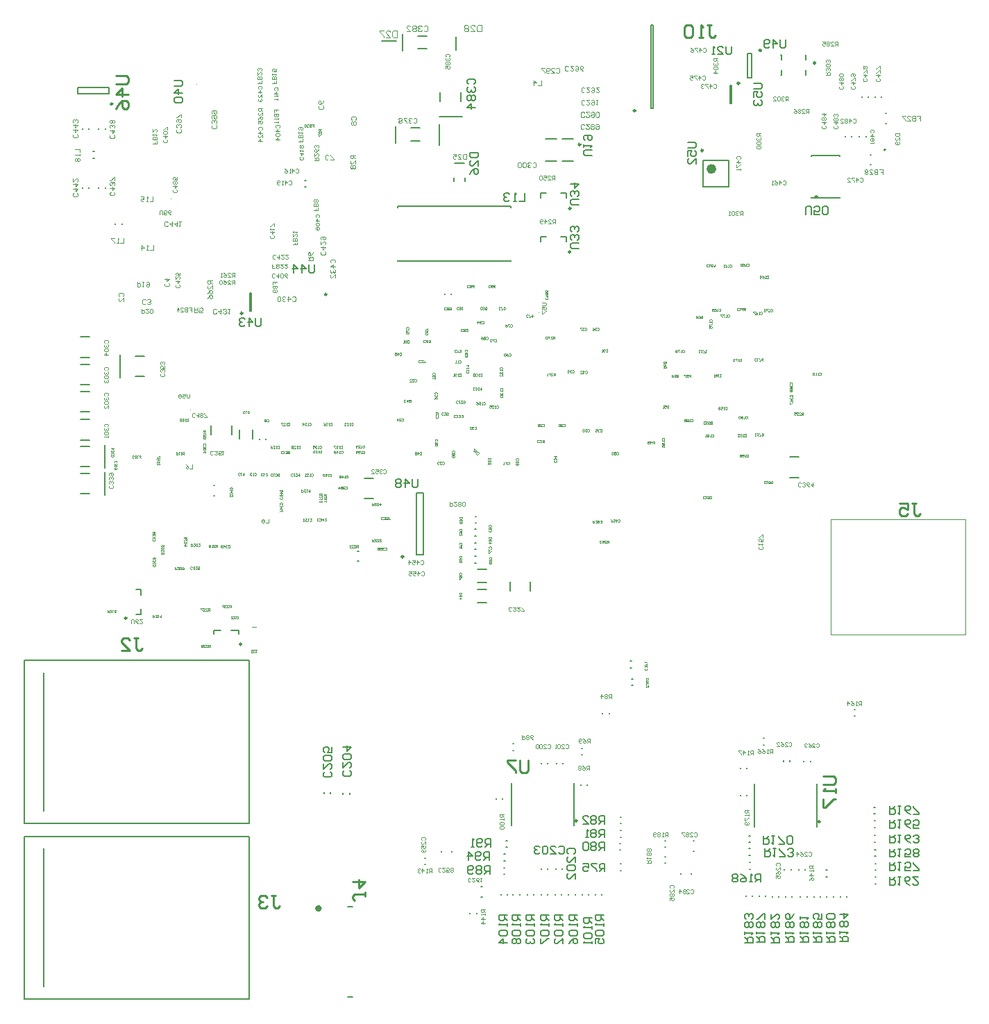
<source format=gbo>
%FSLAX25Y25*%
%MOIN*%
G70*
G01*
G75*
G04 Layer_Color=32896*
%ADD10C,0.01969*%
%ADD11R,0.03543X0.01772*%
%ADD12R,0.18898X0.18898*%
%ADD13R,0.01575X0.01575*%
%ADD14R,0.01772X0.01181*%
%ADD15R,0.01181X0.01181*%
%ADD16R,0.01181X0.01772*%
%ADD17R,0.01181X0.01181*%
%ADD18R,0.26772X0.26772*%
%ADD19R,0.03543X0.03937*%
%ADD20R,0.02165X0.02559*%
%ADD21R,0.01969X0.01969*%
%ADD22R,0.01378X0.01969*%
%ADD23R,0.07087X0.02362*%
%ADD24R,0.02362X0.01181*%
%ADD25R,0.02362X0.07874*%
%ADD26R,0.06299X0.02165*%
%ADD27R,0.01772X0.01378*%
%ADD28R,0.07480X0.07087*%
%ADD29R,0.05315X0.01575*%
%ADD30R,0.06299X0.08268*%
%ADD31O,0.03150X0.00984*%
%ADD32O,0.00984X0.03150*%
%ADD33R,0.05276X0.12284*%
%ADD34R,0.11181X0.12284*%
%ADD35R,0.18071X0.04370*%
%ADD36R,0.02756X0.01181*%
%ADD37R,0.06221X0.09252*%
%ADD38C,0.00984*%
%ADD39R,0.01181X0.03347*%
%ADD40R,0.03347X0.01181*%
%ADD41R,0.13386X0.13386*%
%ADD42R,0.04528X0.02992*%
%ADD43R,0.03937X0.03543*%
%ADD44R,0.02362X0.02362*%
%ADD45R,0.00984X0.01575*%
%ADD46R,0.05512X0.01969*%
%ADD47R,0.07284X0.02913*%
%ADD48R,0.04134X0.05512*%
%ADD49R,0.08661X0.20472*%
%ADD50R,0.18110X0.22047*%
%ADD51R,0.10984X0.07559*%
%ADD52C,0.05906*%
%ADD53R,0.09449X0.02992*%
%ADD54R,0.06693X0.02795*%
%ADD55R,0.01969X0.00984*%
%ADD56R,0.00984X0.01969*%
%ADD57R,0.09055X0.09055*%
%ADD58R,0.07520X0.02992*%
%ADD59O,0.02953X0.00984*%
%ADD60O,0.00984X0.02953*%
%ADD61R,0.17716X0.17716*%
%ADD62O,0.08268X0.01181*%
%ADD63O,0.01181X0.08268*%
%ADD64R,0.01969X0.01969*%
%ADD65R,0.04724X0.02953*%
%ADD66C,0.01378*%
%ADD67R,0.06299X0.19291*%
%ADD68R,0.05906X0.22047*%
%ADD69R,0.05709X0.04528*%
%ADD70R,0.02441X0.02441*%
%ADD71R,0.01811X0.01654*%
%ADD72R,0.03543X0.01575*%
%ADD73R,0.02559X0.02165*%
%ADD74R,0.01575X0.00984*%
%ADD75R,0.01969X0.05512*%
%ADD76R,0.03740X0.05512*%
G04:AMPARAMS|DCode=77|XSize=13.78mil|YSize=19.69mil|CornerRadius=0mil|HoleSize=0mil|Usage=FLASHONLY|Rotation=315.000|XOffset=0mil|YOffset=0mil|HoleType=Round|Shape=Rectangle|*
%AMROTATEDRECTD77*
4,1,4,-0.01183,-0.00209,0.00209,0.01183,0.01183,0.00209,-0.00209,-0.01183,-0.01183,-0.00209,0.0*
%
%ADD77ROTATEDRECTD77*%

%ADD78P,0.02784X4X360.0*%
%ADD79R,0.01969X0.01378*%
%ADD80R,0.02795X0.06693*%
%ADD81R,0.23622X0.07874*%
%ADD82R,0.05512X0.04134*%
%ADD83R,0.01575X0.01575*%
%ADD84R,0.02441X0.02441*%
%ADD85R,0.04528X0.10630*%
%ADD86R,0.10630X0.04528*%
%ADD87R,0.04528X0.07087*%
%ADD88R,0.04528X0.05709*%
%ADD89R,0.01654X0.01811*%
%ADD90R,0.07087X0.04528*%
%ADD91R,0.05512X0.03740*%
%ADD92C,0.01181*%
%ADD93C,0.01000*%
%ADD94C,0.00453*%
%ADD95C,0.03150*%
%ADD96C,0.01969*%
%ADD97C,0.01378*%
%ADD98C,0.03937*%
%ADD99C,0.00996*%
%ADD100C,0.00394*%
%ADD101C,0.00787*%
%ADD102C,0.01181*%
%ADD103C,0.00784*%
%ADD104C,0.00512*%
%ADD105C,0.00600*%
%ADD106R,0.09911X0.06594*%
%ADD107R,0.06791X1.25492*%
%ADD108R,0.18996X0.06496*%
%ADD109R,0.15453X0.49409*%
%ADD110R,0.02854X0.21358*%
%ADD111R,0.13976X0.11319*%
%ADD112R,0.14764X0.11122*%
%ADD113R,0.09153X0.17224*%
%ADD114R,0.08465X0.09843*%
%ADD115R,0.08661X0.12402*%
%ADD116R,0.13386X0.08169*%
%ADD117R,0.05315X0.93799*%
%ADD118R,0.17224X0.04528*%
%ADD119R,0.19193X0.03051*%
%ADD120R,0.10925X0.14469*%
%ADD121R,0.11614X0.04035*%
%ADD122R,0.02264X0.71752*%
%ADD123R,0.34842X0.01969*%
%ADD124R,0.78150X0.02461*%
%ADD125R,0.02461X0.13189*%
%ADD126R,0.16043X0.02264*%
%ADD127R,0.02658X0.42618*%
%ADD128R,0.25098X0.01969*%
%ADD129R,0.02165X0.76575*%
%ADD130R,0.68504X0.02165*%
%ADD131R,0.03347X0.05315*%
%ADD132R,0.02264X0.05512*%
%ADD133R,0.02431X1.19587*%
%ADD134R,0.10728X0.03445*%
%ADD135R,0.03839X0.08661*%
%ADD136R,0.14075X0.03839*%
%ADD137R,0.06594X0.04232*%
%ADD138R,0.13189X0.03051*%
%ADD139R,0.04921X0.18504*%
%ADD140R,0.09843X0.04134*%
%ADD141R,0.11713X0.02953*%
%ADD142R,0.04429X0.02756*%
%ADD143R,0.02362X0.02264*%
%ADD144R,0.08465X0.02854*%
%ADD145R,0.07087X0.21752*%
%ADD146R,0.10531X0.12598*%
%ADD147R,0.05315X0.10728*%
%ADD148R,0.04232X0.02854*%
%ADD149R,0.38287X0.06398*%
%ADD150R,0.38091X0.05118*%
%ADD151R,0.30807X0.08268*%
%ADD152R,0.30315X0.06102*%
%ADD153R,0.27756X0.05413*%
%ADD154R,0.19095X0.03937*%
%ADD155R,0.00886X0.01280*%
%ADD156R,0.39961X0.06594*%
%ADD157R,0.40256X0.05807*%
%ADD158R,0.30315X0.12008*%
%ADD159R,0.30709X0.06299*%
%ADD160R,0.30413X0.06496*%
%ADD161R,0.04134X0.05413*%
%ADD162R,0.02431X0.00820*%
%ADD163R,0.03642X0.11417*%
%ADD164R,0.34449X0.01969*%
%ADD165R,0.02430X0.17389*%
%ADD166R,0.92913X0.01870*%
%ADD167R,0.04429X0.41240*%
%ADD168R,0.03740X0.41043*%
%ADD169R,0.14075X0.18504*%
%ADD170R,0.05807X0.33169*%
%ADD171R,0.60335X0.08465*%
%ADD172R,0.09843X0.11122*%
%ADD173R,0.14370X0.08760*%
%ADD174R,0.03740X0.24016*%
%ADD175R,0.42224X0.07874*%
%ADD176R,0.08563X0.19291*%
%ADD177R,0.16535X0.19291*%
%ADD178R,0.31693X0.08071*%
%ADD179R,0.06299X0.00394*%
%ADD180R,0.03543X0.00787*%
%ADD181R,0.01181X0.00984*%
%ADD182R,0.12303X0.06004*%
%ADD183R,0.08268X0.01476*%
%ADD184R,0.04823X0.07776*%
%ADD185R,0.14075X0.03740*%
%ADD186R,0.12992X0.01870*%
%ADD187C,0.07874*%
%ADD188C,0.04803*%
%ADD189C,0.09882*%
%ADD190C,0.06299*%
%ADD191C,0.15748*%
%ADD192C,0.07087*%
%ADD193C,0.02598*%
%ADD194C,0.01575*%
%ADD195C,0.02165*%
%ADD196C,0.00591*%
%ADD197C,0.04000*%
%ADD198C,0.08071*%
%ADD199C,0.05591*%
%ADD200C,0.10669*%
%ADD201C,0.13386*%
%ADD202C,0.05787*%
%ADD203C,0.02559*%
%ADD204C,0.02362*%
%ADD205C,0.03150*%
%ADD206C,0.02874*%
%ADD207C,0.00642*%
%ADD208R,0.01969X0.02756*%
%ADD209C,0.00787*%
%ADD210R,0.03071X0.03425*%
%ADD211R,0.01969X0.03248*%
%ADD212R,0.01969X0.01693*%
%ADD213R,0.05512X0.07087*%
%ADD214R,0.05906X0.03150*%
%ADD215R,0.07480X0.05512*%
%ADD216R,0.03000X0.05000*%
%ADD217R,0.10512X0.10000*%
%ADD218R,0.03583X0.04803*%
%ADD219R,0.04724X0.03543*%
%ADD220R,0.02992X0.06496*%
%ADD221R,0.07087X0.07874*%
%ADD222R,0.07874X0.07087*%
%ADD223R,0.05079X0.04882*%
%ADD224R,0.03347X0.01378*%
%ADD225R,0.07874X0.23622*%
%ADD226R,0.08661X0.02913*%
%ADD227R,0.02362X0.05118*%
%ADD228R,0.01772X0.05118*%
%ADD229R,0.01378X0.05118*%
%ADD230R,0.01969X0.01575*%
%ADD231R,0.03937X0.02756*%
%ADD232R,0.00945X0.03543*%
%ADD233R,0.03543X0.00945*%
%ADD234R,0.05512X0.03937*%
%ADD235R,0.10236X0.08661*%
%ADD236R,0.01614X0.01299*%
%ADD237P,0.03452X4X360.0*%
%ADD238R,0.41142X0.08268*%
%ADD239R,0.15846X0.19488*%
%ADD240R,0.08268X0.19193*%
%ADD241R,0.06102X1.26181*%
%ADD242R,0.13386X0.09055*%
%ADD243R,0.08465X0.07677*%
%ADD244R,0.13090X0.08366*%
%ADD245R,0.14764X0.09153*%
%ADD246R,0.14862X0.06201*%
%ADD247R,0.03839X0.93898*%
%ADD248R,0.23622X0.03740*%
%ADD249R,0.13681X0.20768*%
%ADD250R,0.12795X0.08071*%
%ADD251R,0.11811X0.16732*%
%ADD252R,0.44783X0.02756*%
%ADD253R,0.02165X0.73032*%
%ADD254R,0.34842X0.02067*%
%ADD255R,0.67618X0.02362*%
%ADD256R,0.02362X0.28051*%
%ADD257R,0.13878X0.02264*%
%ADD258R,0.02165X0.50394*%
%ADD259R,0.25295X0.01969*%
%ADD260R,0.02559X0.50984*%
%ADD261R,0.79823X0.01969*%
%ADD262R,0.02264X1.46260*%
%ADD263R,0.51476X0.01378*%
%ADD264R,0.01476X0.04626*%
%ADD265R,0.89173X0.01476*%
%ADD266R,0.02658X1.25984*%
%ADD267R,0.07284X0.75492*%
%ADD268R,0.41894X0.10102*%
%ADD269R,0.16965X0.06606*%
%ADD270R,0.29232X0.06299*%
%ADD271R,0.02067X0.02559*%
%ADD272R,0.02658X0.02953*%
%ADD273R,0.19193X0.05512*%
%ADD274R,0.03248X0.28937*%
%ADD275C,0.00984*%
%ADD276C,0.00472*%
%ADD277C,0.02362*%
%ADD278C,0.00500*%
%ADD279C,0.00700*%
%ADD280C,0.00591*%
%ADD281C,0.02769*%
%ADD282R,0.04343X0.02572*%
%ADD283R,0.19698X0.19698*%
%ADD284R,0.02375X0.02375*%
%ADD285R,0.02572X0.01981*%
%ADD286R,0.01981X0.01981*%
%ADD287R,0.01981X0.02572*%
%ADD288R,0.01981X0.01981*%
%ADD289R,0.27572X0.27572*%
%ADD290R,0.04343X0.04737*%
%ADD291R,0.02965X0.03359*%
%ADD292R,0.02769X0.02769*%
%ADD293R,0.02178X0.02769*%
%ADD294R,0.07887X0.03162*%
%ADD295R,0.03162X0.01981*%
%ADD296R,0.03162X0.08674*%
%ADD297R,0.07099X0.02965*%
%ADD298R,0.02572X0.02178*%
%ADD299R,0.08280X0.07887*%
%ADD300R,0.06115X0.02375*%
%ADD301R,0.07099X0.09068*%
%ADD302O,0.03950X0.01784*%
%ADD303O,0.01784X0.03950*%
%ADD304R,0.06076X0.13084*%
%ADD305R,0.11981X0.13084*%
%ADD306R,0.18871X0.05170*%
%ADD307R,0.03556X0.01981*%
%ADD308R,0.07021X0.10052*%
%ADD309C,0.01784*%
%ADD310R,0.01981X0.04147*%
%ADD311R,0.04147X0.01981*%
%ADD312R,0.14186X0.14186*%
%ADD313R,0.05328X0.03792*%
%ADD314R,0.04737X0.04343*%
%ADD315R,0.03162X0.03162*%
%ADD316R,0.01784X0.02375*%
%ADD317R,0.06312X0.02769*%
%ADD318R,0.08083X0.03713*%
%ADD319R,0.04934X0.06312*%
%ADD320R,0.09461X0.21272*%
%ADD321R,0.18910X0.22847*%
%ADD322R,0.11784X0.08359*%
%ADD323C,0.06706*%
%ADD324R,0.10249X0.03792*%
%ADD325R,0.07493X0.03595*%
%ADD326R,0.02769X0.01784*%
%ADD327R,0.01784X0.02769*%
%ADD328R,0.09855X0.09855*%
%ADD329R,0.08320X0.03792*%
%ADD330O,0.03753X0.01784*%
%ADD331O,0.01784X0.03753*%
%ADD332R,0.18517X0.18517*%
%ADD333O,0.09068X0.01981*%
%ADD334O,0.01981X0.09068*%
%ADD335R,0.02769X0.02769*%
%ADD336R,0.05524X0.03753*%
%ADD337C,0.02178*%
%ADD338R,0.07099X0.20091*%
%ADD339R,0.06706X0.22847*%
%ADD340R,0.06509X0.05328*%
%ADD341R,0.03241X0.03241*%
%ADD342R,0.02611X0.02454*%
%ADD343R,0.04343X0.02375*%
%ADD344R,0.03359X0.02965*%
%ADD345R,0.02375X0.01784*%
%ADD346R,0.02769X0.06312*%
%ADD347R,0.04540X0.06312*%
G04:AMPARAMS|DCode=348|XSize=21.78mil|YSize=27.69mil|CornerRadius=0mil|HoleSize=0mil|Usage=FLASHONLY|Rotation=315.000|XOffset=0mil|YOffset=0mil|HoleType=Round|Shape=Rectangle|*
%AMROTATEDRECTD348*
4,1,4,-0.01749,-0.00209,0.00209,0.01749,0.01749,0.00209,-0.00209,-0.01749,-0.01749,-0.00209,0.0*
%
%ADD348ROTATEDRECTD348*%

%ADD349P,0.03915X4X360.0*%
%ADD350R,0.02769X0.02178*%
%ADD351R,0.03595X0.07493*%
%ADD352R,0.24422X0.08674*%
%ADD353R,0.06312X0.04934*%
%ADD354R,0.02375X0.02375*%
%ADD355R,0.03241X0.03241*%
%ADD356R,0.05328X0.11430*%
%ADD357R,0.11430X0.05328*%
%ADD358R,0.05328X0.07887*%
%ADD359R,0.05328X0.06509*%
%ADD360R,0.02454X0.02611*%
%ADD361R,0.07887X0.05328*%
%ADD362R,0.06312X0.04540*%
%ADD363C,0.01981*%
%ADD364C,0.08674*%
%ADD365C,0.05603*%
%ADD366C,0.10682*%
%ADD367C,0.07099*%
%ADD368C,0.16548*%
%ADD369C,0.07887*%
%ADD370C,0.02375*%
%ADD371C,0.02965*%
%ADD372C,0.01391*%
%ADD373R,0.02769X0.03556*%
%ADD374C,0.01587*%
%ADD375R,0.03871X0.04225*%
%ADD376R,0.02769X0.04048*%
%ADD377R,0.02769X0.02493*%
%ADD378R,0.06312X0.07887*%
%ADD379R,0.06706X0.03950*%
%ADD380R,0.08280X0.06312*%
%ADD381R,0.03800X0.05800*%
%ADD382R,0.11312X0.10800*%
%ADD383R,0.04383X0.05603*%
%ADD384R,0.05524X0.04343*%
%ADD385R,0.03792X0.07296*%
%ADD386R,0.07887X0.08674*%
%ADD387R,0.08674X0.07887*%
%ADD388R,0.05879X0.05682*%
%ADD389R,0.04147X0.02178*%
%ADD390R,0.08674X0.24422*%
%ADD391R,0.09461X0.03713*%
%ADD392R,0.03162X0.05918*%
%ADD393R,0.02572X0.05918*%
%ADD394R,0.02178X0.05918*%
%ADD395R,0.02769X0.02375*%
%ADD396R,0.04737X0.03556*%
%ADD397R,0.01745X0.04343*%
%ADD398R,0.04343X0.01745*%
%ADD399R,0.06312X0.04737*%
%ADD400R,0.11036X0.09461*%
%ADD401R,0.02414X0.02099*%
%ADD402P,0.04583X4X360.0*%
%ADD403C,0.03398*%
%ADD404C,0.01575*%
D93*
X415588Y234443D02*
X417587D01*
X416588D01*
Y229445D01*
X417587Y228445D01*
X418587D01*
X419587Y229445D01*
X409590Y234443D02*
X413589D01*
Y231444D01*
X411589Y232444D01*
X410590D01*
X409590Y231444D01*
Y229445D01*
X410590Y228445D01*
X412589D01*
X413589Y229445D01*
X41769Y169778D02*
X43768D01*
X42769D01*
Y164779D01*
X43768Y163779D01*
X44768D01*
X45768Y164779D01*
X35771Y163779D02*
X39770D01*
X35771Y167778D01*
Y168778D01*
X36771Y169778D01*
X38770D01*
X39770Y168778D01*
X32978Y439862D02*
X37977D01*
X38976Y438863D01*
Y436863D01*
X37977Y435864D01*
X32978D01*
X38976Y430865D02*
X32978D01*
X35977Y433864D01*
Y429866D01*
X32978Y423868D02*
X33978Y425867D01*
X35977Y427866D01*
X37977D01*
X38976Y426867D01*
Y424867D01*
X37977Y423868D01*
X36977D01*
X35977Y424867D01*
Y427866D01*
X231102Y111313D02*
Y106315D01*
X230103Y105315D01*
X228103D01*
X227104Y106315D01*
Y111313D01*
X225104D02*
X221106D01*
Y110313D01*
X225104Y106315D01*
Y105315D01*
X317163Y464266D02*
X319162D01*
X318162D01*
Y459267D01*
X319162Y458268D01*
X320162D01*
X321161Y459267D01*
X315163Y458268D02*
X313164D01*
X314164D01*
Y464266D01*
X315163Y463266D01*
X310165D02*
X309165Y464266D01*
X307166D01*
X306166Y463266D01*
Y459267D01*
X307166Y458268D01*
X309165D01*
X310165Y459267D01*
Y463266D01*
X152652Y47995D02*
Y45995D01*
Y46995D01*
X147653D01*
X146653Y45995D01*
Y44996D01*
X147653Y43996D01*
X146653Y52993D02*
X152652D01*
X149653Y49994D01*
Y53993D01*
X107812Y46156D02*
X109812D01*
X108812D01*
Y41157D01*
X109812Y40157D01*
X110811D01*
X111811Y41157D01*
X105813Y45156D02*
X104813Y46156D01*
X102814D01*
X101814Y45156D01*
Y44156D01*
X102814Y43156D01*
X103814D01*
X102814D01*
X101814Y42157D01*
Y41157D01*
X102814Y40157D01*
X104813D01*
X105813Y41157D01*
X372644Y103642D02*
X377642D01*
X378642Y102642D01*
Y100643D01*
X377642Y99643D01*
X372644D01*
X378642Y97644D02*
Y95644D01*
Y96644D01*
X372644D01*
X373643Y97644D01*
X372644Y92645D02*
Y88647D01*
X373643D01*
X377642Y92645D01*
X378642D01*
D100*
X59693Y380756D02*
G03*
X59693Y380756I-197J0D01*
G01*
X71949Y435685D02*
G03*
X71949Y435685I-197J0D01*
G01*
X68945Y279480D02*
G03*
X68945Y279480I-197J0D01*
G01*
X236268Y326035D02*
G03*
X236268Y326035I-197J0D01*
G01*
X441043Y171555D02*
Y226870D01*
X376279D02*
X441043D01*
X376279Y171752D02*
Y226870D01*
Y171555D02*
X441043D01*
X376279D02*
Y171752D01*
X98524Y175374D02*
X100492D01*
X91634Y180413D02*
Y179232D01*
X91044D01*
X90847Y179429D01*
Y180216D01*
X91044Y180413D01*
X91634D01*
X89666Y179232D02*
X90453D01*
X89666Y180019D01*
Y180216D01*
X89863Y180413D01*
X90256D01*
X90453Y180216D01*
X88485Y179232D02*
X89272D01*
X88485Y180019D01*
Y180216D01*
X88682Y180413D01*
X89076D01*
X89272Y180216D01*
X54232Y373131D02*
Y374770D01*
X54560Y375098D01*
X55216D01*
X55544Y374770D01*
Y373131D01*
X57512D02*
X56200D01*
Y374114D01*
X56856Y373786D01*
X57184D01*
X57512Y374114D01*
Y374770D01*
X57184Y375098D01*
X56528D01*
X56200Y374770D01*
X59480Y373131D02*
X58824Y373459D01*
X58168Y374114D01*
Y374770D01*
X58496Y375098D01*
X59152D01*
X59480Y374770D01*
Y374443D01*
X59152Y374114D01*
X58168D01*
X208661Y464271D02*
Y461122D01*
X207087D01*
X206562Y461647D01*
Y463746D01*
X207087Y464271D01*
X208661D01*
X203414Y461122D02*
X205513D01*
X203414Y463221D01*
Y463746D01*
X203939Y464271D01*
X204988D01*
X205513Y463746D01*
X202364D02*
X201839Y464271D01*
X200790D01*
X200265Y463746D01*
Y463221D01*
X200790Y462696D01*
X200265Y462172D01*
Y461647D01*
X200790Y461122D01*
X201839D01*
X202364Y461647D01*
Y462172D01*
X201839Y462696D01*
X202364Y463221D01*
Y463746D01*
X201839Y462696D02*
X200790D01*
X168012Y461515D02*
Y458366D01*
X166437D01*
X165913Y458891D01*
Y460990D01*
X166437Y461515D01*
X168012D01*
X162764Y458366D02*
X164863D01*
X162764Y460465D01*
Y460990D01*
X163289Y461515D01*
X164338D01*
X164863Y460990D01*
X161715Y461515D02*
X159616D01*
Y460990D01*
X161715Y458891D01*
Y458366D01*
X149311Y213386D02*
Y214567D01*
X148721D01*
X148524Y214370D01*
Y213976D01*
X148721Y213779D01*
X149311D01*
X148917D02*
X148524Y213386D01*
X147343D02*
X148130D01*
X147343Y214173D01*
Y214370D01*
X147540Y214567D01*
X147933D01*
X148130Y214370D01*
X146162Y213386D02*
X146950D01*
X146162Y214173D01*
Y214370D01*
X146359Y214567D01*
X146753D01*
X146950Y214370D01*
X145769Y213386D02*
X145375D01*
X145572D01*
Y214567D01*
X145769Y214370D01*
X31889Y257677D02*
X32086Y257480D01*
Y257087D01*
X31889Y256890D01*
X31102D01*
X30906Y257087D01*
Y257480D01*
X31102Y257677D01*
X31889Y258070D02*
X32086Y258267D01*
Y258661D01*
X31889Y258858D01*
X31693D01*
X31496Y258661D01*
Y258464D01*
Y258661D01*
X31299Y258858D01*
X31102D01*
X30906Y258661D01*
Y258267D01*
X31102Y258070D01*
X30906Y260038D02*
Y259251D01*
X31693Y260038D01*
X31889D01*
X32086Y259842D01*
Y259448D01*
X31889Y259251D01*
X30906Y261022D02*
X32086D01*
X31496Y260432D01*
Y261219D01*
X175985Y419192D02*
X176378Y419586D01*
X177165D01*
X177559Y419192D01*
Y417618D01*
X177165Y417224D01*
X176378D01*
X175985Y417618D01*
X175198Y419192D02*
X174804Y419586D01*
X174017D01*
X173623Y419192D01*
Y418799D01*
X174017Y418405D01*
X174410D01*
X174017D01*
X173623Y418012D01*
Y417618D01*
X174017Y417224D01*
X174804D01*
X175198Y417618D01*
X172836Y419586D02*
X171262D01*
Y419192D01*
X172836Y417618D01*
Y417224D01*
X170475Y419192D02*
X170081Y419586D01*
X169294D01*
X168901Y419192D01*
Y418799D01*
X169294Y418405D01*
X168901Y418012D01*
Y417618D01*
X169294Y417224D01*
X170081D01*
X170475Y417618D01*
Y418012D01*
X170081Y418405D01*
X170475Y418799D01*
Y419192D01*
X170081Y418405D02*
X169294D01*
X40453Y177068D02*
Y178708D01*
X40781Y179035D01*
X41437D01*
X41765Y178708D01*
Y177068D01*
X43733D02*
X43077Y177396D01*
X42421Y178051D01*
Y178708D01*
X42749Y179035D01*
X43404D01*
X43733Y178708D01*
Y178379D01*
X43404Y178051D01*
X42421D01*
X45700Y179035D02*
X44388D01*
X45700Y177724D01*
Y177396D01*
X45372Y177068D01*
X44716D01*
X44388Y177396D01*
X36713Y362007D02*
Y359646D01*
X35138D01*
X34351D02*
X33564D01*
X33958D01*
Y362007D01*
X34351Y361614D01*
X32383Y362007D02*
X30809D01*
Y361614D01*
X32383Y360039D01*
Y359646D01*
X69882Y253247D02*
Y251279D01*
X68570D01*
X66602Y253247D02*
X67258Y252919D01*
X67914Y252263D01*
Y251607D01*
X67586Y251279D01*
X66930D01*
X66602Y251607D01*
Y251936D01*
X66930Y252263D01*
X67914D01*
X201279Y402361D02*
Y400000D01*
X200099D01*
X199705Y400394D01*
Y401968D01*
X200099Y402361D01*
X201279D01*
X197344Y400000D02*
X198918D01*
X197344Y401574D01*
Y401968D01*
X197737Y402361D01*
X198524D01*
X198918Y401968D01*
X194982Y402361D02*
X196557D01*
Y401181D01*
X195770Y401574D01*
X195376D01*
X194982Y401181D01*
Y400394D01*
X195376Y400000D01*
X196163D01*
X196557Y400394D01*
X27691Y271424D02*
X27363Y271752D01*
Y272408D01*
X27691Y272736D01*
X29003D01*
X29331Y272408D01*
Y271752D01*
X29003Y271424D01*
X27691Y270768D02*
X27363Y270440D01*
Y269784D01*
X27691Y269456D01*
X28019D01*
X28347Y269784D01*
Y270112D01*
Y269784D01*
X28675Y269456D01*
X29003D01*
X29331Y269784D01*
Y270440D01*
X29003Y270768D01*
X27691Y268800D02*
X27363Y268473D01*
Y267817D01*
X27691Y267489D01*
X29003D01*
X29331Y267817D01*
Y268473D01*
X29003Y268800D01*
X27691D01*
X29331Y266833D02*
Y266177D01*
Y266505D01*
X27363D01*
X27691Y266833D01*
X94882Y277953D02*
X94685Y277756D01*
X94291D01*
X94095Y277953D01*
Y278740D01*
X94291Y278937D01*
X94685D01*
X94882Y278740D01*
X95275Y278937D02*
X95669D01*
X95472D01*
Y277756D01*
X95275Y277953D01*
X96259D02*
X96456Y277756D01*
X96850D01*
X97046Y277953D01*
Y278740D01*
X96850Y278937D01*
X96456D01*
X96259Y278740D01*
Y277953D01*
X105535Y274734D02*
X105732Y274931D01*
X106125D01*
X106322Y274734D01*
Y273947D01*
X106125Y273750D01*
X105732D01*
X105535Y273947D01*
X105141D02*
X104945Y273750D01*
X104551D01*
X104354Y273947D01*
Y274734D01*
X104551Y274931D01*
X104945D01*
X105141Y274734D01*
Y274538D01*
X104945Y274341D01*
X104354D01*
X68425Y287066D02*
Y285426D01*
X68097Y285098D01*
X67441D01*
X67113Y285426D01*
Y287066D01*
X65145D02*
X66457D01*
Y286082D01*
X65801Y286410D01*
X65473D01*
X65145Y286082D01*
Y285426D01*
X65473Y285098D01*
X66129D01*
X66457Y285426D01*
X64490Y286738D02*
X64161Y287066D01*
X63506D01*
X63178Y286738D01*
Y286410D01*
X63506Y286082D01*
X63178Y285754D01*
Y285426D01*
X63506Y285098D01*
X64161D01*
X64490Y285426D01*
Y285754D01*
X64161Y286082D01*
X64490Y286410D01*
Y286738D01*
X64161Y286082D02*
X63506D01*
X237796Y330906D02*
X239436D01*
X239764Y330577D01*
Y329922D01*
X239436Y329594D01*
X237796D01*
Y327626D02*
Y328938D01*
X238780D01*
X238452Y328282D01*
Y327954D01*
X238780Y327626D01*
X239436D01*
X239764Y327954D01*
Y328610D01*
X239436Y328938D01*
X237796Y326970D02*
Y325658D01*
X238124D01*
X239436Y326970D01*
X239764D01*
X321949Y448228D02*
X319981D01*
Y447244D01*
X320309Y446916D01*
X320965D01*
X321293Y447244D01*
Y448228D01*
Y447572D02*
X321949Y446916D01*
X320309Y446260D02*
X319981Y445932D01*
Y445277D01*
X320309Y444949D01*
X320637D01*
X320965Y445277D01*
Y445605D01*
Y445277D01*
X321293Y444949D01*
X321621D01*
X321949Y445277D01*
Y445932D01*
X321621Y446260D01*
X320309Y444293D02*
X319981Y443965D01*
Y443309D01*
X320309Y442981D01*
X321621D01*
X321949Y443309D01*
Y443965D01*
X321621Y444293D01*
X320309D01*
X321949Y441341D02*
X319981D01*
X320965Y442325D01*
Y441013D01*
X374114Y440256D02*
X376082D01*
Y441240D01*
X375754Y441568D01*
X375098D01*
X374770Y441240D01*
Y440256D01*
Y440912D02*
X374114Y441568D01*
X375754Y442224D02*
X376082Y442552D01*
Y443208D01*
X375754Y443536D01*
X375426D01*
X375098Y443208D01*
Y442880D01*
Y443208D01*
X374770Y443536D01*
X374442D01*
X374114Y443208D01*
Y442552D01*
X374442Y442224D01*
X375754Y444192D02*
X376082Y444520D01*
Y445176D01*
X375754Y445504D01*
X374442D01*
X374114Y445176D01*
Y444520D01*
X374442Y444192D01*
X375754D01*
Y446160D02*
X376082Y446488D01*
Y447143D01*
X375754Y447471D01*
X375426D01*
X375098Y447143D01*
Y446815D01*
Y447143D01*
X374770Y447471D01*
X374442D01*
X374114Y447143D01*
Y446488D01*
X374442Y446160D01*
X355906Y427953D02*
Y429921D01*
X354922D01*
X354594Y429593D01*
Y428937D01*
X354922Y428609D01*
X355906D01*
X355250D02*
X354594Y427953D01*
X353938Y429593D02*
X353610Y429921D01*
X352954D01*
X352626Y429593D01*
Y429265D01*
X352954Y428937D01*
X353282D01*
X352954D01*
X352626Y428609D01*
Y428281D01*
X352954Y427953D01*
X353610D01*
X353938Y428281D01*
X351970Y429593D02*
X351642Y429921D01*
X350986D01*
X350658Y429593D01*
Y428281D01*
X350986Y427953D01*
X351642D01*
X351970Y428281D01*
Y429593D01*
X348690Y427953D02*
X350002D01*
X348690Y429265D01*
Y429593D01*
X349018Y429921D01*
X349674D01*
X350002Y429593D01*
X334055Y372933D02*
Y374901D01*
X333071D01*
X332743Y374573D01*
Y373917D01*
X333071Y373589D01*
X334055D01*
X333399D02*
X332743Y372933D01*
X332087Y374573D02*
X331759Y374901D01*
X331103D01*
X330775Y374573D01*
Y374245D01*
X331103Y373917D01*
X331431D01*
X331103D01*
X330775Y373589D01*
Y373261D01*
X331103Y372933D01*
X331759D01*
X332087Y373261D01*
X330119Y374573D02*
X329791Y374901D01*
X329135D01*
X328807Y374573D01*
Y373261D01*
X329135Y372933D01*
X329791D01*
X330119Y373261D01*
Y374573D01*
X328151Y372933D02*
X327496D01*
X327824D01*
Y374901D01*
X328151Y374573D01*
X342815Y412106D02*
X340847D01*
Y411122D01*
X341175Y410794D01*
X341831D01*
X342159Y411122D01*
Y412106D01*
Y411450D02*
X342815Y410794D01*
X341175Y410138D02*
X340847Y409810D01*
Y409155D01*
X341175Y408826D01*
X341503D01*
X341831Y409155D01*
Y409482D01*
Y409155D01*
X342159Y408826D01*
X342487D01*
X342815Y409155D01*
Y409810D01*
X342487Y410138D01*
X341175Y408171D02*
X340847Y407843D01*
Y407187D01*
X341175Y406859D01*
X342487D01*
X342815Y407187D01*
Y407843D01*
X342487Y408171D01*
X341175D01*
Y406203D02*
X340847Y405875D01*
Y405219D01*
X341175Y404891D01*
X342487D01*
X342815Y405219D01*
Y405875D01*
X342487Y406203D01*
X341175D01*
X365846Y422047D02*
Y424015D01*
X364862D01*
X364534Y423687D01*
Y423031D01*
X364862Y422703D01*
X365846D01*
X365191D02*
X364534Y422047D01*
X362567D02*
X363879D01*
X362567Y423359D01*
Y423687D01*
X362895Y424015D01*
X363551D01*
X363879Y423687D01*
X361911D02*
X361583Y424015D01*
X360927D01*
X360599Y423687D01*
Y423359D01*
X360927Y423031D01*
X360599Y422703D01*
Y422375D01*
X360927Y422047D01*
X361583D01*
X361911Y422375D01*
Y422703D01*
X361583Y423031D01*
X361911Y423359D01*
Y423687D01*
X361583Y423031D02*
X360927D01*
X358631Y424015D02*
X359287Y423687D01*
X359943Y423031D01*
Y422375D01*
X359615Y422047D01*
X358959D01*
X358631Y422375D01*
Y422703D01*
X358959Y423031D01*
X359943D01*
X379724Y454134D02*
Y456102D01*
X378741D01*
X378413Y455774D01*
Y455118D01*
X378741Y454790D01*
X379724D01*
X379068D02*
X378413Y454134D01*
X376445D02*
X377757D01*
X376445Y455446D01*
Y455774D01*
X376773Y456102D01*
X377429D01*
X377757Y455774D01*
X375789D02*
X375461Y456102D01*
X374805D01*
X374477Y455774D01*
Y455446D01*
X374805Y455118D01*
X374477Y454790D01*
Y454462D01*
X374805Y454134D01*
X375461D01*
X375789Y454462D01*
Y454790D01*
X375461Y455118D01*
X375789Y455446D01*
Y455774D01*
X375461Y455118D02*
X374805D01*
X372509Y456102D02*
X373821D01*
Y455118D01*
X373165Y455446D01*
X372837D01*
X372509Y455118D01*
Y454462D01*
X372837Y454134D01*
X373493D01*
X373821Y454462D01*
X262106Y226378D02*
Y225197D01*
X262697D01*
X262893Y225394D01*
Y225787D01*
X262697Y225984D01*
X262106D01*
X262500D02*
X262893Y226378D01*
X264074D02*
X263287D01*
X264074Y225591D01*
Y225394D01*
X263877Y225197D01*
X263484D01*
X263287Y225394D01*
X264468D02*
X264665Y225197D01*
X265058D01*
X265255Y225394D01*
Y225591D01*
X265058Y225787D01*
X265255Y225984D01*
Y226181D01*
X265058Y226378D01*
X264665D01*
X264468Y226181D01*
Y225984D01*
X264665Y225787D01*
X264468Y225591D01*
Y225394D01*
X264665Y225787D02*
X265058D01*
X265649Y225394D02*
X265845Y225197D01*
X266239D01*
X266436Y225394D01*
Y225591D01*
X266239Y225787D01*
X266042D01*
X266239D01*
X266436Y225984D01*
Y226181D01*
X266239Y226378D01*
X265845D01*
X265649Y226181D01*
X269783Y215551D02*
Y216732D01*
X269193D01*
X268996Y216535D01*
Y216142D01*
X269193Y215945D01*
X269783D01*
X269390D02*
X268996Y215551D01*
X267816D02*
X268603D01*
X267816Y216338D01*
Y216535D01*
X268012Y216732D01*
X268406D01*
X268603Y216535D01*
X267422D02*
X267225Y216732D01*
X266832D01*
X266635Y216535D01*
Y216338D01*
X266832Y216142D01*
X266635Y215945D01*
Y215748D01*
X266832Y215551D01*
X267225D01*
X267422Y215748D01*
Y215945D01*
X267225Y216142D01*
X267422Y216338D01*
Y216535D01*
X267225Y216142D02*
X266832D01*
X265454Y215551D02*
X266241D01*
X265454Y216338D01*
Y216535D01*
X265651Y216732D01*
X266044D01*
X266241Y216535D01*
X193405Y235236D02*
Y233268D01*
X194389D01*
X194717Y233596D01*
Y234252D01*
X194389Y234580D01*
X193405D01*
X194062D02*
X194717Y235236D01*
X196685D02*
X195373D01*
X196685Y233924D01*
Y233596D01*
X196357Y233268D01*
X195701D01*
X195373Y233596D01*
X197341D02*
X197669Y233268D01*
X198325D01*
X198653Y233596D01*
Y233924D01*
X198325Y234252D01*
X198653Y234580D01*
Y234908D01*
X198325Y235236D01*
X197669D01*
X197341Y234908D01*
Y234580D01*
X197669Y234252D01*
X197341Y233924D01*
Y233596D01*
X197669Y234252D02*
X198325D01*
X199309Y233596D02*
X199637Y233268D01*
X200293D01*
X200621Y233596D01*
Y234908D01*
X200293Y235236D01*
X199637D01*
X199309Y234908D01*
Y233596D01*
X244094Y295866D02*
Y297047D01*
X243504D01*
X243307Y296850D01*
Y296457D01*
X243504Y296260D01*
X244094D01*
X243701D02*
X243307Y295866D01*
X242127D02*
X242914D01*
X242127Y296653D01*
Y296850D01*
X242323Y297047D01*
X242717D01*
X242914Y296850D01*
X241733Y297047D02*
X240946D01*
Y296850D01*
X241733Y296063D01*
Y295866D01*
X240552D02*
X240159D01*
X240356D01*
Y297047D01*
X240552Y296850D01*
X243898Y313484D02*
Y314665D01*
X243307D01*
X243110Y314468D01*
Y314075D01*
X243307Y313878D01*
X243898D01*
X243504D02*
X243110Y313484D01*
X241930D02*
X242717D01*
X241930Y314271D01*
Y314468D01*
X242127Y314665D01*
X242520D01*
X242717Y314468D01*
X241536Y314665D02*
X240749D01*
Y314468D01*
X241536Y313681D01*
Y313484D01*
X240355Y314468D02*
X240159Y314665D01*
X239765D01*
X239568Y314468D01*
Y313681D01*
X239765Y313484D01*
X240159D01*
X240355Y313681D01*
Y314468D01*
X79331Y341535D02*
X76969D01*
Y340355D01*
X77363Y339961D01*
X78150D01*
X78544Y340355D01*
Y341535D01*
Y340748D02*
X79331Y339961D01*
Y337600D02*
Y339174D01*
X77756Y337600D01*
X77363D01*
X76969Y337993D01*
Y338780D01*
X77363Y339174D01*
X76969Y335238D02*
X77363Y336026D01*
X78150Y336813D01*
X78937D01*
X79331Y336419D01*
Y335632D01*
X78937Y335238D01*
X78544D01*
X78150Y335632D01*
Y336813D01*
X76969Y332877D02*
X77363Y333664D01*
X78150Y334451D01*
X78937D01*
X79331Y334058D01*
Y333271D01*
X78937Y332877D01*
X78544D01*
X78150Y333271D01*
Y334451D01*
X103347Y424213D02*
X101379D01*
Y423229D01*
X101707Y422901D01*
X102363D01*
X102690Y423229D01*
Y424213D01*
Y423557D02*
X103347Y422901D01*
Y420933D02*
Y422245D01*
X102034Y420933D01*
X101707D01*
X101379Y421261D01*
Y421917D01*
X101707Y422245D01*
X101379Y418965D02*
X101707Y419621D01*
X102363Y420277D01*
X103018D01*
X103347Y419949D01*
Y419293D01*
X103018Y418965D01*
X102690D01*
X102363Y419293D01*
Y420277D01*
X101379Y416997D02*
Y418309D01*
X102363D01*
X102034Y417653D01*
Y417325D01*
X102363Y416997D01*
X103018D01*
X103347Y417325D01*
Y417981D01*
X103018Y418309D01*
X128347Y399410D02*
X130314D01*
Y400393D01*
X129986Y400722D01*
X129330D01*
X129002Y400393D01*
Y399410D01*
Y400066D02*
X128347Y400722D01*
Y402689D02*
Y401377D01*
X129658Y402689D01*
X129986D01*
X130314Y402361D01*
Y401705D01*
X129986Y401377D01*
X130314Y404657D02*
X129986Y404001D01*
X129330Y403345D01*
X128674D01*
X128347Y403673D01*
Y404329D01*
X128674Y404657D01*
X129002D01*
X129330Y404329D01*
Y403345D01*
X129986Y405313D02*
X130314Y405641D01*
Y406297D01*
X129986Y406625D01*
X129658D01*
X129330Y406297D01*
Y405969D01*
Y406297D01*
X129002Y406625D01*
X128674D01*
X128347Y406297D01*
Y405641D01*
X128674Y405313D01*
X89961Y343406D02*
Y345374D01*
X88977D01*
X88649Y345045D01*
Y344390D01*
X88977Y344062D01*
X89961D01*
X89305D02*
X88649Y343406D01*
X86681D02*
X87993D01*
X86681Y344718D01*
Y345045D01*
X87009Y345374D01*
X87665D01*
X87993Y345045D01*
X84713Y345374D02*
X85369Y345045D01*
X86025Y344390D01*
Y343734D01*
X85697Y343406D01*
X85041D01*
X84713Y343734D01*
Y344062D01*
X85041Y344390D01*
X86025D01*
X84057Y343406D02*
X83401D01*
X83729D01*
Y345374D01*
X84057Y345045D01*
X90059Y339764D02*
Y341732D01*
X89075D01*
X88747Y341404D01*
Y340748D01*
X89075Y340420D01*
X90059D01*
X89403D02*
X88747Y339764D01*
X86779D02*
X88091D01*
X86779Y341076D01*
Y341404D01*
X87107Y341732D01*
X87763D01*
X88091Y341404D01*
X84811Y341732D02*
X85467Y341404D01*
X86123Y340748D01*
Y340092D01*
X85795Y339764D01*
X85139D01*
X84811Y340092D01*
Y340420D01*
X85139Y340748D01*
X86123D01*
X84155Y341404D02*
X83828Y341732D01*
X83171D01*
X82844Y341404D01*
Y340092D01*
X83171Y339764D01*
X83828D01*
X84155Y340092D01*
Y341404D01*
X243602Y389961D02*
Y391929D01*
X242618D01*
X242290Y391600D01*
Y390945D01*
X242618Y390617D01*
X243602D01*
X242946D02*
X242290Y389961D01*
X240323D02*
X241634D01*
X240323Y391272D01*
Y391600D01*
X240651Y391929D01*
X241306D01*
X241634Y391600D01*
X238355Y391929D02*
X239667D01*
Y390945D01*
X239011Y391272D01*
X238683D01*
X238355Y390945D01*
Y390289D01*
X238683Y389961D01*
X239339D01*
X239667Y390289D01*
X237699Y391600D02*
X237371Y391929D01*
X236715D01*
X236387Y391600D01*
Y390289D01*
X236715Y389961D01*
X237371D01*
X237699Y390289D01*
Y391600D01*
X243996Y368996D02*
Y370964D01*
X243012D01*
X242684Y370636D01*
Y369980D01*
X243012Y369652D01*
X243996D01*
X243340D02*
X242684Y368996D01*
X240716D02*
X242028D01*
X240716Y370308D01*
Y370636D01*
X241044Y370964D01*
X241700D01*
X242028Y370636D01*
X239076Y368996D02*
Y370964D01*
X240060Y369980D01*
X238748D01*
X238092Y369324D02*
X237765Y368996D01*
X237108D01*
X236781Y369324D01*
Y370636D01*
X237108Y370964D01*
X237765D01*
X238092Y370636D01*
Y370308D01*
X237765Y369980D01*
X236781D01*
X88288Y184547D02*
Y185728D01*
X87697D01*
X87500Y185531D01*
Y185138D01*
X87697Y184941D01*
X88288D01*
X87894D02*
X87500Y184547D01*
X86320D02*
X87107D01*
X86320Y185334D01*
Y185531D01*
X86516Y185728D01*
X86910D01*
X87107Y185531D01*
X85926D02*
X85729Y185728D01*
X85336D01*
X85139Y185531D01*
Y185334D01*
X85336Y185138D01*
X85532D01*
X85336D01*
X85139Y184941D01*
Y184744D01*
X85336Y184547D01*
X85729D01*
X85926Y184744D01*
X84745Y185728D02*
X83958D01*
Y185531D01*
X84745Y184744D01*
Y184547D01*
X78347Y165453D02*
Y166633D01*
X77756D01*
X77559Y166437D01*
Y166043D01*
X77756Y165846D01*
X78347D01*
X77953D02*
X77559Y165453D01*
X76379D02*
X77166D01*
X76379Y166240D01*
Y166437D01*
X76575Y166633D01*
X76969D01*
X77166Y166437D01*
X75198Y165453D02*
X75985D01*
X75198Y166240D01*
Y166437D01*
X75395Y166633D01*
X75788D01*
X75985Y166437D01*
X74804D02*
X74608Y166633D01*
X74214D01*
X74017Y166437D01*
Y166240D01*
X74214Y166043D01*
X74017Y165846D01*
Y165649D01*
X74214Y165453D01*
X74608D01*
X74804Y165649D01*
Y165846D01*
X74608Y166043D01*
X74804Y166240D01*
Y166437D01*
X74608Y166043D02*
X74214D01*
X78150Y182972D02*
Y184153D01*
X77559D01*
X77363Y183956D01*
Y183563D01*
X77559Y183366D01*
X78150D01*
X77756D02*
X77363Y182972D01*
X76182D02*
X76969D01*
X76182Y183760D01*
Y183956D01*
X76379Y184153D01*
X76772D01*
X76969Y183956D01*
X75001Y182972D02*
X75788D01*
X75001Y183760D01*
Y183956D01*
X75198Y184153D01*
X75591D01*
X75788Y183956D01*
X74607Y184153D02*
X73820D01*
Y183956D01*
X74607Y183169D01*
Y182972D01*
X363189Y277067D02*
Y278248D01*
X362599D01*
X362402Y278051D01*
Y277657D01*
X362599Y277461D01*
X363189D01*
X362795D02*
X362402Y277067D01*
X361221D02*
X362008D01*
X361221Y277854D01*
Y278051D01*
X361418Y278248D01*
X361811D01*
X362008Y278051D01*
X360040Y277067D02*
X360827D01*
X360040Y277854D01*
Y278051D01*
X360237Y278248D01*
X360631D01*
X360827Y278051D01*
X358860Y278248D02*
X359647D01*
Y277657D01*
X359253Y277854D01*
X359056D01*
X358860Y277657D01*
Y277264D01*
X359056Y277067D01*
X359450D01*
X359647Y277264D01*
X156004Y234744D02*
Y233563D01*
X156594D01*
X156791Y233760D01*
Y234154D01*
X156594Y234350D01*
X156004D01*
X156397D02*
X156791Y234744D01*
X157972D02*
X157185D01*
X157972Y233957D01*
Y233760D01*
X157775Y233563D01*
X157381D01*
X157185Y233760D01*
X159152Y234744D02*
X158365D01*
X159152Y233957D01*
Y233760D01*
X158956Y233563D01*
X158562D01*
X158365Y233760D01*
X160136Y234744D02*
Y233563D01*
X159546Y234154D01*
X160333D01*
X156004Y217323D02*
Y216142D01*
X156594D01*
X156791Y216339D01*
Y216733D01*
X156594Y216929D01*
X156004D01*
X156397D02*
X156791Y217323D01*
X157972D02*
X157185D01*
X157972Y216536D01*
Y216339D01*
X157775Y216142D01*
X157381D01*
X157185Y216339D01*
X159152Y217323D02*
X158365D01*
X159152Y216536D01*
Y216339D01*
X158956Y216142D01*
X158562D01*
X158365Y216339D01*
X160333Y217323D02*
X159546D01*
X160333Y216536D01*
Y216339D01*
X160136Y216142D01*
X159743D01*
X159546Y216339D01*
X81890Y213484D02*
Y214665D01*
X81299D01*
X81103Y214468D01*
Y214075D01*
X81299Y213878D01*
X81890D01*
X81496D02*
X81103Y213484D01*
X79922D02*
X80709D01*
X79922Y214271D01*
Y214468D01*
X80119Y214665D01*
X80512D01*
X80709Y214468D01*
X79528Y213484D02*
X79135D01*
X79331D01*
Y214665D01*
X79528Y214468D01*
X78544D02*
X78348Y214665D01*
X77954D01*
X77757Y214468D01*
Y214271D01*
X77954Y214075D01*
X77757Y213878D01*
Y213681D01*
X77954Y213484D01*
X78348D01*
X78544Y213681D01*
Y213878D01*
X78348Y214075D01*
X78544Y214271D01*
Y214468D01*
X78348Y214075D02*
X77954D01*
X122244Y241142D02*
Y239961D01*
X122834D01*
X123031Y240158D01*
Y240551D01*
X122834Y240748D01*
X122244D01*
X122638D02*
X123031Y241142D01*
X124212D02*
X123425D01*
X124212Y240355D01*
Y240158D01*
X124015Y239961D01*
X123622D01*
X123425Y240158D01*
X124606Y241142D02*
X124999D01*
X124802D01*
Y239961D01*
X124606Y240158D01*
X126180Y241142D02*
Y239961D01*
X125590Y240551D01*
X126377D01*
X131988Y239272D02*
X130807D01*
Y238681D01*
X131004Y238485D01*
X131398D01*
X131595Y238681D01*
Y239272D01*
Y238878D02*
X131988Y238485D01*
Y237304D02*
Y238091D01*
X131201Y237304D01*
X131004D01*
X130807Y237501D01*
Y237894D01*
X131004Y238091D01*
X131988Y236910D02*
Y236517D01*
Y236713D01*
X130807D01*
X131004Y236910D01*
Y235926D02*
X130807Y235730D01*
Y235336D01*
X131004Y235139D01*
X131201D01*
X131398Y235336D01*
Y235533D01*
Y235336D01*
X131595Y235139D01*
X131791D01*
X131988Y235336D01*
Y235730D01*
X131791Y235926D01*
X122933Y227165D02*
Y225985D01*
X123523D01*
X123720Y226181D01*
Y226575D01*
X123523Y226772D01*
X122933D01*
X123327D02*
X123720Y227165D01*
X124901D02*
X124114D01*
X124901Y226378D01*
Y226181D01*
X124704Y225985D01*
X124311D01*
X124114Y226181D01*
X125294Y227165D02*
X125688D01*
X125491D01*
Y225985D01*
X125294Y226181D01*
X127066Y227165D02*
X126278D01*
X127066Y226378D01*
Y226181D01*
X126869Y225985D01*
X126475D01*
X126278Y226181D01*
X134252Y238976D02*
X133071D01*
Y238386D01*
X133268Y238189D01*
X133662D01*
X133858Y238386D01*
Y238976D01*
Y238583D02*
X134252Y238189D01*
Y237009D02*
Y237796D01*
X133465Y237009D01*
X133268D01*
X133071Y237205D01*
Y237599D01*
X133268Y237796D01*
X134252Y236615D02*
Y236221D01*
Y236418D01*
X133071D01*
X133268Y236615D01*
X134252Y235631D02*
Y235237D01*
Y235434D01*
X133071D01*
X133268Y235631D01*
X54823Y210236D02*
X56003D01*
Y210827D01*
X55807Y211023D01*
X55413D01*
X55216Y210827D01*
Y210236D01*
Y210630D02*
X54823Y211023D01*
Y212204D02*
Y211417D01*
X55610Y212204D01*
X55807D01*
X56003Y212007D01*
Y211614D01*
X55807Y211417D01*
Y212598D02*
X56003Y212794D01*
Y213188D01*
X55807Y213385D01*
X55020D01*
X54823Y213188D01*
Y212794D01*
X55020Y212598D01*
X55807D01*
X56003Y214565D02*
Y213778D01*
X55413D01*
X55610Y214172D01*
Y214369D01*
X55413Y214565D01*
X55020D01*
X54823Y214369D01*
Y213975D01*
X55020Y213778D01*
X66929Y218406D02*
X65748D01*
Y217815D01*
X65945Y217618D01*
X66339D01*
X66536Y217815D01*
Y218406D01*
Y218012D02*
X66929Y217618D01*
Y216438D02*
Y217225D01*
X66142Y216438D01*
X65945D01*
X65748Y216634D01*
Y217028D01*
X65945Y217225D01*
Y216044D02*
X65748Y215847D01*
Y215454D01*
X65945Y215257D01*
X66732D01*
X66929Y215454D01*
Y215847D01*
X66732Y216044D01*
X65945D01*
X66929Y214273D02*
X65748D01*
X66339Y214863D01*
Y214076D01*
X61319Y203937D02*
Y202756D01*
X61909D01*
X62106Y202953D01*
Y203347D01*
X61909Y203543D01*
X61319D01*
X61712D02*
X62106Y203937D01*
X63287D02*
X62500D01*
X63287Y203150D01*
Y202953D01*
X63090Y202756D01*
X62696D01*
X62500Y202953D01*
X63680D02*
X63877Y202756D01*
X64271D01*
X64468Y202953D01*
Y203740D01*
X64271Y203937D01*
X63877D01*
X63680Y203740D01*
Y202953D01*
X64861D02*
X65058Y202756D01*
X65451D01*
X65648Y202953D01*
Y203150D01*
X65451Y203347D01*
X65255D01*
X65451D01*
X65648Y203543D01*
Y203740D01*
X65451Y203937D01*
X65058D01*
X64861Y203740D01*
X69095Y215256D02*
Y214075D01*
X69685D01*
X69882Y214272D01*
Y214666D01*
X69685Y214862D01*
X69095D01*
X69488D02*
X69882Y215256D01*
X71062D02*
X70275D01*
X71062Y214469D01*
Y214272D01*
X70866Y214075D01*
X70472D01*
X70275Y214272D01*
X71456D02*
X71653Y214075D01*
X72046D01*
X72243Y214272D01*
Y215059D01*
X72046Y215256D01*
X71653D01*
X71456Y215059D01*
Y214272D01*
X73424Y215256D02*
X72637D01*
X73424Y214469D01*
Y214272D01*
X73227Y214075D01*
X72833D01*
X72637Y214272D01*
X52756Y253150D02*
X53937D01*
Y253740D01*
X53740Y253937D01*
X53346D01*
X53149Y253740D01*
Y253150D01*
Y253543D02*
X52756Y253937D01*
Y254330D02*
Y254724D01*
Y254527D01*
X53937D01*
X53740Y254330D01*
X52953Y255314D02*
X52756Y255511D01*
Y255905D01*
X52953Y256101D01*
X53740D01*
X53937Y255905D01*
Y255511D01*
X53740Y255314D01*
X53543D01*
X53346Y255511D01*
Y256101D01*
X53937Y256495D02*
Y257282D01*
X53740D01*
X52953Y256495D01*
X52756D01*
X67913Y273917D02*
Y275098D01*
X67323D01*
X67126Y274901D01*
Y274508D01*
X67323Y274311D01*
X67913D01*
X67520D02*
X67126Y273917D01*
X66733D02*
X66339D01*
X66536D01*
Y275098D01*
X66733Y274901D01*
X65749Y274114D02*
X65552Y273917D01*
X65158D01*
X64962Y274114D01*
Y274901D01*
X65158Y275098D01*
X65552D01*
X65749Y274901D01*
Y274705D01*
X65552Y274508D01*
X64962D01*
X63781Y275098D02*
X64568D01*
Y274508D01*
X64174Y274705D01*
X63978D01*
X63781Y274508D01*
Y274114D01*
X63978Y273917D01*
X64371D01*
X64568Y274114D01*
X76181Y269587D02*
X75000D01*
Y268996D01*
X75197Y268799D01*
X75591D01*
X75788Y268996D01*
Y269587D01*
Y269193D02*
X76181Y268799D01*
Y268406D02*
Y268012D01*
Y268209D01*
X75000D01*
X75197Y268406D01*
X75984Y267422D02*
X76181Y267225D01*
Y266832D01*
X75984Y266635D01*
X75197D01*
X75000Y266832D01*
Y267225D01*
X75197Y267422D01*
X75394D01*
X75591Y267225D01*
Y266635D01*
X75197Y266241D02*
X75000Y266044D01*
Y265651D01*
X75197Y265454D01*
X75394D01*
X75591Y265651D01*
Y265848D01*
Y265651D01*
X75788Y265454D01*
X75984D01*
X76181Y265651D01*
Y266044D01*
X75984Y266241D01*
X62106Y259154D02*
Y257973D01*
X62697D01*
X62893Y258170D01*
Y258563D01*
X62697Y258760D01*
X62106D01*
X62500D02*
X62893Y259154D01*
X63287D02*
X63681D01*
X63484D01*
Y257973D01*
X63287Y258170D01*
X64271Y258957D02*
X64468Y259154D01*
X64861D01*
X65058Y258957D01*
Y258170D01*
X64861Y257973D01*
X64468D01*
X64271Y258170D01*
Y258366D01*
X64468Y258563D01*
X65058D01*
X65452Y259154D02*
X65845D01*
X65649D01*
Y257973D01*
X65452Y258170D01*
X298031Y74606D02*
Y76574D01*
X297048D01*
X296720Y76246D01*
Y75590D01*
X297048Y75262D01*
X298031D01*
X297376D02*
X296720Y74606D01*
X296064D02*
X295408D01*
X295736D01*
Y76574D01*
X296064Y76246D01*
X294424D02*
X294096Y76574D01*
X293440D01*
X293112Y76246D01*
Y75918D01*
X293440Y75590D01*
X293112Y75262D01*
Y74934D01*
X293440Y74606D01*
X294096D01*
X294424Y74934D01*
Y75262D01*
X294096Y75590D01*
X294424Y75918D01*
Y76246D01*
X294096Y75590D02*
X293440D01*
X292456Y74934D02*
X292128Y74606D01*
X291472D01*
X291144Y74934D01*
Y76246D01*
X291472Y76574D01*
X292128D01*
X292456Y76246D01*
Y75918D01*
X292128Y75590D01*
X291144D01*
X288189Y62008D02*
X290157D01*
Y62992D01*
X289829Y63320D01*
X289173D01*
X288845Y62992D01*
Y62008D01*
Y62664D02*
X288189Y63320D01*
Y63976D02*
Y64632D01*
Y64304D01*
X290157D01*
X289829Y63976D01*
Y65616D02*
X290157Y65944D01*
Y66600D01*
X289829Y66928D01*
X289501D01*
X289173Y66600D01*
X288845Y66928D01*
X288517D01*
X288189Y66600D01*
Y65944D01*
X288517Y65616D01*
X288845D01*
X289173Y65944D01*
X289501Y65616D01*
X289829D01*
X289173Y65944D02*
Y66600D01*
X289829Y67584D02*
X290157Y67912D01*
Y68568D01*
X289829Y68896D01*
X289501D01*
X289173Y68568D01*
X288845Y68896D01*
X288517D01*
X288189Y68568D01*
Y67912D01*
X288517Y67584D01*
X288845D01*
X289173Y67912D01*
X289501Y67584D01*
X289829D01*
X289173Y67912D02*
Y68568D01*
X337205Y87205D02*
X335237D01*
Y86221D01*
X335565Y85893D01*
X336221D01*
X336549Y86221D01*
Y87205D01*
Y86549D02*
X337205Y85893D01*
Y85237D02*
Y84581D01*
Y84909D01*
X335237D01*
X335565Y85237D01*
X335237Y83597D02*
Y82285D01*
X335565D01*
X336877Y83597D01*
X337205D01*
X336877Y81629D02*
X337205Y81301D01*
Y80645D01*
X336877Y80317D01*
X335565D01*
X335237Y80645D01*
Y81301D01*
X335565Y81629D01*
X335893D01*
X336221Y81301D01*
Y80317D01*
X348327Y114567D02*
Y116535D01*
X347343D01*
X347015Y116207D01*
Y115551D01*
X347343Y115223D01*
X348327D01*
X347671D02*
X347015Y114567D01*
X346359D02*
X345703D01*
X346031D01*
Y116535D01*
X346359Y116207D01*
X343407Y116535D02*
X344063Y116207D01*
X344719Y115551D01*
Y114895D01*
X344391Y114567D01*
X343735D01*
X343407Y114895D01*
Y115223D01*
X343735Y115551D01*
X344719D01*
X341439Y116535D02*
X342095Y116207D01*
X342751Y115551D01*
Y114895D01*
X342423Y114567D01*
X341767D01*
X341439Y114895D01*
Y115223D01*
X341767Y115551D01*
X342751D01*
X390945Y137500D02*
Y139468D01*
X389961D01*
X389633Y139140D01*
Y138484D01*
X389961Y138156D01*
X390945D01*
X390289D02*
X389633Y137500D01*
X388977D02*
X388321D01*
X388649D01*
Y139468D01*
X388977Y139140D01*
X386025Y139468D02*
X386681Y139140D01*
X387337Y138484D01*
Y137828D01*
X387009Y137500D01*
X386353D01*
X386025Y137828D01*
Y138156D01*
X386353Y138484D01*
X387337D01*
X384385Y137500D02*
Y139468D01*
X385369Y138484D01*
X384057D01*
X339075Y113878D02*
Y115846D01*
X338091D01*
X337763Y115518D01*
Y114862D01*
X338091Y114534D01*
X339075D01*
X338419D02*
X337763Y113878D01*
X337107D02*
X336451D01*
X336779D01*
Y115846D01*
X337107Y115518D01*
X334483Y113878D02*
Y115846D01*
X335467Y114862D01*
X334155D01*
X333499Y115846D02*
X332187D01*
Y115518D01*
X333499Y114206D01*
Y113878D01*
X368012Y60433D02*
X366044D01*
Y59449D01*
X366372Y59121D01*
X367028D01*
X367356Y59449D01*
Y60433D01*
Y59777D02*
X368012Y59121D01*
Y58465D02*
Y57809D01*
Y58137D01*
X366044D01*
X366372Y58465D01*
X368012Y55841D02*
X366044D01*
X367028Y56826D01*
Y55514D01*
X366044Y53546D02*
X366372Y54202D01*
X367028Y54858D01*
X367684D01*
X368012Y54530D01*
Y53874D01*
X367684Y53546D01*
X367356D01*
X367028Y53874D01*
Y54858D01*
X210531Y39567D02*
X208564D01*
Y38583D01*
X208892Y38255D01*
X209548D01*
X209876Y38583D01*
Y39567D01*
Y38911D02*
X210531Y38255D01*
Y37599D02*
Y36943D01*
Y37271D01*
X208564D01*
X208892Y37599D01*
X210531Y34975D02*
X208564D01*
X209548Y35959D01*
Y34647D01*
X210531Y33007D02*
X208564D01*
X209548Y33991D01*
Y32680D01*
X184843Y57382D02*
Y59350D01*
X183859D01*
X183531Y59022D01*
Y58366D01*
X183859Y58038D01*
X184843D01*
X184187D02*
X183531Y57382D01*
X182875D02*
X182219D01*
X182547D01*
Y59350D01*
X182875Y59022D01*
X180251Y57382D02*
Y59350D01*
X181235Y58366D01*
X179923D01*
X179267Y59022D02*
X178939Y59350D01*
X178283D01*
X177955Y59022D01*
Y58694D01*
X178283Y58366D01*
X178611D01*
X178283D01*
X177955Y58038D01*
Y57710D01*
X178283Y57382D01*
X178939D01*
X179267Y57710D01*
X219390Y85236D02*
X217422D01*
Y84252D01*
X217750Y83925D01*
X218406D01*
X218734Y84252D01*
Y85236D01*
Y84580D02*
X219390Y83925D01*
Y83268D02*
Y82613D01*
Y82941D01*
X217422D01*
X217750Y83268D01*
Y81629D02*
X217422Y81301D01*
Y80645D01*
X217750Y80317D01*
X219062D01*
X219390Y80645D01*
Y81301D01*
X219062Y81629D01*
X217750D01*
Y79661D02*
X217422Y79333D01*
Y78677D01*
X217750Y78349D01*
X219062D01*
X219390Y78677D01*
Y79333D01*
X219062Y79661D01*
X217750D01*
X228150Y123130D02*
Y121162D01*
X229134D01*
X229462Y121490D01*
Y122146D01*
X229134Y122474D01*
X228150D01*
X228806D02*
X229462Y123130D01*
X230118Y121490D02*
X230445Y121162D01*
X231101D01*
X231429Y121490D01*
Y121818D01*
X231101Y122146D01*
X231429Y122474D01*
Y122802D01*
X231101Y123130D01*
X230445D01*
X230118Y122802D01*
Y122474D01*
X230445Y122146D01*
X230118Y121818D01*
Y121490D01*
X230445Y122146D02*
X231101D01*
X233397Y121162D02*
X232741Y121490D01*
X232085Y122146D01*
Y122802D01*
X232413Y123130D01*
X233069D01*
X233397Y122802D01*
Y122474D01*
X233069Y122146D01*
X232085D01*
X270965Y141043D02*
Y143011D01*
X269981D01*
X269653Y142683D01*
Y142027D01*
X269981Y141699D01*
X270965D01*
X270309D02*
X269653Y141043D01*
X268997Y142683D02*
X268669Y143011D01*
X268013D01*
X267685Y142683D01*
Y142355D01*
X268013Y142027D01*
X267685Y141699D01*
Y141371D01*
X268013Y141043D01*
X268669D01*
X268997Y141371D01*
Y141699D01*
X268669Y142027D01*
X268997Y142355D01*
Y142683D01*
X268669Y142027D02*
X268013D01*
X266045Y141043D02*
Y143011D01*
X267029Y142027D01*
X265717D01*
X260728Y119685D02*
Y121653D01*
X259744D01*
X259416Y121325D01*
Y120669D01*
X259744Y120341D01*
X260728D01*
X260072D02*
X259416Y119685D01*
X257449Y121653D02*
X258104Y121325D01*
X258760Y120669D01*
Y120013D01*
X258433Y119685D01*
X257777D01*
X257449Y120013D01*
Y120341D01*
X257777Y120669D01*
X258760D01*
X256793Y120013D02*
X256465Y119685D01*
X255809D01*
X255481Y120013D01*
Y121325D01*
X255809Y121653D01*
X256465D01*
X256793Y121325D01*
Y120997D01*
X256465Y120669D01*
X255481D01*
X260433Y106693D02*
Y108661D01*
X259449D01*
X259121Y108333D01*
Y107677D01*
X259449Y107349D01*
X260433D01*
X259777D02*
X259121Y106693D01*
X257153Y108661D02*
X257809Y108333D01*
X258465Y107677D01*
Y107021D01*
X258137Y106693D01*
X257481D01*
X257153Y107021D01*
Y107349D01*
X257481Y107677D01*
X258465D01*
X256497Y108333D02*
X256169Y108661D01*
X255513D01*
X255185Y108333D01*
Y108005D01*
X255513Y107677D01*
X255185Y107349D01*
Y107021D01*
X255513Y106693D01*
X256169D01*
X256497Y107021D01*
Y107349D01*
X256169Y107677D01*
X256497Y108005D01*
Y108333D01*
X256169Y107677D02*
X255513D01*
X296162Y299508D02*
X297342D01*
Y300098D01*
X297145Y300295D01*
X296752D01*
X296555Y300098D01*
Y299508D01*
Y299902D02*
X296162Y300295D01*
X297342Y301476D02*
X297145Y301082D01*
X296752Y300689D01*
X296358D01*
X296162Y300886D01*
Y301279D01*
X296358Y301476D01*
X296555D01*
X296752Y301279D01*
Y300689D01*
X297342Y302657D02*
Y301870D01*
X296752D01*
X296949Y302263D01*
Y302460D01*
X296752Y302657D01*
X296358D01*
X296162Y302460D01*
Y302066D01*
X296358Y301870D01*
X320571Y296457D02*
Y295276D01*
X321161D01*
X321358Y295473D01*
Y295866D01*
X321161Y296063D01*
X320571D01*
X320965D02*
X321358Y296457D01*
X322539Y295276D02*
X322145Y295473D01*
X321752Y295866D01*
Y296260D01*
X321948Y296457D01*
X322342D01*
X322539Y296260D01*
Y296063D01*
X322342Y295866D01*
X321752D01*
X323720Y296457D02*
X322932D01*
X323720Y295670D01*
Y295473D01*
X323523Y295276D01*
X323129D01*
X322932Y295473D01*
X308957Y295177D02*
Y296358D01*
X308366D01*
X308170Y296161D01*
Y295768D01*
X308366Y295571D01*
X308957D01*
X308563D02*
X308170Y295177D01*
X306989Y296358D02*
X307776D01*
Y295768D01*
X307382Y295964D01*
X307186D01*
X306989Y295768D01*
Y295374D01*
X307186Y295177D01*
X307579D01*
X307776Y295374D01*
X306595Y296358D02*
X305808D01*
Y296161D01*
X306595Y295374D01*
Y295177D01*
X300098Y296358D02*
Y295178D01*
X300689D01*
X300886Y295374D01*
Y295768D01*
X300689Y295965D01*
X300098D01*
X300492D02*
X300886Y296358D01*
X302066Y295178D02*
X301279D01*
Y295768D01*
X301673Y295571D01*
X301870D01*
X302066Y295768D01*
Y296162D01*
X301870Y296358D01*
X301476D01*
X301279Y296162D01*
X303247Y295178D02*
X302460D01*
Y295768D01*
X302853Y295571D01*
X303050D01*
X303247Y295768D01*
Y296162D01*
X303050Y296358D01*
X302657D01*
X302460Y296162D01*
X298524Y280315D02*
Y281496D01*
X297933D01*
X297737Y281299D01*
Y280906D01*
X297933Y280709D01*
X298524D01*
X298130D02*
X297737Y280315D01*
X296556Y281496D02*
X297343D01*
Y280906D01*
X296949Y281102D01*
X296753D01*
X296556Y280906D01*
Y280512D01*
X296753Y280315D01*
X297146D01*
X297343Y280512D01*
X296162Y280315D02*
X295769D01*
X295965D01*
Y281496D01*
X296162Y281299D01*
X291634Y263189D02*
Y264370D01*
X291043D01*
X290847Y264173D01*
Y263779D01*
X291043Y263583D01*
X291634D01*
X291240D02*
X290847Y263189D01*
X289863D02*
Y264370D01*
X290453Y263779D01*
X289666D01*
X289272Y263386D02*
X289076Y263189D01*
X288682D01*
X288485Y263386D01*
Y264173D01*
X288682Y264370D01*
X289076D01*
X289272Y264173D01*
Y263976D01*
X289076Y263779D01*
X288485D01*
X311713Y324606D02*
Y323426D01*
X312303D01*
X312500Y323622D01*
Y324016D01*
X312303Y324213D01*
X311713D01*
X312106D02*
X312500Y324606D01*
X312893Y323622D02*
X313090Y323426D01*
X313484D01*
X313681Y323622D01*
Y323819D01*
X313484Y324016D01*
X313287D01*
X313484D01*
X313681Y324213D01*
Y324410D01*
X313484Y324606D01*
X313090D01*
X312893Y324410D01*
X314074D02*
X314271Y324606D01*
X314664D01*
X314861Y324410D01*
Y323622D01*
X314664Y323426D01*
X314271D01*
X314074Y323622D01*
Y323819D01*
X314271Y324016D01*
X314861D01*
X148031Y401673D02*
X145670D01*
Y400493D01*
X146064Y400099D01*
X146851D01*
X147244Y400493D01*
Y401673D01*
Y400886D02*
X148031Y400099D01*
Y397738D02*
Y399312D01*
X146457Y397738D01*
X146064D01*
X145670Y398131D01*
Y398918D01*
X146064Y399312D01*
Y396950D02*
X145670Y396557D01*
Y395770D01*
X146064Y395376D01*
X146457D01*
X146851Y395770D01*
X147244Y395376D01*
X147638D01*
X148031Y395770D01*
Y396557D01*
X147638Y396950D01*
X147244D01*
X146851Y396557D01*
X146457Y396950D01*
X146064D01*
X146851Y396557D02*
Y395770D01*
X131595Y414173D02*
X130414D01*
Y413583D01*
X130611Y413386D01*
X131004D01*
X131201Y413583D01*
Y414173D01*
Y413780D02*
X131595Y413386D01*
Y412205D02*
Y412992D01*
X130807Y412205D01*
X130611D01*
X130414Y412402D01*
Y412796D01*
X130611Y412992D01*
X130414Y411812D02*
Y411025D01*
X130611D01*
X131398Y411812D01*
X131595D01*
X45374Y327756D02*
Y325788D01*
X46358D01*
X46686Y326116D01*
Y326772D01*
X46358Y327100D01*
X45374D01*
X46030D02*
X46686Y327756D01*
X48654D02*
X47342D01*
X48654Y326444D01*
Y326116D01*
X48326Y325788D01*
X47670D01*
X47342Y326116D01*
X49310D02*
X49638Y325788D01*
X50294D01*
X50622Y326116D01*
Y327428D01*
X50294Y327756D01*
X49638D01*
X49310Y327428D01*
Y326116D01*
X43307Y340945D02*
Y338583D01*
X44488D01*
X44881Y338977D01*
Y339764D01*
X44488Y340158D01*
X43307D01*
X44094D02*
X44881Y340945D01*
X45669D02*
X46456D01*
X46062D01*
Y338583D01*
X45669Y338977D01*
X47637Y340551D02*
X48030Y340945D01*
X48817D01*
X49211Y340551D01*
Y338977D01*
X48817Y338583D01*
X48030D01*
X47637Y338977D01*
Y339371D01*
X48030Y339764D01*
X49211D01*
X125295Y351181D02*
X127657D01*
Y352362D01*
X127263Y352755D01*
X126476D01*
X126082Y352362D01*
Y351181D01*
Y351968D02*
X125295Y352755D01*
X127657Y355117D02*
X127263Y354330D01*
X126476Y353543D01*
X125689D01*
X125295Y353936D01*
Y354723D01*
X125689Y355117D01*
X126082D01*
X126476Y354723D01*
Y353543D01*
X70866Y328445D02*
Y326083D01*
X72047D01*
X72440Y326477D01*
Y327264D01*
X72047Y327658D01*
X70866D01*
X71653D02*
X72440Y328445D01*
X74802Y326083D02*
X73228D01*
Y327264D01*
X74015Y326871D01*
X74408D01*
X74802Y327264D01*
Y328051D01*
X74408Y328445D01*
X73621D01*
X73228Y328051D01*
X13387Y404725D02*
X15748D01*
Y403150D01*
Y402363D02*
Y401576D01*
Y401969D01*
X13387D01*
X13780Y402363D01*
Y400395D02*
X13387Y400002D01*
Y399215D01*
X13780Y398821D01*
X14174D01*
X14567Y399215D01*
X14961Y398821D01*
X15355D01*
X15748Y399215D01*
Y400002D01*
X15355Y400395D01*
X14961D01*
X14567Y400002D01*
X14174Y400395D01*
X13780D01*
X14567Y400002D02*
Y399215D01*
X50886Y381791D02*
Y379429D01*
X49312D01*
X48524D02*
X47737D01*
X48131D01*
Y381791D01*
X48524Y381397D01*
X44982Y381791D02*
X46557D01*
Y380610D01*
X45769Y381004D01*
X45376D01*
X44982Y380610D01*
Y379823D01*
X45376Y379429D01*
X46163D01*
X46557Y379823D01*
X50984Y358464D02*
Y356103D01*
X49410D01*
X48623D02*
X47836D01*
X48229D01*
Y358464D01*
X48623Y358070D01*
X45474Y356103D02*
Y358464D01*
X46655Y357283D01*
X45081D01*
X106496Y227066D02*
Y225098D01*
X105184D01*
X104528Y226738D02*
X104200Y227066D01*
X103544D01*
X103216Y226738D01*
Y226410D01*
X103544Y226082D01*
X103216Y225754D01*
Y225426D01*
X103544Y225098D01*
X104200D01*
X104528Y225426D01*
Y225754D01*
X104200Y226082D01*
X104528Y226410D01*
Y226738D01*
X104200Y226082D02*
X103544D01*
X237303Y437696D02*
Y435335D01*
X235729D01*
X233761D02*
Y437696D01*
X234942Y436515D01*
X233367D01*
X399705Y394881D02*
X401279D01*
Y393700D01*
X400492D01*
X401279D01*
Y392520D01*
X398918Y394881D02*
Y392520D01*
X397737D01*
X397344Y392913D01*
Y393307D01*
X397737Y393700D01*
X398918D01*
X397737D01*
X397344Y394094D01*
Y394488D01*
X397737Y394881D01*
X398918D01*
X394982Y392520D02*
X396557D01*
X394982Y394094D01*
Y394488D01*
X395376Y394881D01*
X396163D01*
X396557Y394488D01*
X394195D02*
X393802Y394881D01*
X393015D01*
X392621Y394488D01*
Y394094D01*
X393015Y393700D01*
X392621Y393307D01*
Y392913D01*
X393015Y392520D01*
X393802D01*
X394195Y392913D01*
Y393307D01*
X393802Y393700D01*
X394195Y394094D01*
Y394488D01*
X393802Y393700D02*
X393015D01*
X417815Y420669D02*
X419390D01*
Y419488D01*
X418603D01*
X419390D01*
Y418307D01*
X417028Y420669D02*
Y418307D01*
X415848D01*
X415454Y418701D01*
Y419094D01*
X415848Y419488D01*
X417028D01*
X415848D01*
X415454Y419881D01*
Y420275D01*
X415848Y420669D01*
X417028D01*
X413093Y418307D02*
X414667D01*
X413093Y419881D01*
Y420275D01*
X413486Y420669D01*
X414273D01*
X414667Y420275D01*
X412305Y420669D02*
X410731D01*
Y420275D01*
X412305Y418701D01*
Y418307D01*
X68176Y328641D02*
X69488D01*
Y327657D01*
X68832D01*
X69488D01*
Y326673D01*
X67520Y328641D02*
Y326673D01*
X66536D01*
X66208Y327001D01*
Y327329D01*
X66536Y327657D01*
X67520D01*
X66536D01*
X66208Y327985D01*
Y328313D01*
X66536Y328641D01*
X67520D01*
X64241Y326673D02*
X65553D01*
X64241Y327985D01*
Y328313D01*
X64569Y328641D01*
X65224D01*
X65553Y328313D01*
X62601Y326673D02*
Y328641D01*
X63585Y327657D01*
X62273D01*
X103050Y437631D02*
Y436319D01*
X102067D01*
Y436975D01*
Y436319D01*
X101083D01*
X103050Y438287D02*
X101083D01*
Y439271D01*
X101411Y439599D01*
X101739D01*
X102067Y439271D01*
Y438287D01*
Y439271D01*
X102395Y439599D01*
X102723D01*
X103050Y439271D01*
Y438287D01*
X101083Y441567D02*
Y440255D01*
X102395Y441567D01*
X102723D01*
X103050Y441239D01*
Y440583D01*
X102723Y440255D01*
Y442223D02*
X103050Y442551D01*
Y443207D01*
X102723Y443535D01*
X102395D01*
X102067Y443207D01*
Y442878D01*
Y443207D01*
X101739Y443535D01*
X101411D01*
X101083Y443207D01*
Y442551D01*
X101411Y442223D01*
X109383Y347442D02*
X108071D01*
Y348426D01*
X108727D01*
X108071D01*
Y349410D01*
X110039Y347442D02*
Y349410D01*
X111023D01*
X111351Y349082D01*
Y348754D01*
X111023Y348426D01*
X110039D01*
X111023D01*
X111351Y348098D01*
Y347770D01*
X111023Y347442D01*
X110039D01*
X113319Y349410D02*
X112007D01*
X113319Y348098D01*
Y347770D01*
X112990Y347442D01*
X112335D01*
X112007Y347770D01*
X115286Y349410D02*
X113974D01*
X115286Y348098D01*
Y347770D01*
X114958Y347442D01*
X114302D01*
X113974Y347770D01*
X120176Y360072D02*
Y358760D01*
X119193D01*
Y359416D01*
Y358760D01*
X118209D01*
X120176Y360728D02*
X118209D01*
Y361712D01*
X118537Y362040D01*
X118865D01*
X119193Y361712D01*
Y360728D01*
Y361712D01*
X119521Y362040D01*
X119849D01*
X120176Y361712D01*
Y360728D01*
X118209Y364007D02*
Y362696D01*
X119521Y364007D01*
X119849D01*
X120176Y363680D01*
Y363023D01*
X119849Y362696D01*
X118209Y364663D02*
Y365319D01*
Y364991D01*
X120176D01*
X119849Y364663D01*
X127166Y416437D02*
X127953D01*
Y415846D01*
X127559D01*
X127953D01*
Y415256D01*
X126772Y416437D02*
Y415256D01*
X126182D01*
X125985Y415453D01*
Y415650D01*
X126182Y415846D01*
X126772D01*
X126182D01*
X125985Y416043D01*
Y416240D01*
X126182Y416437D01*
X126772D01*
X124804Y415256D02*
X125591D01*
X124804Y416043D01*
Y416240D01*
X125001Y416437D01*
X125394D01*
X125591Y416240D01*
X124411D02*
X124214Y416437D01*
X123820D01*
X123623Y416240D01*
Y415453D01*
X123820Y415256D01*
X124214D01*
X124411Y415453D01*
Y416240D01*
X122637Y409580D02*
Y408268D01*
X121653D01*
Y408924D01*
Y408268D01*
X120669D01*
X122637Y410236D02*
X120669D01*
Y411220D01*
X120997Y411548D01*
X121325D01*
X121653Y411220D01*
Y410236D01*
Y411220D01*
X121981Y411548D01*
X122309D01*
X122637Y411220D01*
Y410236D01*
X120669Y412204D02*
Y412859D01*
Y412532D01*
X122637D01*
X122309Y412204D01*
X120997Y413843D02*
X120669Y414171D01*
Y414827D01*
X120997Y415155D01*
X122309D01*
X122637Y414827D01*
Y414171D01*
X122309Y413843D01*
X121981D01*
X121653Y414171D01*
Y415155D01*
X110039Y437631D02*
Y436319D01*
X109055D01*
Y436975D01*
Y436319D01*
X108071D01*
X110039Y438287D02*
X108071D01*
Y439271D01*
X108399Y439599D01*
X108727D01*
X109055Y439271D01*
Y438287D01*
Y439271D01*
X109383Y439599D01*
X109711D01*
X110039Y439271D01*
Y438287D01*
X108071Y440255D02*
Y440911D01*
Y440583D01*
X110039D01*
X109711Y440255D01*
X110039Y443207D02*
Y441895D01*
X109055D01*
X109383Y442551D01*
Y442878D01*
X109055Y443207D01*
X108399D01*
X108071Y442878D01*
Y442223D01*
X108399Y441895D01*
X52755Y408596D02*
Y407284D01*
X51771D01*
Y407939D01*
Y407284D01*
X50787D01*
X52755Y409251D02*
X50787D01*
Y410235D01*
X51115Y410563D01*
X51443D01*
X51771Y410235D01*
Y409251D01*
Y410235D01*
X52099Y410563D01*
X52427D01*
X52755Y410235D01*
Y409251D01*
X50787Y411219D02*
Y411875D01*
Y411547D01*
X52755D01*
X52427Y411219D01*
X50787Y414171D02*
Y412859D01*
X52099Y414171D01*
X52427D01*
X52755Y413843D01*
Y413187D01*
X52427Y412859D01*
X109154Y422212D02*
Y423524D01*
X110138D01*
Y422868D01*
Y423524D01*
X111122D01*
X109154Y421556D02*
X111122D01*
Y420572D01*
X110794Y420244D01*
X110466D01*
X110138Y420572D01*
Y421556D01*
Y420572D01*
X109810Y420244D01*
X109482D01*
X109154Y420572D01*
Y421556D01*
X111122Y419588D02*
Y418932D01*
Y419260D01*
X109154D01*
X109482Y419588D01*
X111122Y417948D02*
Y417292D01*
Y417620D01*
X109154D01*
X109482Y417948D01*
X108367Y339732D02*
Y341043D01*
X109351D01*
Y340387D01*
Y341043D01*
X110335D01*
X108367Y339075D02*
X110335D01*
Y338092D01*
X110007Y337764D01*
X109679D01*
X109351Y338092D01*
Y339075D01*
Y338092D01*
X109023Y337764D01*
X108695D01*
X108367Y338092D01*
Y339075D01*
X110007Y337108D02*
X110335Y336780D01*
Y336124D01*
X110007Y335796D01*
X108695D01*
X108367Y336124D01*
Y336780D01*
X108695Y337108D01*
X109023D01*
X109351Y336780D01*
Y335796D01*
X130019Y376706D02*
Y375394D01*
X129035D01*
Y376050D01*
Y375394D01*
X128051D01*
X130019Y377362D02*
X128051D01*
Y378346D01*
X128379Y378674D01*
X128707D01*
X129035Y378346D01*
Y377362D01*
Y378346D01*
X129363Y378674D01*
X129691D01*
X130019Y378346D01*
Y377362D01*
X129691Y379329D02*
X130019Y379658D01*
Y380313D01*
X129691Y380641D01*
X129363D01*
X129035Y380313D01*
X128707Y380641D01*
X128379D01*
X128051Y380313D01*
Y379658D01*
X128379Y379329D01*
X128707D01*
X129035Y379658D01*
X129363Y379329D01*
X129691D01*
X129035Y379658D02*
Y380313D01*
X407579Y412205D02*
X409547D01*
Y411221D01*
X409219Y410893D01*
X407907D01*
X407579Y411221D01*
Y412205D01*
X409547Y408925D02*
Y410237D01*
X408235Y408925D01*
X407907D01*
X407579Y409253D01*
Y409909D01*
X407907Y410237D01*
X409219Y408269D02*
X409547Y407941D01*
Y407285D01*
X409219Y406957D01*
X407907D01*
X407579Y407285D01*
Y407941D01*
X407907Y408269D01*
X408235D01*
X408563Y407941D01*
Y406957D01*
X98032Y162993D02*
Y164173D01*
X98622D01*
X98819Y163976D01*
Y163189D01*
X98622Y162993D01*
X98032D01*
X99999Y164173D02*
X99212D01*
X99999Y163386D01*
Y163189D01*
X99803Y162993D01*
X99409D01*
X99212Y163189D01*
X100393Y164173D02*
X100786D01*
X100590D01*
Y162993D01*
X100393Y163189D01*
X70954Y276230D02*
X70626Y275902D01*
X69970D01*
X69642Y276230D01*
Y277542D01*
X69970Y277870D01*
X70626D01*
X70954Y277542D01*
X72593Y277870D02*
Y275902D01*
X71610Y276886D01*
X72922D01*
X73577Y276230D02*
X73905Y275902D01*
X74561D01*
X74889Y276230D01*
Y276558D01*
X74561Y276886D01*
X74889Y277214D01*
Y277542D01*
X74561Y277870D01*
X73905D01*
X73577Y277542D01*
Y277214D01*
X73905Y276886D01*
X73577Y276558D01*
Y276230D01*
X73905Y276886D02*
X74561D01*
X75545Y275902D02*
X76857D01*
Y276230D01*
X75545Y277542D01*
Y277870D01*
X240338Y333287D02*
X240535Y333090D01*
Y332697D01*
X240338Y332500D01*
X239551D01*
X239354Y332697D01*
Y333090D01*
X239551Y333287D01*
X239354Y334271D02*
X240535D01*
X239945Y333681D01*
Y334468D01*
X240338Y334861D02*
X240535Y335058D01*
Y335452D01*
X240338Y335648D01*
X240141D01*
X239945Y335452D01*
X239748Y335648D01*
X239551D01*
X239354Y335452D01*
Y335058D01*
X239551Y334861D01*
X239748D01*
X239945Y335058D01*
X240141Y334861D01*
X240338D01*
X239945Y335058D02*
Y335452D01*
X240535Y336829D02*
X240338Y336436D01*
X239945Y336042D01*
X239551D01*
X239354Y336239D01*
Y336632D01*
X239551Y336829D01*
X239748D01*
X239945Y336632D01*
Y336042D01*
X62057Y385253D02*
X62385Y384925D01*
Y384269D01*
X62057Y383941D01*
X60745D01*
X60417Y384269D01*
Y384925D01*
X60745Y385253D01*
X60417Y386893D02*
X62385D01*
X61401Y385909D01*
Y387221D01*
X62057Y387877D02*
X62385Y388205D01*
Y388861D01*
X62057Y389189D01*
X61729D01*
X61401Y388861D01*
X61073Y389189D01*
X60745D01*
X60417Y388861D01*
Y388205D01*
X60745Y387877D01*
X61073D01*
X61401Y388205D01*
X61729Y387877D01*
X62057D01*
X61401Y388205D02*
Y388861D01*
X62385Y391156D02*
Y389844D01*
X61401D01*
X61729Y390500D01*
Y390828D01*
X61401Y391156D01*
X60745D01*
X60417Y390828D01*
Y390173D01*
X60745Y389844D01*
X373884Y415977D02*
X374212Y415649D01*
Y414993D01*
X373884Y414665D01*
X372572D01*
X372244Y414993D01*
Y415649D01*
X372572Y415977D01*
X372244Y417617D02*
X374212D01*
X373228Y416633D01*
Y417945D01*
X373884Y418601D02*
X374212Y418929D01*
Y419585D01*
X373884Y419913D01*
X373556D01*
X373228Y419585D01*
X372900Y419913D01*
X372572D01*
X372244Y419585D01*
Y418929D01*
X372572Y418601D01*
X372900D01*
X373228Y418929D01*
X373556Y418601D01*
X373884D01*
X373228Y418929D02*
Y419585D01*
X372244Y421553D02*
X374212D01*
X373228Y420569D01*
Y421881D01*
X379297Y415780D02*
X379625Y415452D01*
Y414796D01*
X379297Y414468D01*
X377986D01*
X377658Y414796D01*
Y415452D01*
X377986Y415780D01*
X377658Y417420D02*
X379625D01*
X378641Y416436D01*
Y417748D01*
X379297Y418404D02*
X379625Y418732D01*
Y419388D01*
X379297Y419716D01*
X378969D01*
X378641Y419388D01*
X378313Y419716D01*
X377986D01*
X377658Y419388D01*
Y418732D01*
X377986Y418404D01*
X378313D01*
X378641Y418732D01*
X378969Y418404D01*
X379297D01*
X378641Y418732D02*
Y419388D01*
X379297Y420372D02*
X379625Y420700D01*
Y421356D01*
X379297Y421684D01*
X378969D01*
X378641Y421356D01*
Y421028D01*
Y421356D01*
X378313Y421684D01*
X377986D01*
X377658Y421356D01*
Y420700D01*
X377986Y420372D01*
X387074Y418963D02*
X387402Y419291D01*
X388058D01*
X388386Y418963D01*
Y417651D01*
X388058Y417323D01*
X387402D01*
X387074Y417651D01*
X385434Y417323D02*
Y419291D01*
X386418Y418307D01*
X385106D01*
X384450Y418963D02*
X384122Y419291D01*
X383466D01*
X383138Y418963D01*
Y418635D01*
X383466Y418307D01*
X383138Y417979D01*
Y417651D01*
X383466Y417323D01*
X384122D01*
X384450Y417651D01*
Y417979D01*
X384122Y418307D01*
X384450Y418635D01*
Y418963D01*
X384122Y418307D02*
X383466D01*
X381170Y417323D02*
X382482D01*
X381170Y418635D01*
Y418963D01*
X381498Y419291D01*
X382154D01*
X382482Y418963D01*
X395604Y412665D02*
X395276Y412992D01*
Y413648D01*
X395604Y413976D01*
X396916D01*
X397244Y413648D01*
Y412992D01*
X396916Y412665D01*
X397244Y411025D02*
X395276D01*
X396260Y412008D01*
Y410697D01*
X395604Y410041D02*
X395276Y409713D01*
Y409057D01*
X395604Y408729D01*
X395932D01*
X396260Y409057D01*
X396588Y408729D01*
X396916D01*
X397244Y409057D01*
Y409713D01*
X396916Y410041D01*
X396588D01*
X396260Y409713D01*
X395932Y410041D01*
X395604D01*
X396260Y409713D02*
Y409057D01*
X397244Y408073D02*
Y407417D01*
Y407745D01*
X395276D01*
X395604Y408073D01*
X382152Y434875D02*
X382480Y434547D01*
Y433891D01*
X382152Y433563D01*
X380840D01*
X380512Y433891D01*
Y434547D01*
X380840Y434875D01*
X380512Y436515D02*
X382480D01*
X381496Y435531D01*
Y436843D01*
X382152Y437499D02*
X382480Y437827D01*
Y438483D01*
X382152Y438811D01*
X381824D01*
X381496Y438483D01*
X381168Y438811D01*
X380840D01*
X380512Y438483D01*
Y437827D01*
X380840Y437499D01*
X381168D01*
X381496Y437827D01*
X381824Y437499D01*
X382152D01*
X381496Y437827D02*
Y438483D01*
X382152Y439467D02*
X382480Y439794D01*
Y440450D01*
X382152Y440778D01*
X380840D01*
X380512Y440450D01*
Y439794D01*
X380840Y439467D01*
X382152D01*
X387762Y434875D02*
X388090Y434547D01*
Y433891D01*
X387762Y433563D01*
X386450D01*
X386122Y433891D01*
Y434547D01*
X386450Y434875D01*
X386122Y436515D02*
X388090D01*
X387106Y435531D01*
Y436843D01*
X388090Y437499D02*
Y438811D01*
X387762D01*
X386450Y437499D01*
X386122D01*
X386450Y439467D02*
X386122Y439794D01*
Y440450D01*
X386450Y440778D01*
X387762D01*
X388090Y440450D01*
Y439794D01*
X387762Y439467D01*
X387434D01*
X387106Y439794D01*
Y440778D01*
X393569Y438517D02*
X393897Y438189D01*
Y437533D01*
X393569Y437205D01*
X392257D01*
X391929Y437533D01*
Y438189D01*
X392257Y438517D01*
X391929Y440157D02*
X393897D01*
X392913Y439173D01*
Y440485D01*
X393897Y441140D02*
Y442452D01*
X393569D01*
X392257Y441140D01*
X391929D01*
X393569Y443108D02*
X393897Y443436D01*
Y444092D01*
X393569Y444420D01*
X393241D01*
X392913Y444092D01*
X392585Y444420D01*
X392257D01*
X391929Y444092D01*
Y443436D01*
X392257Y443108D01*
X392585D01*
X392913Y443436D01*
X393241Y443108D01*
X393569D01*
X392913Y443436D02*
Y444092D01*
X399671Y438615D02*
X399999Y438287D01*
Y437631D01*
X399671Y437303D01*
X398359D01*
X398031Y437631D01*
Y438287D01*
X398359Y438615D01*
X398031Y440255D02*
X399999D01*
X399015Y439271D01*
Y440583D01*
X399999Y441239D02*
Y442551D01*
X399671D01*
X398359Y441239D01*
X398031D01*
X399999Y443207D02*
Y444519D01*
X399671D01*
X398359Y443207D01*
X398031D01*
X315125Y452821D02*
X315453Y453149D01*
X316109D01*
X316437Y452821D01*
Y451509D01*
X316109Y451181D01*
X315453D01*
X315125Y451509D01*
X313485Y451181D02*
Y453149D01*
X314469Y452165D01*
X313157D01*
X312501Y453149D02*
X311189D01*
Y452821D01*
X312501Y451509D01*
Y451181D01*
X309222Y453149D02*
X309877Y452821D01*
X310533Y452165D01*
Y451509D01*
X310205Y451181D01*
X309549D01*
X309222Y451509D01*
Y451837D01*
X309549Y452165D01*
X310533D01*
X314731Y439534D02*
X315059Y439862D01*
X315715D01*
X316043Y439534D01*
Y438222D01*
X315715Y437894D01*
X315059D01*
X314731Y438222D01*
X313091Y437894D02*
Y439862D01*
X314075Y438878D01*
X312764D01*
X312108Y439862D02*
X310796D01*
Y439534D01*
X312108Y438222D01*
Y437894D01*
X308828Y439862D02*
X310140D01*
Y438878D01*
X309484Y439206D01*
X309156D01*
X308828Y438878D01*
Y438222D01*
X309156Y437894D01*
X309812D01*
X310140Y438222D01*
X319948Y435695D02*
X320276Y436023D01*
X320932D01*
X321260Y435695D01*
Y434383D01*
X320932Y434055D01*
X320276D01*
X319948Y434383D01*
X318308Y434055D02*
Y436023D01*
X319292Y435039D01*
X317980D01*
X317324Y436023D02*
X316012D01*
Y435695D01*
X317324Y434383D01*
Y434055D01*
X315356Y435695D02*
X315028Y436023D01*
X314372D01*
X314044Y435695D01*
Y435367D01*
X314372Y435039D01*
X314700D01*
X314372D01*
X314044Y434711D01*
Y434383D01*
X314372Y434055D01*
X315028D01*
X315356Y434383D01*
X390322Y390518D02*
X390650Y390846D01*
X391306D01*
X391634Y390518D01*
Y389206D01*
X391306Y388878D01*
X390650D01*
X390322Y389206D01*
X388682Y388878D02*
Y390846D01*
X389666Y389862D01*
X388354D01*
X387698Y390846D02*
X386386D01*
Y390518D01*
X387698Y389206D01*
Y388878D01*
X384418D02*
X385730D01*
X384418Y390190D01*
Y390518D01*
X384746Y390846D01*
X385402D01*
X385730Y390518D01*
X331431Y399869D02*
X331103Y400197D01*
Y400853D01*
X331431Y401181D01*
X332743D01*
X333071Y400853D01*
Y400197D01*
X332743Y399869D01*
X333071Y398229D02*
X331103D01*
X332087Y399213D01*
Y397901D01*
X331103Y397245D02*
Y395934D01*
X331431D01*
X332743Y397245D01*
X333071D01*
Y395278D02*
Y394622D01*
Y394950D01*
X331103D01*
X331431Y395278D01*
X353413Y389140D02*
X353741Y389468D01*
X354396D01*
X354724Y389140D01*
Y387828D01*
X354396Y387500D01*
X353741D01*
X353413Y387828D01*
X351773Y387500D02*
Y389468D01*
X352757Y388484D01*
X351445D01*
X349477Y389468D02*
X350133Y389140D01*
X350789Y388484D01*
Y387828D01*
X350461Y387500D01*
X349805D01*
X349477Y387828D01*
Y388156D01*
X349805Y388484D01*
X350789D01*
X348821Y387500D02*
X348165D01*
X348493D01*
Y389468D01*
X348821Y389140D01*
X274311Y226574D02*
X274508Y226771D01*
X274902D01*
X275098Y226574D01*
Y225787D01*
X274902Y225590D01*
X274508D01*
X274311Y225787D01*
X273327Y225590D02*
Y226771D01*
X273918Y226181D01*
X273130D01*
X271950Y226771D02*
X272737D01*
Y226181D01*
X272343Y226378D01*
X272147D01*
X271950Y226181D01*
Y225787D01*
X272147Y225590D01*
X272540D01*
X272737Y225787D01*
X270769Y226771D02*
X271163Y226574D01*
X271556Y226181D01*
Y225787D01*
X271359Y225590D01*
X270966D01*
X270769Y225787D01*
Y225984D01*
X270966Y226181D01*
X271556D01*
X179692Y201443D02*
X180020Y201771D01*
X180676D01*
X181004Y201443D01*
Y200131D01*
X180676Y199803D01*
X180020D01*
X179692Y200131D01*
X178052Y199803D02*
Y201771D01*
X179036Y200787D01*
X177724D01*
X175756Y201771D02*
X177068D01*
Y200787D01*
X176412Y201115D01*
X176084D01*
X175756Y200787D01*
Y200131D01*
X176084Y199803D01*
X176740D01*
X177068Y200131D01*
X173788Y201771D02*
X175100D01*
Y200787D01*
X174444Y201115D01*
X174116D01*
X173788Y200787D01*
Y200131D01*
X174116Y199803D01*
X174772D01*
X175100Y200131D01*
X179495Y206758D02*
X179823Y207086D01*
X180479D01*
X180807Y206758D01*
Y205446D01*
X180479Y205118D01*
X179823D01*
X179495Y205446D01*
X177855Y205118D02*
Y207086D01*
X178839Y206102D01*
X177527D01*
X175559Y207086D02*
X176871D01*
Y206102D01*
X176215Y206430D01*
X175887D01*
X175559Y206102D01*
Y205446D01*
X175887Y205118D01*
X176543D01*
X176871Y205446D01*
X173920Y205118D02*
Y207086D01*
X174904Y206102D01*
X173592D01*
X14271Y411811D02*
X14665Y411417D01*
Y410630D01*
X14271Y410236D01*
X12697D01*
X12303Y410630D01*
Y411417D01*
X12697Y411811D01*
X12303Y413778D02*
X14665D01*
X13484Y412598D01*
Y414172D01*
X12303Y416140D02*
X14665D01*
X13484Y414959D01*
Y416534D01*
X14271Y417321D02*
X14665Y417714D01*
Y418501D01*
X14271Y418895D01*
X13877D01*
X13484Y418501D01*
Y418108D01*
Y418501D01*
X13090Y418895D01*
X12697D01*
X12303Y418501D01*
Y417714D01*
X12697Y417321D01*
X14468Y383464D02*
X14862Y383071D01*
Y382283D01*
X14468Y381890D01*
X12894D01*
X12500Y382283D01*
Y383071D01*
X12894Y383464D01*
X12500Y385432D02*
X14862D01*
X13681Y384251D01*
Y385826D01*
X12500Y387793D02*
X14862D01*
X13681Y386613D01*
Y388187D01*
X12500Y390548D02*
Y388974D01*
X14074Y390548D01*
X14468D01*
X14862Y390155D01*
Y389368D01*
X14468Y388974D01*
X57972Y368012D02*
X57578Y367619D01*
X56791D01*
X56398Y368012D01*
Y369587D01*
X56791Y369980D01*
X57578D01*
X57972Y369587D01*
X59940Y369980D02*
Y367619D01*
X58759Y368800D01*
X60333D01*
X62301Y369980D02*
Y367619D01*
X61120Y368800D01*
X62695D01*
X63482Y369980D02*
X64269D01*
X63876D01*
Y367619D01*
X63482Y368012D01*
X32086Y411614D02*
X32480Y411220D01*
Y410433D01*
X32086Y410040D01*
X30512D01*
X30118Y410433D01*
Y411220D01*
X30512Y411614D01*
X30118Y413582D02*
X32480D01*
X31299Y412401D01*
Y413975D01*
X32086Y414762D02*
X32480Y415156D01*
Y415943D01*
X32086Y416337D01*
X31692D01*
X31299Y415943D01*
Y415550D01*
Y415943D01*
X30905Y416337D01*
X30512D01*
X30118Y415943D01*
Y415156D01*
X30512Y414762D01*
X32086Y417124D02*
X32480Y417517D01*
Y418305D01*
X32086Y418698D01*
X31692D01*
X31299Y418305D01*
X30905Y418698D01*
X30512D01*
X30118Y418305D01*
Y417517D01*
X30512Y417124D01*
X30905D01*
X31299Y417517D01*
X31692Y417124D01*
X32086D01*
X31299Y417517D02*
Y418305D01*
X32184Y384055D02*
X32578Y383661D01*
Y382874D01*
X32184Y382481D01*
X30610D01*
X30217Y382874D01*
Y383661D01*
X30610Y384055D01*
X30217Y386023D02*
X32578D01*
X31397Y384842D01*
Y386416D01*
X32184Y387203D02*
X32578Y387597D01*
Y388384D01*
X32184Y388778D01*
X31791D01*
X31397Y388384D01*
Y387990D01*
Y388384D01*
X31004Y388778D01*
X30610D01*
X30217Y388384D01*
Y387597D01*
X30610Y387203D01*
X32578Y389565D02*
Y391139D01*
X32184D01*
X30610Y389565D01*
X30217D01*
X136516Y350099D02*
X136123Y350493D01*
Y351280D01*
X136516Y351673D01*
X138091D01*
X138484Y351280D01*
Y350493D01*
X138091Y350099D01*
X138484Y348131D02*
X136123D01*
X137304Y349312D01*
Y347738D01*
X136516Y346951D02*
X136123Y346557D01*
Y345770D01*
X136516Y345376D01*
X136910D01*
X137304Y345770D01*
Y346163D01*
Y345770D01*
X137697Y345376D01*
X138091D01*
X138484Y345770D01*
Y346557D01*
X138091Y346951D01*
X138484Y343015D02*
Y344589D01*
X136910Y343015D01*
X136516D01*
X136123Y343408D01*
Y344196D01*
X136516Y344589D01*
X81397Y326083D02*
X81003Y325690D01*
X80216D01*
X79823Y326083D01*
Y327658D01*
X80216Y328051D01*
X81003D01*
X81397Y327658D01*
X83365Y328051D02*
Y325690D01*
X82184Y326871D01*
X83759D01*
X84546Y326083D02*
X84939Y325690D01*
X85726D01*
X86120Y326083D01*
Y326477D01*
X85726Y326871D01*
X85333D01*
X85726D01*
X86120Y327264D01*
Y327658D01*
X85726Y328051D01*
X84939D01*
X84546Y327658D01*
X86907Y328051D02*
X87694D01*
X87301D01*
Y325690D01*
X86907Y326083D01*
X117717Y333464D02*
X118111Y333858D01*
X118898D01*
X119291Y333464D01*
Y331890D01*
X118898Y331496D01*
X118111D01*
X117717Y331890D01*
X115749Y331496D02*
Y333858D01*
X116930Y332677D01*
X115356D01*
X114568Y333464D02*
X114175Y333858D01*
X113388D01*
X112994Y333464D01*
Y333070D01*
X113388Y332677D01*
X113781D01*
X113388D01*
X112994Y332283D01*
Y331890D01*
X113388Y331496D01*
X114175D01*
X114568Y331890D01*
X112207Y333464D02*
X111813Y333858D01*
X111026D01*
X110633Y333464D01*
Y331890D01*
X111026Y331496D01*
X111813D01*
X112207Y331890D01*
Y333464D01*
X133267Y355610D02*
X133661Y355216D01*
Y354429D01*
X133267Y354036D01*
X131693D01*
X131299Y354429D01*
Y355216D01*
X131693Y355610D01*
X131299Y357578D02*
X133661D01*
X132480Y356397D01*
Y357971D01*
X131299Y360333D02*
Y358758D01*
X132873Y360333D01*
X133267D01*
X133661Y359939D01*
Y359152D01*
X133267Y358758D01*
X131693Y361120D02*
X131299Y361513D01*
Y362301D01*
X131693Y362694D01*
X133267D01*
X133661Y362301D01*
Y361513D01*
X133267Y361120D01*
X132873D01*
X132480Y361513D01*
Y362694D01*
X63549Y339501D02*
X63877Y339173D01*
Y338517D01*
X63549Y338189D01*
X62237D01*
X61910Y338517D01*
Y339173D01*
X62237Y339501D01*
X61910Y341141D02*
X63877D01*
X62893Y340157D01*
Y341469D01*
X61910Y343437D02*
Y342125D01*
X63221Y343437D01*
X63549D01*
X63877Y343109D01*
Y342453D01*
X63549Y342125D01*
X63877Y345405D02*
Y344093D01*
X62893D01*
X63221Y344749D01*
Y345077D01*
X62893Y345405D01*
X62237D01*
X61910Y345077D01*
Y344421D01*
X62237Y344093D01*
X101903Y414043D02*
X101575Y414370D01*
Y415026D01*
X101903Y415354D01*
X103215D01*
X103543Y415026D01*
Y414370D01*
X103215Y414043D01*
X103543Y412403D02*
X101575D01*
X102559Y413386D01*
Y412075D01*
X103543Y410107D02*
Y411419D01*
X102231Y410107D01*
X101903D01*
X101575Y410435D01*
Y411091D01*
X101903Y411419D01*
X103543Y408467D02*
X101575D01*
X102559Y409451D01*
Y408139D01*
X101608Y433531D02*
X101280Y433859D01*
Y434515D01*
X101608Y434843D01*
X102920D01*
X103248Y434515D01*
Y433859D01*
X102920Y433531D01*
X103248Y431891D02*
X101280D01*
X102264Y432875D01*
Y431563D01*
X103248Y429595D02*
Y430907D01*
X101936Y429595D01*
X101608D01*
X101280Y429923D01*
Y430579D01*
X101608Y430907D01*
Y428939D02*
X101280Y428611D01*
Y427955D01*
X101608Y427627D01*
X101936D01*
X102264Y427955D01*
Y428283D01*
Y427955D01*
X102592Y427627D01*
X102920D01*
X103248Y427955D01*
Y428611D01*
X102920Y428939D01*
X109875Y352297D02*
X109547Y351969D01*
X108891D01*
X108563Y352297D01*
Y353609D01*
X108891Y353937D01*
X109547D01*
X109875Y353609D01*
X111515Y353937D02*
Y351969D01*
X110531Y352953D01*
X111843D01*
X113811Y353937D02*
X112499D01*
X113811Y352625D01*
Y352297D01*
X113483Y351969D01*
X112827D01*
X112499Y352297D01*
X115779Y353937D02*
X114467D01*
X115779Y352625D01*
Y352297D01*
X115451Y351969D01*
X114795D01*
X114467Y352297D01*
X116011Y389140D02*
X116339Y389468D01*
X116995D01*
X117323Y389140D01*
Y387828D01*
X116995Y387500D01*
X116339D01*
X116011Y387828D01*
X114371Y387500D02*
Y389468D01*
X115355Y388484D01*
X114043D01*
X113387Y387500D02*
X112731D01*
X113059D01*
Y389468D01*
X113387Y389140D01*
X111747Y387828D02*
X111419Y387500D01*
X110763D01*
X110435Y387828D01*
Y389140D01*
X110763Y389468D01*
X111419D01*
X111747Y389140D01*
Y388812D01*
X111419Y388484D01*
X110435D01*
X122900Y400918D02*
X123228Y400590D01*
Y399934D01*
X122900Y399606D01*
X121588D01*
X121260Y399934D01*
Y400590D01*
X121588Y400918D01*
X121260Y402558D02*
X123228D01*
X122244Y401574D01*
Y402886D01*
X121260Y403542D02*
Y404198D01*
Y403870D01*
X123228D01*
X122900Y403542D01*
Y405182D02*
X123228Y405510D01*
Y406166D01*
X122900Y406494D01*
X122572D01*
X122244Y406166D01*
X121916Y406494D01*
X121588D01*
X121260Y406166D01*
Y405510D01*
X121588Y405182D01*
X121916D01*
X122244Y405510D01*
X122572Y405182D01*
X122900D01*
X122244Y405510D02*
Y406166D01*
X108727Y363320D02*
X109055Y362992D01*
Y362336D01*
X108727Y362008D01*
X107415D01*
X107087Y362336D01*
Y362992D01*
X107415Y363320D01*
X107087Y364960D02*
X109055D01*
X108071Y363976D01*
Y365288D01*
X107087Y365944D02*
Y366599D01*
Y366272D01*
X109055D01*
X108727Y365944D01*
X109055Y367583D02*
Y368895D01*
X108727D01*
X107415Y367583D01*
X107087D01*
X119554Y394849D02*
X119882Y395177D01*
X120538D01*
X120866Y394849D01*
Y393537D01*
X120538Y393209D01*
X119882D01*
X119554Y393537D01*
X117914Y393209D02*
Y395177D01*
X118898Y394193D01*
X117586D01*
X116930Y393209D02*
X116274D01*
X116602D01*
Y395177D01*
X116930Y394849D01*
X113979Y395177D02*
X114635Y394849D01*
X115290Y394193D01*
Y393537D01*
X114963Y393209D01*
X114307D01*
X113979Y393537D01*
Y393865D01*
X114307Y394193D01*
X115290D01*
X109285Y433039D02*
X108957Y433367D01*
Y434023D01*
X109285Y434350D01*
X110597D01*
X110925Y434023D01*
Y433367D01*
X110597Y433039D01*
X110925Y431399D02*
X108957D01*
X109941Y432383D01*
Y431071D01*
X110925Y430415D02*
Y429759D01*
Y430087D01*
X108957D01*
X109285Y430415D01*
X110925Y428775D02*
Y428119D01*
Y428447D01*
X108957D01*
X109285Y428775D01*
X129266Y371917D02*
X128938Y372245D01*
Y372901D01*
X129266Y373228D01*
X130578D01*
X130905Y372901D01*
Y372245D01*
X130578Y371917D01*
X130905Y370277D02*
X128938D01*
X129922Y371261D01*
Y369949D01*
X129266Y369293D02*
X128938Y368965D01*
Y368309D01*
X129266Y367981D01*
X130578D01*
X130905Y368309D01*
Y368965D01*
X130578Y369293D01*
X129266D01*
Y367325D02*
X128938Y366997D01*
Y366341D01*
X129266Y366013D01*
X129594D01*
X129922Y366341D01*
X130250Y366013D01*
X130578D01*
X130905Y366341D01*
Y366997D01*
X130578Y367325D01*
X130250D01*
X129922Y366997D01*
X129594Y367325D01*
X129266D01*
X129922Y366997D02*
Y366341D01*
X57447Y409186D02*
X57775Y408858D01*
Y408202D01*
X57447Y407874D01*
X56135D01*
X55807Y408202D01*
Y408858D01*
X56135Y409186D01*
X55807Y410826D02*
X57775D01*
X56791Y409842D01*
Y411154D01*
X57447Y411810D02*
X57775Y412138D01*
Y412794D01*
X57447Y413122D01*
X56135D01*
X55807Y412794D01*
Y412138D01*
X56135Y411810D01*
X57447D01*
X57775Y413778D02*
Y415090D01*
X57447D01*
X56135Y413778D01*
X55807D01*
X109383Y343340D02*
X109055Y343013D01*
X108399D01*
X108071Y343340D01*
Y344652D01*
X108399Y344980D01*
X109055D01*
X109383Y344652D01*
X111023Y344980D02*
Y343013D01*
X110039Y343997D01*
X111351D01*
X112007Y343340D02*
X112335Y343013D01*
X112990D01*
X113319Y343340D01*
Y344652D01*
X112990Y344980D01*
X112335D01*
X112007Y344652D01*
Y343340D01*
X115286Y343013D02*
X114630Y343340D01*
X113974Y343997D01*
Y344652D01*
X114302Y344980D01*
X114958D01*
X115286Y344652D01*
Y344324D01*
X114958Y343997D01*
X113974D01*
X109974Y414830D02*
X109646Y415158D01*
Y415814D01*
X109974Y416142D01*
X111286D01*
X111614Y415814D01*
Y415158D01*
X111286Y414830D01*
X111614Y413190D02*
X109646D01*
X110630Y414174D01*
Y412862D01*
X109974Y412206D02*
X109646Y411878D01*
Y411222D01*
X109974Y410894D01*
X111286D01*
X111614Y411222D01*
Y411878D01*
X111286Y412206D01*
X109974D01*
X111614Y409254D02*
X109646D01*
X110630Y410238D01*
Y408926D01*
X81003Y416141D02*
X81397Y415748D01*
Y414960D01*
X81003Y414567D01*
X79429D01*
X79035Y414960D01*
Y415748D01*
X79429Y416141D01*
X81003Y416928D02*
X81397Y417322D01*
Y418109D01*
X81003Y418503D01*
X80610D01*
X80216Y418109D01*
Y417716D01*
Y418109D01*
X79823Y418503D01*
X79429D01*
X79035Y418109D01*
Y417322D01*
X79429Y416928D01*
Y419290D02*
X79035Y419683D01*
Y420471D01*
X79429Y420864D01*
X81003D01*
X81397Y420471D01*
Y419683D01*
X81003Y419290D01*
X80610D01*
X80216Y419683D01*
Y420864D01*
X79429Y421651D02*
X79035Y422045D01*
Y422832D01*
X79429Y423225D01*
X81003D01*
X81397Y422832D01*
Y422045D01*
X81003Y421651D01*
X80610D01*
X80216Y422045D01*
Y423225D01*
X63976Y414271D02*
X64369Y413878D01*
Y413090D01*
X63976Y412697D01*
X62401D01*
X62008Y413090D01*
Y413878D01*
X62401Y414271D01*
X63976Y415058D02*
X64369Y415452D01*
Y416239D01*
X63976Y416633D01*
X63582D01*
X63189Y416239D01*
Y415845D01*
Y416239D01*
X62795Y416633D01*
X62401D01*
X62008Y416239D01*
Y415452D01*
X62401Y415058D01*
Y417420D02*
X62008Y417813D01*
Y418601D01*
X62401Y418994D01*
X63976D01*
X64369Y418601D01*
Y417813D01*
X63976Y417420D01*
X63582D01*
X63189Y417813D01*
Y418994D01*
X64369Y419781D02*
Y421355D01*
X63976D01*
X62401Y419781D01*
X62008D01*
X191766Y449082D02*
X191438Y449410D01*
Y450066D01*
X191766Y450394D01*
X193078D01*
X193405Y450066D01*
Y449410D01*
X193078Y449082D01*
X191766Y448426D02*
X191438Y448098D01*
Y447442D01*
X191766Y447114D01*
X192094D01*
X192422Y447442D01*
Y447770D01*
Y447442D01*
X192750Y447114D01*
X193078D01*
X193405Y447442D01*
Y448098D01*
X193078Y448426D01*
X191766Y446458D02*
X191438Y446130D01*
Y445474D01*
X191766Y445146D01*
X192094D01*
X192422Y445474D01*
X192750Y445146D01*
X193078D01*
X193405Y445474D01*
Y446130D01*
X193078Y446458D01*
X192750D01*
X192422Y446130D01*
X192094Y446458D01*
X191766D01*
X192422Y446130D02*
Y445474D01*
X191438Y443178D02*
Y444490D01*
X192422D01*
X192094Y443834D01*
Y443506D01*
X192422Y443178D01*
X193078D01*
X193405Y443506D01*
Y444162D01*
X193078Y444490D01*
X180939Y463418D02*
X181398Y463877D01*
X182316D01*
X182776Y463418D01*
Y461581D01*
X182316Y461122D01*
X181398D01*
X180939Y461581D01*
X180021Y463418D02*
X179561Y463877D01*
X178643D01*
X178184Y463418D01*
Y462959D01*
X178643Y462500D01*
X179102D01*
X178643D01*
X178184Y462040D01*
Y461581D01*
X178643Y461122D01*
X179561D01*
X180021Y461581D01*
X177266Y463418D02*
X176806Y463877D01*
X175888D01*
X175429Y463418D01*
Y462959D01*
X175888Y462500D01*
X175429Y462040D01*
Y461581D01*
X175888Y461122D01*
X176806D01*
X177266Y461581D01*
Y462040D01*
X176806Y462500D01*
X177266Y462959D01*
Y463418D01*
X176806Y462500D02*
X175888D01*
X172674Y461122D02*
X174511D01*
X172674Y462959D01*
Y463418D01*
X173133Y463877D01*
X174051D01*
X174511Y463418D01*
X287796Y149902D02*
X287599Y150099D01*
Y150492D01*
X287796Y150689D01*
X288583D01*
X288779Y150492D01*
Y150099D01*
X288583Y149902D01*
X287796Y149508D02*
X287599Y149311D01*
Y148918D01*
X287796Y148721D01*
X287992D01*
X288189Y148918D01*
Y149115D01*
Y148918D01*
X288386Y148721D01*
X288583D01*
X288779Y148918D01*
Y149311D01*
X288583Y149508D01*
X287599Y148328D02*
Y147540D01*
X287796D01*
X288583Y148328D01*
X288779D01*
Y146360D02*
Y147147D01*
X287992Y146360D01*
X287796D01*
X287599Y146556D01*
Y146950D01*
X287796Y147147D01*
X288000Y155366D02*
X288196Y155169D01*
Y154776D01*
X288000Y154579D01*
X287212D01*
X287016Y154776D01*
Y155169D01*
X287212Y155366D01*
X288000Y155759D02*
X288196Y155956D01*
Y156350D01*
X288000Y156547D01*
X287803D01*
X287606Y156350D01*
Y156153D01*
Y156350D01*
X287409Y156547D01*
X287212D01*
X287016Y156350D01*
Y155956D01*
X287212Y155759D01*
X288196Y156940D02*
Y157727D01*
X288000D01*
X287212Y156940D01*
X287016D01*
Y158121D02*
Y158514D01*
Y158318D01*
X288196D01*
X288000Y158121D01*
X356890Y291733D02*
X356693Y291929D01*
Y292323D01*
X356890Y292520D01*
X357677D01*
X357874Y292323D01*
Y291929D01*
X357677Y291733D01*
X356890Y291339D02*
X356693Y291142D01*
Y290749D01*
X356890Y290552D01*
X357087D01*
X357284Y290749D01*
Y290945D01*
Y290749D01*
X357480Y290552D01*
X357677D01*
X357874Y290749D01*
Y291142D01*
X357677Y291339D01*
X356693Y289371D02*
X356890Y289765D01*
X357284Y290158D01*
X357677D01*
X357874Y289962D01*
Y289568D01*
X357677Y289371D01*
X357480D01*
X357284Y289568D01*
Y290158D01*
X356890Y288978D02*
X356693Y288781D01*
Y288387D01*
X356890Y288190D01*
X357087D01*
X357284Y288387D01*
X357480Y288190D01*
X357677D01*
X357874Y288387D01*
Y288781D01*
X357677Y288978D01*
X357480D01*
X357284Y288781D01*
X357087Y288978D01*
X356890D01*
X357284Y288781D02*
Y288387D01*
X356989Y285827D02*
X356792Y286024D01*
Y286417D01*
X356989Y286614D01*
X357776D01*
X357972Y286417D01*
Y286024D01*
X357776Y285827D01*
X356989Y285433D02*
X356792Y285237D01*
Y284843D01*
X356989Y284646D01*
X357185D01*
X357382Y284843D01*
Y285040D01*
Y284843D01*
X357579Y284646D01*
X357776D01*
X357972Y284843D01*
Y285237D01*
X357776Y285433D01*
X356792Y283466D02*
X356989Y283859D01*
X357382Y284253D01*
X357776D01*
X357972Y284056D01*
Y283662D01*
X357776Y283466D01*
X357579D01*
X357382Y283662D01*
Y284253D01*
X356792Y283072D02*
Y282285D01*
X356989D01*
X357776Y283072D01*
X357972D01*
X362040Y243045D02*
X361712Y242717D01*
X361056D01*
X360728Y243045D01*
Y244357D01*
X361056Y244685D01*
X361712D01*
X362040Y244357D01*
X362696Y243045D02*
X363024Y242717D01*
X363680D01*
X364008Y243045D01*
Y243373D01*
X363680Y243701D01*
X363352D01*
X363680D01*
X364008Y244029D01*
Y244357D01*
X363680Y244685D01*
X363024D01*
X362696Y244357D01*
X365976Y242717D02*
X365320Y243045D01*
X364664Y243701D01*
Y244357D01*
X364992Y244685D01*
X365648D01*
X365976Y244357D01*
Y244029D01*
X365648Y243701D01*
X364664D01*
X367616Y244685D02*
Y242717D01*
X366632Y243701D01*
X367944D01*
X162205Y213189D02*
X162402Y213386D01*
X162795D01*
X162992Y213189D01*
Y212402D01*
X162795Y212205D01*
X162402D01*
X162205Y212402D01*
X161811Y213189D02*
X161615Y213386D01*
X161221D01*
X161024Y213189D01*
Y212992D01*
X161221Y212795D01*
X161418D01*
X161221D01*
X161024Y212598D01*
Y212402D01*
X161221Y212205D01*
X161615D01*
X161811Y212402D01*
X159844Y213386D02*
X160631D01*
Y212795D01*
X160237Y212992D01*
X160040D01*
X159844Y212795D01*
Y212402D01*
X160040Y212205D01*
X160434D01*
X160631Y212402D01*
X159450Y213189D02*
X159253Y213386D01*
X158860D01*
X158663Y213189D01*
Y212992D01*
X158860Y212795D01*
X158663Y212598D01*
Y212402D01*
X158860Y212205D01*
X159253D01*
X159450Y212402D01*
Y212598D01*
X159253Y212795D01*
X159450Y212992D01*
Y213189D01*
X159253Y212795D02*
X158860D01*
X161319Y226969D02*
X161122Y226772D01*
X160728D01*
X160531Y226969D01*
Y227756D01*
X160728Y227953D01*
X161122D01*
X161319Y227756D01*
X161712Y226969D02*
X161909Y226772D01*
X162303D01*
X162499Y226969D01*
Y227166D01*
X162303Y227362D01*
X162106D01*
X162303D01*
X162499Y227559D01*
Y227756D01*
X162303Y227953D01*
X161909D01*
X161712Y227756D01*
X163680Y226772D02*
X162893D01*
Y227362D01*
X163286Y227166D01*
X163483D01*
X163680Y227362D01*
Y227756D01*
X163483Y227953D01*
X163090D01*
X162893Y227756D01*
X164074Y226772D02*
X164861D01*
Y226969D01*
X164074Y227756D01*
Y227953D01*
X143406Y242421D02*
X143603Y242618D01*
X143996D01*
X144193Y242421D01*
Y241634D01*
X143996Y241437D01*
X143603D01*
X143406Y241634D01*
X143012Y242421D02*
X142815Y242618D01*
X142422D01*
X142225Y242421D01*
Y242224D01*
X142422Y242027D01*
X142619D01*
X142422D01*
X142225Y241831D01*
Y241634D01*
X142422Y241437D01*
X142815D01*
X143012Y241634D01*
X141044Y242618D02*
X141832D01*
Y242027D01*
X141438Y242224D01*
X141241D01*
X141044Y242027D01*
Y241634D01*
X141241Y241437D01*
X141635D01*
X141832Y241634D01*
X140060Y241437D02*
Y242618D01*
X140651Y242027D01*
X139864D01*
X56069Y296784D02*
X56397Y296456D01*
Y295800D01*
X56069Y295473D01*
X54757D01*
X54429Y295800D01*
Y296456D01*
X54757Y296784D01*
X56069Y297440D02*
X56397Y297768D01*
Y298424D01*
X56069Y298752D01*
X55741D01*
X55413Y298424D01*
Y298096D01*
Y298424D01*
X55085Y298752D01*
X54757D01*
X54429Y298424D01*
Y297768D01*
X54757Y297440D01*
X56397Y300720D02*
Y299408D01*
X55413D01*
X55741Y300064D01*
Y300392D01*
X55413Y300720D01*
X54757D01*
X54429Y300392D01*
Y299736D01*
X54757Y299408D01*
X56069Y301376D02*
X56397Y301704D01*
Y302360D01*
X56069Y302688D01*
X55741D01*
X55413Y302360D01*
Y302032D01*
Y302360D01*
X55085Y302688D01*
X54757D01*
X54429Y302360D01*
Y301704D01*
X54757Y301376D01*
X161582Y250459D02*
X161910Y250787D01*
X162566D01*
X162894Y250459D01*
Y249147D01*
X162566Y248819D01*
X161910D01*
X161582Y249147D01*
X160926Y250459D02*
X160598Y250787D01*
X159942D01*
X159614Y250459D01*
Y250131D01*
X159942Y249803D01*
X160270D01*
X159942D01*
X159614Y249475D01*
Y249147D01*
X159942Y248819D01*
X160598D01*
X160926Y249147D01*
X157646Y250787D02*
X158958D01*
Y249803D01*
X158302Y250131D01*
X157974D01*
X157646Y249803D01*
Y249147D01*
X157974Y248819D01*
X158630D01*
X158958Y249147D01*
X155678Y248819D02*
X156990D01*
X155678Y250131D01*
Y250459D01*
X156006Y250787D01*
X156662D01*
X156990Y250459D01*
X79658Y258104D02*
X79330Y257776D01*
X78674D01*
X78347Y258104D01*
Y259416D01*
X78674Y259744D01*
X79330D01*
X79658Y259416D01*
X80314Y258104D02*
X80642Y257776D01*
X81298D01*
X81626Y258104D01*
Y258432D01*
X81298Y258760D01*
X80970D01*
X81298D01*
X81626Y259088D01*
Y259416D01*
X81298Y259744D01*
X80642D01*
X80314Y259416D01*
X83594Y257776D02*
X82282D01*
Y258760D01*
X82938Y258432D01*
X83266D01*
X83594Y258760D01*
Y259416D01*
X83266Y259744D01*
X82610D01*
X82282Y259416D01*
X84250Y259744D02*
X84906D01*
X84578D01*
Y257776D01*
X84250Y258104D01*
X87008Y214370D02*
X87205Y214567D01*
X87599D01*
X87795Y214370D01*
Y213583D01*
X87599Y213386D01*
X87205D01*
X87008Y213583D01*
X86615Y214370D02*
X86418Y214567D01*
X86024D01*
X85827Y214370D01*
Y214173D01*
X86024Y213976D01*
X86221D01*
X86024D01*
X85827Y213779D01*
Y213583D01*
X86024Y213386D01*
X86418D01*
X86615Y213583D01*
X84843Y213386D02*
Y214567D01*
X85434Y213976D01*
X84647D01*
X84253Y214370D02*
X84056Y214567D01*
X83663D01*
X83466Y214370D01*
Y214173D01*
X83663Y213976D01*
X83466Y213779D01*
Y213583D01*
X83663Y213386D01*
X84056D01*
X84253Y213583D01*
Y213779D01*
X84056Y213976D01*
X84253Y214173D01*
Y214370D01*
X84056Y213976D02*
X83663D01*
X112107Y234154D02*
X111910Y234351D01*
Y234744D01*
X112107Y234941D01*
X112894D01*
X113091Y234744D01*
Y234351D01*
X112894Y234154D01*
X112107Y233760D02*
X111910Y233563D01*
Y233170D01*
X112107Y232973D01*
X112303D01*
X112500Y233170D01*
Y233367D01*
Y233170D01*
X112697Y232973D01*
X112894D01*
X113091Y233170D01*
Y233563D01*
X112894Y233760D01*
X113091Y231989D02*
X111910D01*
X112500Y232579D01*
Y231792D01*
X111910Y230612D02*
X112107Y231005D01*
X112500Y231399D01*
X112894D01*
X113091Y231202D01*
Y230808D01*
X112894Y230612D01*
X112697D01*
X112500Y230808D01*
Y231399D01*
X112795Y237500D02*
X112992Y237303D01*
Y236909D01*
X112795Y236713D01*
X112008D01*
X111811Y236909D01*
Y237303D01*
X112008Y237500D01*
X112795Y237893D02*
X112992Y238090D01*
Y238484D01*
X112795Y238681D01*
X112598D01*
X112401Y238484D01*
Y238287D01*
Y238484D01*
X112205Y238681D01*
X112008D01*
X111811Y238484D01*
Y238090D01*
X112008Y237893D01*
X111811Y239664D02*
X112992D01*
X112401Y239074D01*
Y239861D01*
X112992Y241042D02*
Y240255D01*
X112401D01*
X112598Y240648D01*
Y240845D01*
X112401Y241042D01*
X112008D01*
X111811Y240845D01*
Y240452D01*
X112008Y240255D01*
X130512Y226378D02*
X130315Y226182D01*
X129921D01*
X129724Y226378D01*
Y227165D01*
X129921Y227362D01*
X130315D01*
X130512Y227165D01*
X130905Y226378D02*
X131102Y226182D01*
X131495D01*
X131692Y226378D01*
Y226575D01*
X131495Y226772D01*
X131299D01*
X131495D01*
X131692Y226969D01*
Y227165D01*
X131495Y227362D01*
X131102D01*
X130905Y227165D01*
X132676Y227362D02*
Y226182D01*
X132086Y226772D01*
X132873D01*
X134054Y227362D02*
X133267D01*
X134054Y226575D01*
Y226378D01*
X133857Y226182D01*
X133463D01*
X133267Y226378D01*
X88893Y238665D02*
X89090Y238468D01*
Y238075D01*
X88893Y237878D01*
X88106D01*
X87909Y238075D01*
Y238468D01*
X88106Y238665D01*
X88893Y239059D02*
X89090Y239255D01*
Y239649D01*
X88893Y239846D01*
X88696D01*
X88500Y239649D01*
Y239452D01*
Y239649D01*
X88303Y239846D01*
X88106D01*
X87909Y239649D01*
Y239255D01*
X88106Y239059D01*
X87909Y240830D02*
X89090D01*
X88500Y240239D01*
Y241026D01*
X88893Y241420D02*
X89090Y241617D01*
Y242010D01*
X88893Y242207D01*
X88106D01*
X87909Y242010D01*
Y241617D01*
X88106Y241420D01*
X88893D01*
X31561Y243241D02*
X31889Y242913D01*
Y242257D01*
X31561Y241929D01*
X30249D01*
X29921Y242257D01*
Y242913D01*
X30249Y243241D01*
X31561Y243897D02*
X31889Y244225D01*
Y244881D01*
X31561Y245209D01*
X31233D01*
X30905Y244881D01*
Y244553D01*
Y244881D01*
X30577Y245209D01*
X30249D01*
X29921Y244881D01*
Y244225D01*
X30249Y243897D01*
X31561Y245865D02*
X31889Y246193D01*
Y246849D01*
X31561Y247177D01*
X31233D01*
X30905Y246849D01*
Y246521D01*
Y246849D01*
X30577Y247177D01*
X30249D01*
X29921Y246849D01*
Y246193D01*
X30249Y245865D01*
Y247833D02*
X29921Y248161D01*
Y248817D01*
X30249Y249145D01*
X31561D01*
X31889Y248817D01*
Y248161D01*
X31561Y247833D01*
X31233D01*
X30905Y248161D01*
Y249145D01*
X51870Y205019D02*
X52066Y204823D01*
Y204429D01*
X51870Y204232D01*
X51083D01*
X50886Y204429D01*
Y204823D01*
X51083Y205019D01*
X51870Y205413D02*
X52066Y205610D01*
Y206003D01*
X51870Y206200D01*
X51673D01*
X51476Y206003D01*
Y205807D01*
Y206003D01*
X51279Y206200D01*
X51083D01*
X50886Y206003D01*
Y205610D01*
X51083Y205413D01*
X50886Y207381D02*
Y206594D01*
X51673Y207381D01*
X51870D01*
X52066Y207184D01*
Y206790D01*
X51870Y206594D01*
X51083Y207774D02*
X50886Y207971D01*
Y208365D01*
X51083Y208562D01*
X51870D01*
X52066Y208365D01*
Y207971D01*
X51870Y207774D01*
X51673D01*
X51476Y207971D01*
Y208562D01*
X51673Y217224D02*
X51870Y217027D01*
Y216634D01*
X51673Y216437D01*
X50886D01*
X50689Y216634D01*
Y217027D01*
X50886Y217224D01*
X51673Y217618D02*
X51870Y217814D01*
Y218208D01*
X51673Y218405D01*
X51476D01*
X51279Y218208D01*
Y218011D01*
Y218208D01*
X51082Y218405D01*
X50886D01*
X50689Y218208D01*
Y217814D01*
X50886Y217618D01*
X50689Y219586D02*
Y218798D01*
X51476Y219586D01*
X51673D01*
X51870Y219389D01*
Y218995D01*
X51673Y218798D01*
Y219979D02*
X51870Y220176D01*
Y220569D01*
X51673Y220766D01*
X51476D01*
X51279Y220569D01*
X51082Y220766D01*
X50886D01*
X50689Y220569D01*
Y220176D01*
X50886Y219979D01*
X51082D01*
X51279Y220176D01*
X51476Y219979D01*
X51673D01*
X51279Y220176D02*
Y220569D01*
X223162Y183104D02*
X222834Y182776D01*
X222178D01*
X221850Y183104D01*
Y184416D01*
X222178Y184744D01*
X222834D01*
X223162Y184416D01*
X223818Y183104D02*
X224146Y182776D01*
X224802D01*
X225130Y183104D01*
Y183432D01*
X224802Y183760D01*
X224474D01*
X224802D01*
X225130Y184088D01*
Y184416D01*
X224802Y184744D01*
X224146D01*
X223818Y184416D01*
X227098Y184744D02*
X225786D01*
X227098Y183432D01*
Y183104D01*
X226770Y182776D01*
X226114D01*
X225786Y183104D01*
X227754Y182776D02*
X229066D01*
Y183104D01*
X227754Y184416D01*
Y184744D01*
X69685Y203150D02*
X69488Y202953D01*
X69094D01*
X68898Y203150D01*
Y203937D01*
X69094Y204134D01*
X69488D01*
X69685Y203937D01*
X70078Y203150D02*
X70275Y202953D01*
X70669D01*
X70865Y203150D01*
Y203347D01*
X70669Y203543D01*
X70472D01*
X70669D01*
X70865Y203740D01*
Y203937D01*
X70669Y204134D01*
X70275D01*
X70078Y203937D01*
X72046Y204134D02*
X71259D01*
X72046Y203347D01*
Y203150D01*
X71849Y202953D01*
X71456D01*
X71259Y203150D01*
X73227Y202953D02*
X72440D01*
Y203543D01*
X72833Y203347D01*
X73030D01*
X73227Y203543D01*
Y203937D01*
X73030Y204134D01*
X72637D01*
X72440Y203937D01*
X41732Y256496D02*
X41535Y256300D01*
X41142D01*
X40945Y256496D01*
Y257283D01*
X41142Y257480D01*
X41535D01*
X41732Y257283D01*
X42126Y256496D02*
X42322Y256300D01*
X42716D01*
X42913Y256496D01*
Y256693D01*
X42716Y256890D01*
X42519D01*
X42716D01*
X42913Y257087D01*
Y257283D01*
X42716Y257480D01*
X42322D01*
X42126Y257283D01*
X43306Y257480D02*
X43700D01*
X43503D01*
Y256300D01*
X43306Y256496D01*
X45077Y256300D02*
X44684Y256496D01*
X44290Y256890D01*
Y257283D01*
X44487Y257480D01*
X44881D01*
X45077Y257283D01*
Y257087D01*
X44881Y256890D01*
X44290D01*
X32481Y254134D02*
X32284Y254331D01*
Y254725D01*
X32481Y254921D01*
X33268D01*
X33465Y254725D01*
Y254331D01*
X33268Y254134D01*
X32481Y253741D02*
X32284Y253544D01*
Y253150D01*
X32481Y252953D01*
X32677D01*
X32874Y253150D01*
Y253347D01*
Y253150D01*
X33071Y252953D01*
X33268D01*
X33465Y253150D01*
Y253544D01*
X33268Y253741D01*
X33465Y252560D02*
Y252166D01*
Y252363D01*
X32284D01*
X32481Y252560D01*
X32284Y250789D02*
Y251576D01*
X32874D01*
X32677Y251182D01*
Y250986D01*
X32874Y250789D01*
X33268D01*
X33465Y250986D01*
Y251379D01*
X33268Y251576D01*
X75197Y262500D02*
X75000Y262697D01*
Y263091D01*
X75197Y263287D01*
X75984D01*
X76181Y263091D01*
Y262697D01*
X75984Y262500D01*
X75197Y262107D02*
X75000Y261910D01*
Y261516D01*
X75197Y261319D01*
X75394D01*
X75591Y261516D01*
Y261713D01*
Y261516D01*
X75788Y261319D01*
X75984D01*
X76181Y261516D01*
Y261910D01*
X75984Y262107D01*
X75197Y260926D02*
X75000Y260729D01*
Y260336D01*
X75197Y260139D01*
X75984D01*
X76181Y260336D01*
Y260729D01*
X75984Y260926D01*
X75197D01*
X75000Y258958D02*
X75197Y259352D01*
X75591Y259745D01*
X75984D01*
X76181Y259548D01*
Y259155D01*
X75984Y258958D01*
X75788D01*
X75591Y259155D01*
Y259745D01*
X27691Y311582D02*
X27363Y311910D01*
Y312566D01*
X27691Y312894D01*
X29003D01*
X29331Y312566D01*
Y311910D01*
X29003Y311582D01*
X27691Y310926D02*
X27363Y310598D01*
Y309942D01*
X27691Y309614D01*
X28019D01*
X28347Y309942D01*
Y310270D01*
Y309942D01*
X28675Y309614D01*
X29003D01*
X29331Y309942D01*
Y310598D01*
X29003Y310926D01*
X27691Y308958D02*
X27363Y308630D01*
Y307974D01*
X27691Y307646D01*
X29003D01*
X29331Y307974D01*
Y308630D01*
X29003Y308958D01*
X27691D01*
X29331Y306006D02*
X27363D01*
X28347Y306990D01*
Y305678D01*
X27888Y298590D02*
X27560Y298918D01*
Y299574D01*
X27888Y299902D01*
X29200D01*
X29528Y299574D01*
Y298918D01*
X29200Y298590D01*
X27888Y297934D02*
X27560Y297606D01*
Y296950D01*
X27888Y296622D01*
X28216D01*
X28544Y296950D01*
Y297278D01*
Y296950D01*
X28872Y296622D01*
X29200D01*
X29528Y296950D01*
Y297606D01*
X29200Y297934D01*
X27888Y295966D02*
X27560Y295638D01*
Y294982D01*
X27888Y294654D01*
X29200D01*
X29528Y294982D01*
Y295638D01*
X29200Y295966D01*
X27888D01*
Y293998D02*
X27560Y293670D01*
Y293014D01*
X27888Y292686D01*
X28216D01*
X28544Y293014D01*
Y293342D01*
Y293014D01*
X28872Y292686D01*
X29200D01*
X29528Y293014D01*
Y293670D01*
X29200Y293998D01*
X27691Y286188D02*
X27363Y286516D01*
Y287172D01*
X27691Y287500D01*
X29003D01*
X29331Y287172D01*
Y286516D01*
X29003Y286188D01*
X27691Y285532D02*
X27363Y285204D01*
Y284548D01*
X27691Y284220D01*
X28019D01*
X28347Y284548D01*
Y284876D01*
Y284548D01*
X28675Y284220D01*
X29003D01*
X29331Y284548D01*
Y285204D01*
X29003Y285532D01*
X27691Y283564D02*
X27363Y283236D01*
Y282580D01*
X27691Y282252D01*
X29003D01*
X29331Y282580D01*
Y283236D01*
X29003Y283564D01*
X27691D01*
X29331Y280285D02*
Y281596D01*
X28019Y280285D01*
X27691D01*
X27363Y280612D01*
Y281268D01*
X27691Y281596D01*
X233268Y397834D02*
X233662Y398228D01*
X234449D01*
X234842Y397834D01*
Y396260D01*
X234449Y395866D01*
X233662D01*
X233268Y396260D01*
X232481Y397834D02*
X232087Y398228D01*
X231300D01*
X230907Y397834D01*
Y397440D01*
X231300Y397047D01*
X231694D01*
X231300D01*
X230907Y396653D01*
Y396260D01*
X231300Y395866D01*
X232087D01*
X232481Y396260D01*
X230120Y397834D02*
X229726Y398228D01*
X228939D01*
X228545Y397834D01*
Y396260D01*
X228939Y395866D01*
X229726D01*
X230120Y396260D01*
Y397834D01*
X227758D02*
X227365Y398228D01*
X226577D01*
X226184Y397834D01*
Y396260D01*
X226577Y395866D01*
X227365D01*
X227758Y396260D01*
Y397834D01*
X244489Y443110D02*
X244882Y443503D01*
X245669D01*
X246063Y443110D01*
Y441535D01*
X245669Y441142D01*
X244882D01*
X244489Y441535D01*
X242127Y441142D02*
X243702D01*
X242127Y442716D01*
Y443110D01*
X242521Y443503D01*
X243308D01*
X243702Y443110D01*
X241340Y441535D02*
X240947Y441142D01*
X240159D01*
X239766Y441535D01*
Y443110D01*
X240159Y443503D01*
X240947D01*
X241340Y443110D01*
Y442716D01*
X240947Y442322D01*
X239766D01*
X238979Y443503D02*
X237404D01*
Y443110D01*
X238979Y441535D01*
Y441142D01*
X250492Y442520D02*
X250098Y442127D01*
X249311D01*
X248917Y442520D01*
Y444095D01*
X249311Y444488D01*
X250098D01*
X250492Y444095D01*
X252853Y444488D02*
X251279D01*
X252853Y442914D01*
Y442520D01*
X252460Y442127D01*
X251672D01*
X251279Y442520D01*
X253640Y444095D02*
X254034Y444488D01*
X254821D01*
X255215Y444095D01*
Y442520D01*
X254821Y442127D01*
X254034D01*
X253640Y442520D01*
Y442914D01*
X254034Y443307D01*
X255215D01*
X257576Y442127D02*
X256789Y442520D01*
X256002Y443307D01*
Y444095D01*
X256395Y444488D01*
X257182D01*
X257576Y444095D01*
Y443701D01*
X257182Y443307D01*
X256002D01*
X258169Y432284D02*
X257775Y431890D01*
X256988D01*
X256594Y432284D01*
Y433858D01*
X256988Y434252D01*
X257775D01*
X258169Y433858D01*
X260530Y434252D02*
X258956D01*
X260530Y432678D01*
Y432284D01*
X260137Y431890D01*
X259349D01*
X258956Y432284D01*
X261317Y433858D02*
X261711Y434252D01*
X262498D01*
X262892Y433858D01*
Y432284D01*
X262498Y431890D01*
X261711D01*
X261317Y432284D01*
Y432678D01*
X261711Y433071D01*
X262892D01*
X265253Y434252D02*
X263679D01*
X265253Y432678D01*
Y432284D01*
X264860Y431890D01*
X264072D01*
X263679Y432284D01*
X258169Y426379D02*
X257775Y425985D01*
X256988D01*
X256594Y426379D01*
Y427953D01*
X256988Y428346D01*
X257775D01*
X258169Y427953D01*
X260530Y428346D02*
X258956D01*
X260530Y426772D01*
Y426379D01*
X260137Y425985D01*
X259349D01*
X258956Y426379D01*
X261317Y427953D02*
X261711Y428346D01*
X262498D01*
X262892Y427953D01*
Y426379D01*
X262498Y425985D01*
X261711D01*
X261317Y426379D01*
Y426772D01*
X261711Y427166D01*
X262892D01*
X263679Y428346D02*
X264466D01*
X264072D01*
Y425985D01*
X263679Y426379D01*
X258070Y420473D02*
X257677Y420080D01*
X256890D01*
X256496Y420473D01*
Y422047D01*
X256890Y422441D01*
X257677D01*
X258070Y422047D01*
X260432Y422441D02*
X258857D01*
X260432Y420867D01*
Y420473D01*
X260038Y420080D01*
X259251D01*
X258857Y420473D01*
X261219Y422047D02*
X261613Y422441D01*
X262400D01*
X262793Y422047D01*
Y420473D01*
X262400Y420080D01*
X261613D01*
X261219Y420473D01*
Y420867D01*
X261613Y421260D01*
X262793D01*
X263580Y420473D02*
X263974Y420080D01*
X264761D01*
X265155Y420473D01*
Y422047D01*
X264761Y422441D01*
X263974D01*
X263580Y422047D01*
Y420473D01*
X257972Y414764D02*
X257578Y414371D01*
X256791D01*
X256398Y414764D01*
Y416339D01*
X256791Y416732D01*
X257578D01*
X257972Y416339D01*
X260333Y416732D02*
X258759D01*
X260333Y415158D01*
Y414764D01*
X259940Y414371D01*
X259153D01*
X258759Y414764D01*
X261121D02*
X261514Y414371D01*
X262301D01*
X262695Y414764D01*
Y415158D01*
X262301Y415552D01*
X262695Y415945D01*
Y416339D01*
X262301Y416732D01*
X261514D01*
X261121Y416339D01*
Y415945D01*
X261514Y415552D01*
X261121Y415158D01*
Y414764D01*
X261514Y415552D02*
X262301D01*
X263482Y416339D02*
X263876Y416732D01*
X264663D01*
X265056Y416339D01*
Y414764D01*
X264663Y414371D01*
X263876D01*
X263482Y414764D01*
Y415158D01*
X263876Y415552D01*
X265056D01*
X310794Y76246D02*
X311122Y76574D01*
X311778D01*
X312106Y76246D01*
Y74934D01*
X311778Y74606D01*
X311122D01*
X310794Y74934D01*
X308827Y74606D02*
X310139D01*
X308827Y75918D01*
Y76246D01*
X309155Y76574D01*
X309810D01*
X310139Y76246D01*
X308171D02*
X307843Y76574D01*
X307187D01*
X306859Y76246D01*
Y75918D01*
X307187Y75590D01*
X306859Y75262D01*
Y74934D01*
X307187Y74606D01*
X307843D01*
X308171Y74934D01*
Y75262D01*
X307843Y75590D01*
X308171Y75918D01*
Y76246D01*
X307843Y75590D02*
X307187D01*
X306203Y76574D02*
X304891D01*
Y76246D01*
X306203Y74934D01*
Y74606D01*
X299443Y49869D02*
X299115Y50197D01*
Y50853D01*
X299443Y51181D01*
X300755D01*
X301083Y50853D01*
Y50197D01*
X300755Y49869D01*
X301083Y47901D02*
Y49213D01*
X299771Y47901D01*
X299443D01*
X299115Y48230D01*
Y48885D01*
X299443Y49213D01*
Y47245D02*
X299115Y46918D01*
Y46262D01*
X299443Y45934D01*
X299771D01*
X300099Y46262D01*
X300427Y45934D01*
X300755D01*
X301083Y46262D01*
Y46918D01*
X300755Y47245D01*
X300427D01*
X300099Y46918D01*
X299771Y47245D01*
X299443D01*
X300099Y46918D02*
Y46262D01*
X299115Y43966D02*
Y45278D01*
X300099D01*
X299771Y44622D01*
Y44294D01*
X300099Y43966D01*
X300755D01*
X301083Y44294D01*
Y44950D01*
X300755Y45278D01*
X309220Y48983D02*
X309548Y49310D01*
X310204D01*
X310531Y48983D01*
Y47671D01*
X310204Y47343D01*
X309548D01*
X309220Y47671D01*
X307252Y47343D02*
X308564D01*
X307252Y48655D01*
Y48983D01*
X307580Y49310D01*
X308236D01*
X308564Y48983D01*
X306596D02*
X306268Y49310D01*
X305612D01*
X305284Y48983D01*
Y48655D01*
X305612Y48327D01*
X305284Y47999D01*
Y47671D01*
X305612Y47343D01*
X306268D01*
X306596Y47671D01*
Y47999D01*
X306268Y48327D01*
X306596Y48655D01*
Y48983D01*
X306268Y48327D02*
X305612D01*
X303644Y47343D02*
Y49310D01*
X304628Y48327D01*
X303316D01*
X350525Y60499D02*
X350198Y60827D01*
Y61483D01*
X350525Y61811D01*
X351837D01*
X352165Y61483D01*
Y60827D01*
X351837Y60499D01*
X352165Y58531D02*
Y59843D01*
X350853Y58531D01*
X350525D01*
X350198Y58859D01*
Y59515D01*
X350525Y59843D01*
X350198Y56564D02*
X350525Y57219D01*
X351182Y57875D01*
X351837D01*
X352165Y57547D01*
Y56892D01*
X351837Y56564D01*
X351509D01*
X351182Y56892D01*
Y57875D01*
X350198Y54596D02*
Y55908D01*
X351182D01*
X350853Y55252D01*
Y54924D01*
X351182Y54596D01*
X351837D01*
X352165Y54924D01*
Y55580D01*
X351837Y55908D01*
X365716Y66994D02*
X366044Y67322D01*
X366700D01*
X367028Y66994D01*
Y65682D01*
X366700Y65355D01*
X366044D01*
X365716Y65682D01*
X363748Y65355D02*
X365060D01*
X363748Y66666D01*
Y66994D01*
X364076Y67322D01*
X364732D01*
X365060Y66994D01*
X361780Y67322D02*
X362436Y66994D01*
X363092Y66338D01*
Y65682D01*
X362764Y65355D01*
X362108D01*
X361780Y65682D01*
Y66010D01*
X362108Y66338D01*
X363092D01*
X360140Y65355D02*
Y67322D01*
X361124Y66338D01*
X359812D01*
X369554Y119061D02*
X369882Y119389D01*
X370538D01*
X370866Y119061D01*
Y117749D01*
X370538Y117421D01*
X369882D01*
X369554Y117749D01*
X367586Y117421D02*
X368898D01*
X367586Y118733D01*
Y119061D01*
X367914Y119389D01*
X368570D01*
X368898Y119061D01*
X365618Y119389D02*
X366274Y119061D01*
X366930Y118405D01*
Y117749D01*
X366602Y117421D01*
X365947D01*
X365618Y117749D01*
Y118077D01*
X365947Y118405D01*
X366930D01*
X364963Y119061D02*
X364635Y119389D01*
X363979D01*
X363651Y119061D01*
Y118733D01*
X363979Y118405D01*
X364307D01*
X363979D01*
X363651Y118077D01*
Y117749D01*
X363979Y117421D01*
X364635D01*
X364963Y117749D01*
X356267Y119455D02*
X356595Y119783D01*
X357251D01*
X357579Y119455D01*
Y118143D01*
X357251Y117815D01*
X356595D01*
X356267Y118143D01*
X354299Y117815D02*
X355611D01*
X354299Y119127D01*
Y119455D01*
X354627Y119783D01*
X355283D01*
X355611Y119455D01*
X352331Y119783D02*
X352987Y119455D01*
X353643Y118799D01*
Y118143D01*
X353315Y117815D01*
X352659D01*
X352331Y118143D01*
Y118471D01*
X352659Y118799D01*
X353643D01*
X350363Y117815D02*
X351675D01*
X350363Y119127D01*
Y119455D01*
X350691Y119783D01*
X351347D01*
X351675Y119455D01*
X203576Y53085D02*
X203248Y52757D01*
X202592D01*
X202264Y53085D01*
Y54397D01*
X202592Y54725D01*
X203248D01*
X203576Y54397D01*
X205544Y54725D02*
X204232D01*
X205544Y53413D01*
Y53085D01*
X205216Y52757D01*
X204560D01*
X204232Y53085D01*
X207511Y52757D02*
X206856Y53085D01*
X206200Y53741D01*
Y54397D01*
X206527Y54725D01*
X207184D01*
X207511Y54397D01*
Y54069D01*
X207184Y53741D01*
X206200D01*
X208167Y54725D02*
X208823D01*
X208495D01*
Y52757D01*
X208167Y53085D01*
X180151Y72999D02*
X179824Y73327D01*
Y73983D01*
X180151Y74311D01*
X181463D01*
X181791Y73983D01*
Y73327D01*
X181463Y72999D01*
X181791Y71031D02*
Y72343D01*
X180479Y71031D01*
X180151D01*
X179824Y71359D01*
Y72015D01*
X180151Y72343D01*
X179824Y69064D02*
Y70375D01*
X180807D01*
X180479Y69719D01*
Y69392D01*
X180807Y69064D01*
X181463D01*
X181791Y69392D01*
Y70047D01*
X181463Y70375D01*
Y68408D02*
X181791Y68080D01*
Y67424D01*
X181463Y67096D01*
X180151D01*
X179824Y67424D01*
Y68080D01*
X180151Y68408D01*
X180479D01*
X180807Y68080D01*
Y67096D01*
X189253Y57809D02*
X188925Y57481D01*
X188269D01*
X187941Y57809D01*
Y59121D01*
X188269Y59449D01*
X188925D01*
X189253Y59121D01*
X191221Y59449D02*
X189909D01*
X191221Y58137D01*
Y57809D01*
X190893Y57481D01*
X190237D01*
X189909Y57809D01*
X193189Y57481D02*
X191877D01*
Y58465D01*
X192533Y58137D01*
X192861D01*
X193189Y58465D01*
Y59121D01*
X192861Y59449D01*
X192205D01*
X191877Y59121D01*
X193845Y57809D02*
X194173Y57481D01*
X194828D01*
X195157Y57809D01*
Y58137D01*
X194828Y58465D01*
X195157Y58793D01*
Y59121D01*
X194828Y59449D01*
X194173D01*
X193845Y59121D01*
Y58793D01*
X194173Y58465D01*
X193845Y58137D01*
Y57809D01*
X194173Y58465D02*
X194828D01*
X249180Y118569D02*
X249508Y118897D01*
X250164D01*
X250492Y118569D01*
Y117257D01*
X250164Y116929D01*
X249508D01*
X249180Y117257D01*
X247212Y116929D02*
X248524D01*
X247212Y118241D01*
Y118569D01*
X247540Y118897D01*
X248196D01*
X248524Y118569D01*
X246556D02*
X246228Y118897D01*
X245572D01*
X245245Y118569D01*
Y117257D01*
X245572Y116929D01*
X246228D01*
X246556Y117257D01*
Y118569D01*
X244588Y116929D02*
X243933D01*
X244261D01*
Y118897D01*
X244588Y118569D01*
X240519D02*
X240847Y118897D01*
X241503D01*
X241831Y118569D01*
Y117257D01*
X241503Y116929D01*
X240847D01*
X240519Y117257D01*
X238551Y116929D02*
X239863D01*
X238551Y118241D01*
Y118569D01*
X238879Y118897D01*
X239535D01*
X239863Y118569D01*
X237895D02*
X237567Y118897D01*
X236911D01*
X236583Y118569D01*
Y117257D01*
X236911Y116929D01*
X237567D01*
X237895Y117257D01*
Y118569D01*
X235927D02*
X235599Y118897D01*
X234943D01*
X234615Y118569D01*
Y117257D01*
X234943Y116929D01*
X235599D01*
X235927Y117257D01*
Y118569D01*
X315846Y237008D02*
X315649Y236811D01*
X315256D01*
X315059Y237008D01*
Y237795D01*
X315256Y237992D01*
X315649D01*
X315846Y237795D01*
X316240Y237992D02*
X316633D01*
X316437D01*
Y236811D01*
X316240Y237008D01*
X317224Y237795D02*
X317421Y237992D01*
X317814D01*
X318011Y237795D01*
Y237008D01*
X317814Y236811D01*
X317421D01*
X317224Y237008D01*
Y237205D01*
X317421Y237402D01*
X318011D01*
X319192Y237992D02*
X318405D01*
X319192Y237205D01*
Y237008D01*
X318995Y236811D01*
X318601D01*
X318405Y237008D01*
X345177Y244292D02*
X344980Y244095D01*
X344586D01*
X344390Y244292D01*
Y245079D01*
X344586Y245276D01*
X344980D01*
X345177Y245079D01*
X345570Y245276D02*
X345964D01*
X345767D01*
Y244095D01*
X345570Y244292D01*
X346554Y245079D02*
X346751Y245276D01*
X347145D01*
X347342Y245079D01*
Y244292D01*
X347145Y244095D01*
X346751D01*
X346554Y244292D01*
Y244488D01*
X346751Y244685D01*
X347342D01*
X347735Y244292D02*
X347932Y244095D01*
X348325D01*
X348522Y244292D01*
Y245079D01*
X348325Y245276D01*
X347932D01*
X347735Y245079D01*
Y244292D01*
X336024Y257874D02*
X336221Y258070D01*
X336614D01*
X336811Y257874D01*
Y257087D01*
X336614Y256890D01*
X336221D01*
X336024Y257087D01*
X335630Y256890D02*
X335237D01*
X335434D01*
Y258070D01*
X335630Y257874D01*
X334646D02*
X334450Y258070D01*
X334056D01*
X333859Y257874D01*
Y257677D01*
X334056Y257480D01*
X333859Y257283D01*
Y257087D01*
X334056Y256890D01*
X334450D01*
X334646Y257087D01*
Y257283D01*
X334450Y257480D01*
X334646Y257677D01*
Y257874D01*
X334450Y257480D02*
X334056D01*
X333466Y257087D02*
X333269Y256890D01*
X332875D01*
X332679Y257087D01*
Y257874D01*
X332875Y258070D01*
X333269D01*
X333466Y257874D01*
Y257677D01*
X333269Y257480D01*
X332679D01*
X295473Y265059D02*
X295276Y265256D01*
Y265650D01*
X295473Y265847D01*
X296260D01*
X296457Y265650D01*
Y265256D01*
X296260Y265059D01*
X296457Y264666D02*
Y264272D01*
Y264469D01*
X295276D01*
X295473Y264666D01*
Y263682D02*
X295276Y263485D01*
Y263092D01*
X295473Y262895D01*
X295670D01*
X295866Y263092D01*
X296063Y262895D01*
X296260D01*
X296457Y263092D01*
Y263485D01*
X296260Y263682D01*
X296063D01*
X295866Y263485D01*
X295670Y263682D01*
X295473D01*
X295866Y263485D02*
Y263092D01*
X295276Y261714D02*
X295473Y262108D01*
X295866Y262501D01*
X296260D01*
X296457Y262304D01*
Y261911D01*
X296260Y261714D01*
X296063D01*
X295866Y261911D01*
Y262501D01*
X309351Y274803D02*
X309547Y275000D01*
X309941D01*
X310138Y274803D01*
Y274016D01*
X309941Y273819D01*
X309547D01*
X309351Y274016D01*
X308957Y273819D02*
X308563D01*
X308760D01*
Y275000D01*
X308957Y274803D01*
X307973D02*
X307776Y275000D01*
X307383D01*
X307186Y274803D01*
Y274606D01*
X307383Y274409D01*
X307186Y274213D01*
Y274016D01*
X307383Y273819D01*
X307776D01*
X307973Y274016D01*
Y274213D01*
X307776Y274409D01*
X307973Y274606D01*
Y274803D01*
X307776Y274409D02*
X307383D01*
X306005Y275000D02*
X306792D01*
Y274409D01*
X306399Y274606D01*
X306202D01*
X306005Y274409D01*
Y274016D01*
X306202Y273819D01*
X306596D01*
X306792Y274016D01*
X335040Y267618D02*
X335236Y267815D01*
X335630D01*
X335827Y267618D01*
Y266831D01*
X335630Y266634D01*
X335236D01*
X335040Y266831D01*
X334646Y266634D02*
X334253D01*
X334449D01*
Y267815D01*
X334646Y267618D01*
X333662D02*
X333465Y267815D01*
X333072D01*
X332875Y267618D01*
Y267421D01*
X333072Y267224D01*
X332875Y267028D01*
Y266831D01*
X333072Y266634D01*
X333465D01*
X333662Y266831D01*
Y267028D01*
X333465Y267224D01*
X333662Y267421D01*
Y267618D01*
X333465Y267224D02*
X333072D01*
X331694Y266634D02*
X332481D01*
X331694Y267421D01*
Y267618D01*
X331891Y267815D01*
X332285D01*
X332481Y267618D01*
X319193Y267421D02*
X319390Y267618D01*
X319784D01*
X319980Y267421D01*
Y266634D01*
X319784Y266437D01*
X319390D01*
X319193Y266634D01*
X318800Y266437D02*
X318406D01*
X318603D01*
Y267618D01*
X318800Y267421D01*
X317816D02*
X317619Y267618D01*
X317225D01*
X317028Y267421D01*
Y267224D01*
X317225Y267027D01*
X317028Y266831D01*
Y266634D01*
X317225Y266437D01*
X317619D01*
X317816Y266634D01*
Y266831D01*
X317619Y267027D01*
X317816Y267224D01*
Y267421D01*
X317619Y267027D02*
X317225D01*
X316635Y266437D02*
X316241D01*
X316438D01*
Y267618D01*
X316635Y267421D01*
X335582Y276216D02*
X335779Y276412D01*
X336173D01*
X336369Y276216D01*
Y275428D01*
X336173Y275232D01*
X335779D01*
X335582Y275428D01*
X335189Y275232D02*
X334795D01*
X334992D01*
Y276412D01*
X335189Y276216D01*
X334205D02*
X334008Y276412D01*
X333614D01*
X333418Y276216D01*
Y276019D01*
X333614Y275822D01*
X333418Y275625D01*
Y275428D01*
X333614Y275232D01*
X334008D01*
X334205Y275428D01*
Y275625D01*
X334008Y275822D01*
X334205Y276019D01*
Y276216D01*
X334008Y275822D02*
X333614D01*
X333024Y276216D02*
X332827Y276412D01*
X332434D01*
X332237Y276216D01*
Y275428D01*
X332434Y275232D01*
X332827D01*
X333024Y275428D01*
Y276216D01*
X340748Y267225D02*
X340551Y267028D01*
X340158D01*
X339961Y267225D01*
Y268012D01*
X340158Y268209D01*
X340551D01*
X340748Y268012D01*
X341141Y268209D02*
X341535D01*
X341338D01*
Y267028D01*
X341141Y267225D01*
X342125Y267028D02*
X342913D01*
Y267225D01*
X342125Y268012D01*
Y268209D01*
X343306Y268012D02*
X343503Y268209D01*
X343896D01*
X344093Y268012D01*
Y267225D01*
X343896Y267028D01*
X343503D01*
X343306Y267225D01*
Y267422D01*
X343503Y267618D01*
X344093D01*
X326870Y324901D02*
X327067Y325098D01*
X327461D01*
X327658Y324901D01*
Y324114D01*
X327461Y323918D01*
X327067D01*
X326870Y324114D01*
X326477Y323918D02*
X326083D01*
X326280D01*
Y325098D01*
X326477Y324901D01*
X325493Y325098D02*
X324706D01*
Y324901D01*
X325493Y324114D01*
Y323918D01*
X324312Y325098D02*
X323525D01*
Y324901D01*
X324312Y324114D01*
Y323918D01*
X340551Y303150D02*
X340354Y302953D01*
X339961D01*
X339764Y303150D01*
Y303937D01*
X339961Y304134D01*
X340354D01*
X340551Y303937D01*
X340945Y304134D02*
X341338D01*
X341141D01*
Y302953D01*
X340945Y303150D01*
X341929Y302953D02*
X342716D01*
Y303150D01*
X341929Y303937D01*
Y304134D01*
X343896Y302953D02*
X343503Y303150D01*
X343109Y303544D01*
Y303937D01*
X343306Y304134D01*
X343700D01*
X343896Y303937D01*
Y303740D01*
X343700Y303544D01*
X343109D01*
X318307Y322048D02*
X318111Y322244D01*
Y322638D01*
X318307Y322835D01*
X319095D01*
X319291Y322638D01*
Y322244D01*
X319095Y322048D01*
X319291Y321654D02*
Y321260D01*
Y321457D01*
X318111D01*
X318307Y321654D01*
X318111Y320670D02*
Y319883D01*
X318307D01*
X319095Y320670D01*
X319291D01*
X318111Y318702D02*
Y319489D01*
X318701D01*
X318504Y319096D01*
Y318899D01*
X318701Y318702D01*
X319095D01*
X319291Y318899D01*
Y319293D01*
X319095Y319489D01*
X305217Y308071D02*
X305414Y308267D01*
X305807D01*
X306004Y308071D01*
Y307283D01*
X305807Y307087D01*
X305414D01*
X305217Y307283D01*
X304823Y307087D02*
X304430D01*
X304626D01*
Y308267D01*
X304823Y308071D01*
X303839Y308267D02*
X303052D01*
Y308071D01*
X303839Y307283D01*
Y307087D01*
X302659Y308071D02*
X302462Y308267D01*
X302068D01*
X301871Y308071D01*
Y307874D01*
X302068Y307677D01*
X302265D01*
X302068D01*
X301871Y307480D01*
Y307283D01*
X302068Y307087D01*
X302462D01*
X302659Y307283D01*
X332776Y303740D02*
X332973Y303937D01*
X333366D01*
X333563Y303740D01*
Y302953D01*
X333366Y302756D01*
X332973D01*
X332776Y302953D01*
X332382Y302756D02*
X331989D01*
X332186D01*
Y303937D01*
X332382Y303740D01*
X331398Y303937D02*
X330611D01*
Y303740D01*
X331398Y302953D01*
Y302756D01*
X329431D02*
X330218D01*
X329431Y303543D01*
Y303740D01*
X329627Y303937D01*
X330021D01*
X330218Y303740D01*
X313779Y307186D02*
X313582Y306989D01*
X313189D01*
X312992Y307186D01*
Y307973D01*
X313189Y308169D01*
X313582D01*
X313779Y307973D01*
X314173Y308169D02*
X314566D01*
X314370D01*
Y306989D01*
X314173Y307186D01*
X315157Y306989D02*
X315944D01*
Y307186D01*
X315157Y307973D01*
Y308169D01*
X316337D02*
X316731D01*
X316534D01*
Y306989D01*
X316337Y307186D01*
X347638Y327559D02*
X347835Y327756D01*
X348228D01*
X348425Y327559D01*
Y326772D01*
X348228Y326575D01*
X347835D01*
X347638Y326772D01*
X347245Y326575D02*
X346851D01*
X347048D01*
Y327756D01*
X347245Y327559D01*
X346261Y327756D02*
X345473D01*
Y327559D01*
X346261Y326772D01*
Y326575D01*
X345080Y327559D02*
X344883Y327756D01*
X344490D01*
X344293Y327559D01*
Y326772D01*
X344490Y326575D01*
X344883D01*
X345080Y326772D01*
Y327559D01*
X345670Y343602D02*
X345866Y343799D01*
X346260D01*
X346457Y343602D01*
Y342815D01*
X346260Y342618D01*
X345866D01*
X345670Y342815D01*
X345276Y342618D02*
X344882D01*
X345079D01*
Y343799D01*
X345276Y343602D01*
X343505Y343799D02*
X343899Y343602D01*
X344292Y343209D01*
Y342815D01*
X344095Y342618D01*
X343702D01*
X343505Y342815D01*
Y343012D01*
X343702Y343209D01*
X344292D01*
X343111Y342815D02*
X342915Y342618D01*
X342521D01*
X342324Y342815D01*
Y343602D01*
X342521Y343799D01*
X342915D01*
X343111Y343602D01*
Y343405D01*
X342915Y343209D01*
X342324D01*
X342520Y326279D02*
X342717Y326476D01*
X343110D01*
X343307Y326279D01*
Y325492D01*
X343110Y325295D01*
X342717D01*
X342520Y325492D01*
X342126Y325295D02*
X341733D01*
X341930D01*
Y326476D01*
X342126Y326279D01*
X340355Y326476D02*
X340749Y326279D01*
X341143Y325886D01*
Y325492D01*
X340946Y325295D01*
X340552D01*
X340355Y325492D01*
Y325689D01*
X340552Y325886D01*
X341143D01*
X339962Y326476D02*
X339175D01*
Y326279D01*
X339962Y325492D01*
Y325295D01*
X332185Y327363D02*
X331988Y327166D01*
X331594D01*
X331398Y327363D01*
Y328150D01*
X331594Y328347D01*
X331988D01*
X332185Y328150D01*
X332578Y328347D02*
X332972D01*
X332775D01*
Y327166D01*
X332578Y327363D01*
X334349Y327166D02*
X333956Y327363D01*
X333562Y327756D01*
Y328150D01*
X333759Y328347D01*
X334153D01*
X334349Y328150D01*
Y327953D01*
X334153Y327756D01*
X333562D01*
X335530Y327166D02*
X335137Y327363D01*
X334743Y327756D01*
Y328150D01*
X334940Y328347D01*
X335333D01*
X335530Y328150D01*
Y327953D01*
X335333Y327756D01*
X334743D01*
X322638Y327854D02*
X322835Y328051D01*
X323228D01*
X323425Y327854D01*
Y327067D01*
X323228Y326870D01*
X322835D01*
X322638Y327067D01*
X322245Y326870D02*
X321851D01*
X322048D01*
Y328051D01*
X322245Y327854D01*
X320473Y328051D02*
X320867Y327854D01*
X321261Y327461D01*
Y327067D01*
X321064Y326870D01*
X320670D01*
X320473Y327067D01*
Y327264D01*
X320670Y327461D01*
X321261D01*
X319293Y328051D02*
X320080D01*
Y327461D01*
X319686Y327657D01*
X319490D01*
X319293Y327461D01*
Y327067D01*
X319490Y326870D01*
X319883D01*
X320080Y327067D01*
X317519Y348327D02*
X317323Y348130D01*
X316929D01*
X316732Y348327D01*
Y349114D01*
X316929Y349311D01*
X317323D01*
X317519Y349114D01*
X317913Y349311D02*
X318307D01*
X318110D01*
Y348130D01*
X317913Y348327D01*
X319684Y348130D02*
X319290Y348327D01*
X318897Y348721D01*
Y349114D01*
X319094Y349311D01*
X319487D01*
X319684Y349114D01*
Y348918D01*
X319487Y348721D01*
X318897D01*
X320668Y349311D02*
Y348130D01*
X320078Y348721D01*
X320865D01*
X327953Y348917D02*
X328150Y349114D01*
X328543D01*
X328740Y348917D01*
Y348130D01*
X328543Y347933D01*
X328150D01*
X327953Y348130D01*
X327559Y347933D02*
X327166D01*
X327363D01*
Y349114D01*
X327559Y348917D01*
X325788Y349114D02*
X326182Y348917D01*
X326576Y348524D01*
Y348130D01*
X326379Y347933D01*
X325985D01*
X325788Y348130D01*
Y348327D01*
X325985Y348524D01*
X326576D01*
X325395Y347933D02*
X325001D01*
X325198D01*
Y349114D01*
X325395Y348917D01*
X336319Y349508D02*
X336516Y349705D01*
X336910D01*
X337106Y349508D01*
Y348721D01*
X336910Y348524D01*
X336516D01*
X336319Y348721D01*
X335926Y348524D02*
X335532D01*
X335729D01*
Y349705D01*
X335926Y349508D01*
X334155Y349705D02*
X334548Y349508D01*
X334942Y349114D01*
Y348721D01*
X334745Y348524D01*
X334351D01*
X334155Y348721D01*
Y348917D01*
X334351Y349114D01*
X334942D01*
X333761Y349508D02*
X333564Y349705D01*
X333171D01*
X332974Y349508D01*
Y348721D01*
X333171Y348524D01*
X333564D01*
X333761Y348721D01*
Y349508D01*
X316142Y272934D02*
X315945Y272737D01*
X315551D01*
X315354Y272934D01*
Y273721D01*
X315551Y273918D01*
X315945D01*
X316142Y273721D01*
X316535Y273918D02*
X316929D01*
X316732D01*
Y272737D01*
X316535Y272934D01*
X318306Y272737D02*
X317519D01*
Y273327D01*
X317913Y273130D01*
X318109D01*
X318306Y273327D01*
Y273721D01*
X318109Y273918D01*
X317716D01*
X317519Y273721D01*
X318700D02*
X318897Y273918D01*
X319290D01*
X319487Y273721D01*
Y272934D01*
X319290Y272737D01*
X318897D01*
X318700Y272934D01*
Y273130D01*
X318897Y273327D01*
X319487D01*
X325788Y280610D02*
X325985Y280807D01*
X326378D01*
X326575Y280610D01*
Y279823D01*
X326378Y279626D01*
X325985D01*
X325788Y279823D01*
X325394Y279626D02*
X325001D01*
X325197D01*
Y280807D01*
X325394Y280610D01*
X323623Y280807D02*
X324410D01*
Y280217D01*
X324017Y280413D01*
X323820D01*
X323623Y280217D01*
Y279823D01*
X323820Y279626D01*
X324213D01*
X324410Y279823D01*
X323230Y280610D02*
X323033Y280807D01*
X322639D01*
X322442Y280610D01*
Y280413D01*
X322639Y280217D01*
X322442Y280020D01*
Y279823D01*
X322639Y279626D01*
X323033D01*
X323230Y279823D01*
Y280020D01*
X323033Y280217D01*
X323230Y280413D01*
Y280610D01*
X323033Y280217D02*
X322639D01*
X343471Y213911D02*
X343799Y213582D01*
Y212927D01*
X343471Y212599D01*
X342159D01*
X341831Y212927D01*
Y213582D01*
X342159Y213911D01*
X341831Y214566D02*
Y215222D01*
Y214894D01*
X343799D01*
X343471Y214566D01*
X343799Y217518D02*
Y216206D01*
X342815D01*
X343143Y216862D01*
Y217190D01*
X342815Y217518D01*
X342159D01*
X341831Y217190D01*
Y216534D01*
X342159Y216206D01*
X343799Y218174D02*
Y219486D01*
X343471D01*
X342159Y218174D01*
X341831D01*
X209597Y282890D02*
X209794Y283087D01*
X210188D01*
X210384Y282890D01*
Y282103D01*
X210188Y281906D01*
X209794D01*
X209597Y282103D01*
X209204Y281906D02*
X208810D01*
X209007D01*
Y283087D01*
X209204Y282890D01*
X207433Y283087D02*
X208220D01*
Y282497D01*
X207826Y282694D01*
X207629D01*
X207433Y282497D01*
Y282103D01*
X207629Y281906D01*
X208023D01*
X208220Y282103D01*
X206252Y283087D02*
X206645Y282890D01*
X207039Y282497D01*
Y282103D01*
X206842Y281906D01*
X206449D01*
X206252Y282103D01*
Y282300D01*
X206449Y282497D01*
X207039D01*
X151673Y259547D02*
X151870Y259744D01*
X152264D01*
X152461Y259547D01*
Y258760D01*
X152264Y258563D01*
X151870D01*
X151673Y258760D01*
X151280Y258563D02*
X150886D01*
X151083D01*
Y259744D01*
X151280Y259547D01*
X149509Y259744D02*
X150296D01*
Y259153D01*
X149902Y259350D01*
X149706D01*
X149509Y259153D01*
Y258760D01*
X149706Y258563D01*
X150099D01*
X150296Y258760D01*
X148328Y259744D02*
X149115D01*
Y259153D01*
X148722Y259350D01*
X148525D01*
X148328Y259153D01*
Y258760D01*
X148525Y258563D01*
X148918D01*
X149115Y258760D01*
X135792Y248535D02*
X135988Y248732D01*
X136382D01*
X136579Y248535D01*
Y247748D01*
X136382Y247551D01*
X135988D01*
X135792Y247748D01*
X135398Y247551D02*
X135004D01*
X135201D01*
Y248732D01*
X135398Y248535D01*
X133627Y248732D02*
X134414D01*
Y248141D01*
X134021Y248338D01*
X133824D01*
X133627Y248141D01*
Y247748D01*
X133824Y247551D01*
X134217D01*
X134414Y247748D01*
X133233Y248535D02*
X133037Y248732D01*
X132643D01*
X132446Y248535D01*
Y247748D01*
X132643Y247551D01*
X133037D01*
X133233Y247748D01*
Y248535D01*
X141142Y259547D02*
X141339Y259744D01*
X141732D01*
X141929Y259547D01*
Y258760D01*
X141732Y258563D01*
X141339D01*
X141142Y258760D01*
X140748Y258563D02*
X140355D01*
X140552D01*
Y259744D01*
X140748Y259547D01*
X139174Y258563D02*
Y259744D01*
X139764Y259153D01*
X138977D01*
X138584Y258760D02*
X138387Y258563D01*
X137993D01*
X137797Y258760D01*
Y259547D01*
X137993Y259744D01*
X138387D01*
X138584Y259547D01*
Y259350D01*
X138387Y259153D01*
X137797D01*
X143701Y247736D02*
X143898Y247933D01*
X144291D01*
X144488Y247736D01*
Y246949D01*
X144291Y246752D01*
X143898D01*
X143701Y246949D01*
X143307Y246752D02*
X142914D01*
X143111D01*
Y247933D01*
X143307Y247736D01*
X141733Y246752D02*
Y247933D01*
X142324Y247342D01*
X141536D01*
X141143Y247736D02*
X140946Y247933D01*
X140552D01*
X140356Y247736D01*
Y247539D01*
X140552Y247342D01*
X140356Y247146D01*
Y246949D01*
X140552Y246752D01*
X140946D01*
X141143Y246949D01*
Y247146D01*
X140946Y247342D01*
X141143Y247539D01*
Y247736D01*
X140946Y247342D02*
X140552D01*
X108204Y247922D02*
X108008Y247725D01*
X107614D01*
X107417Y247922D01*
Y248709D01*
X107614Y248906D01*
X108008D01*
X108204Y248709D01*
X108598Y248906D02*
X108992D01*
X108795D01*
Y247725D01*
X108598Y247922D01*
X109582D02*
X109779Y247725D01*
X110172D01*
X110369Y247922D01*
Y248118D01*
X110172Y248315D01*
X109976D01*
X110172D01*
X110369Y248512D01*
Y248709D01*
X110172Y248906D01*
X109779D01*
X109582Y248709D01*
X110763D02*
X110959Y248906D01*
X111353D01*
X111550Y248709D01*
Y247922D01*
X111353Y247725D01*
X110959D01*
X110763Y247922D01*
Y248118D01*
X110959Y248315D01*
X111550D01*
X113126Y258650D02*
X112929Y258453D01*
X112535D01*
X112339Y258650D01*
Y259437D01*
X112535Y259634D01*
X112929D01*
X113126Y259437D01*
X113519Y259634D02*
X113913D01*
X113716D01*
Y258453D01*
X113519Y258650D01*
X114503D02*
X114700Y258453D01*
X115094D01*
X115290Y258650D01*
Y258847D01*
X115094Y259044D01*
X114897D01*
X115094D01*
X115290Y259240D01*
Y259437D01*
X115094Y259634D01*
X114700D01*
X114503Y259437D01*
X115684Y258650D02*
X115881Y258453D01*
X116274D01*
X116471Y258650D01*
Y258847D01*
X116274Y259044D01*
X116471Y259240D01*
Y259437D01*
X116274Y259634D01*
X115881D01*
X115684Y259437D01*
Y259240D01*
X115881Y259044D01*
X115684Y258847D01*
Y258650D01*
X115881Y259044D02*
X116274D01*
X141107Y262019D02*
X141303Y262216D01*
X141697D01*
X141894Y262019D01*
Y261232D01*
X141697Y261035D01*
X141303D01*
X141107Y261232D01*
X140713Y261035D02*
X140319D01*
X140516D01*
Y262216D01*
X140713Y262019D01*
X139729D02*
X139532Y262216D01*
X139139D01*
X138942Y262019D01*
Y261823D01*
X139139Y261626D01*
X139336D01*
X139139D01*
X138942Y261429D01*
Y261232D01*
X139139Y261035D01*
X139532D01*
X139729Y261232D01*
X138548Y262216D02*
X137761D01*
Y262019D01*
X138548Y261232D01*
Y261035D01*
X136087Y272944D02*
X136284Y273141D01*
X136677D01*
X136874Y272944D01*
Y272157D01*
X136677Y271960D01*
X136284D01*
X136087Y272157D01*
X135693Y271960D02*
X135300D01*
X135496D01*
Y273141D01*
X135693Y272944D01*
X134709D02*
X134513Y273141D01*
X134119D01*
X133922Y272944D01*
Y272748D01*
X134119Y272551D01*
X134316D01*
X134119D01*
X133922Y272354D01*
Y272157D01*
X134119Y271960D01*
X134513D01*
X134709Y272157D01*
X132741Y273141D02*
X133135Y272944D01*
X133529Y272551D01*
Y272157D01*
X133332Y271960D01*
X132938D01*
X132741Y272157D01*
Y272354D01*
X132938Y272551D01*
X133529D01*
X130969Y262019D02*
X131166Y262216D01*
X131559D01*
X131756Y262019D01*
Y261232D01*
X131559Y261035D01*
X131166D01*
X130969Y261232D01*
X130575Y261035D02*
X130182D01*
X130378D01*
Y262216D01*
X130575Y262019D01*
X129591D02*
X129394Y262216D01*
X129001D01*
X128804Y262019D01*
Y261823D01*
X129001Y261626D01*
X129198D01*
X129001D01*
X128804Y261429D01*
Y261232D01*
X129001Y261035D01*
X129394D01*
X129591Y261232D01*
X127623Y262216D02*
X128411D01*
Y261626D01*
X128017Y261823D01*
X127820D01*
X127623Y261626D01*
Y261232D01*
X127820Y261035D01*
X128214D01*
X128411Y261232D01*
X125949Y272944D02*
X126146Y273141D01*
X126540D01*
X126736Y272944D01*
Y272157D01*
X126540Y271961D01*
X126146D01*
X125949Y272157D01*
X125556Y271961D02*
X125162D01*
X125359D01*
Y273141D01*
X125556Y272944D01*
X124572D02*
X124375Y273141D01*
X123981D01*
X123784Y272944D01*
Y272748D01*
X123981Y272551D01*
X124178D01*
X123981D01*
X123784Y272354D01*
Y272157D01*
X123981Y271961D01*
X124375D01*
X124572Y272157D01*
X122801Y271961D02*
Y273141D01*
X123391Y272551D01*
X122604D01*
X196374Y276040D02*
X196177Y275843D01*
X195783D01*
X195587Y276040D01*
Y276827D01*
X195783Y277024D01*
X196177D01*
X196374Y276827D01*
X196767Y277024D02*
X197161D01*
X196964D01*
Y275843D01*
X196767Y276040D01*
X197751D02*
X197948Y275843D01*
X198342D01*
X198538Y276040D01*
Y276237D01*
X198342Y276433D01*
X198145D01*
X198342D01*
X198538Y276630D01*
Y276827D01*
X198342Y277024D01*
X197948D01*
X197751Y276827D01*
X198932Y276040D02*
X199129Y275843D01*
X199522D01*
X199719Y276040D01*
Y276237D01*
X199522Y276433D01*
X199326D01*
X199522D01*
X199719Y276630D01*
Y276827D01*
X199522Y277024D01*
X199129D01*
X198932Y276827D01*
X217717Y299016D02*
X217520Y299213D01*
Y299606D01*
X217717Y299803D01*
X218504D01*
X218701Y299606D01*
Y299213D01*
X218504Y299016D01*
X218701Y298622D02*
Y298229D01*
Y298426D01*
X217520D01*
X217717Y298622D01*
Y297639D02*
X217520Y297442D01*
Y297048D01*
X217717Y296851D01*
X217914D01*
X218110Y297048D01*
Y297245D01*
Y297048D01*
X218307Y296851D01*
X218504D01*
X218701Y297048D01*
Y297442D01*
X218504Y297639D01*
X218701Y295671D02*
Y296458D01*
X217914Y295671D01*
X217717D01*
X217520Y295867D01*
Y296261D01*
X217717Y296458D01*
X198047Y296708D02*
X198244Y296905D01*
X198638D01*
X198835Y296708D01*
Y295921D01*
X198638Y295725D01*
X198244D01*
X198047Y295921D01*
X197654Y295725D02*
X197260D01*
X197457D01*
Y296905D01*
X197654Y296708D01*
X196670D02*
X196473Y296905D01*
X196080D01*
X195883Y296708D01*
Y296512D01*
X196080Y296315D01*
X196276D01*
X196080D01*
X195883Y296118D01*
Y295921D01*
X196080Y295725D01*
X196473D01*
X196670Y295921D01*
X195489Y295725D02*
X195096D01*
X195292D01*
Y296905D01*
X195489Y296708D01*
X217914Y289075D02*
X217717Y289272D01*
Y289665D01*
X217914Y289862D01*
X218701D01*
X218898Y289665D01*
Y289272D01*
X218701Y289075D01*
X218898Y288682D02*
Y288288D01*
Y288485D01*
X217717D01*
X217914Y288682D01*
Y287698D02*
X217717Y287501D01*
Y287107D01*
X217914Y286910D01*
X218110D01*
X218307Y287107D01*
Y287304D01*
Y287107D01*
X218504Y286910D01*
X218701D01*
X218898Y287107D01*
Y287501D01*
X218701Y287698D01*
X217914Y286517D02*
X217717Y286320D01*
Y285927D01*
X217914Y285730D01*
X218701D01*
X218898Y285927D01*
Y286320D01*
X218701Y286517D01*
X217914D01*
X197342Y282776D02*
X197145Y282579D01*
X196752D01*
X196555Y282776D01*
Y283563D01*
X196752Y283760D01*
X197145D01*
X197342Y283563D01*
X197736Y283760D02*
X198129D01*
X197933D01*
Y282579D01*
X197736Y282776D01*
X199507Y283760D02*
X198720D01*
X199507Y282973D01*
Y282776D01*
X199310Y282579D01*
X198917D01*
X198720Y282776D01*
X199900Y283563D02*
X200097Y283760D01*
X200491D01*
X200688Y283563D01*
Y282776D01*
X200491Y282579D01*
X200097D01*
X199900Y282776D01*
Y282973D01*
X200097Y283170D01*
X200688D01*
X120733Y262019D02*
X120929Y262216D01*
X121323D01*
X121520Y262019D01*
Y261232D01*
X121323Y261035D01*
X120929D01*
X120733Y261232D01*
X120339Y261035D02*
X119945D01*
X120142D01*
Y262216D01*
X120339Y262019D01*
X118568Y261035D02*
X119355D01*
X118568Y261823D01*
Y262019D01*
X118765Y262216D01*
X119158D01*
X119355Y262019D01*
X118174D02*
X117978Y262216D01*
X117584D01*
X117387Y262019D01*
Y261823D01*
X117584Y261626D01*
X117387Y261429D01*
Y261232D01*
X117584Y261035D01*
X117978D01*
X118174Y261232D01*
Y261429D01*
X117978Y261626D01*
X118174Y261823D01*
Y262019D01*
X117978Y261626D02*
X117584D01*
X115713Y272944D02*
X115910Y273141D01*
X116303D01*
X116500Y272944D01*
Y272157D01*
X116303Y271961D01*
X115910D01*
X115713Y272157D01*
X115319Y271961D02*
X114926D01*
X115122D01*
Y273141D01*
X115319Y272944D01*
X113548Y271961D02*
X114335D01*
X113548Y272748D01*
Y272944D01*
X113745Y273141D01*
X114139D01*
X114335Y272944D01*
X113155Y273141D02*
X112367D01*
Y272944D01*
X113155Y272157D01*
Y271961D01*
X110792Y262019D02*
X110988Y262216D01*
X111382D01*
X111579Y262019D01*
Y261232D01*
X111382Y261035D01*
X110988D01*
X110792Y261232D01*
X110398Y261035D02*
X110004D01*
X110201D01*
Y262216D01*
X110398Y262019D01*
X108627Y261035D02*
X109414D01*
X108627Y261823D01*
Y262019D01*
X108824Y262216D01*
X109217D01*
X109414Y262019D01*
X107446Y262216D02*
X107840Y262019D01*
X108233Y261626D01*
Y261232D01*
X108037Y261035D01*
X107643D01*
X107446Y261232D01*
Y261429D01*
X107643Y261626D01*
X108233D01*
X215847Y281299D02*
X216043Y281496D01*
X216437D01*
X216634Y281299D01*
Y280512D01*
X216437Y280315D01*
X216043D01*
X215847Y280512D01*
X215453Y280315D02*
X215060D01*
X215256D01*
Y281496D01*
X215453Y281299D01*
X213682Y280315D02*
X214469D01*
X213682Y281102D01*
Y281299D01*
X213879Y281496D01*
X214272D01*
X214469Y281299D01*
X212501Y281496D02*
X213288D01*
Y280905D01*
X212895Y281102D01*
X212698D01*
X212501Y280905D01*
Y280512D01*
X212698Y280315D01*
X213092D01*
X213288Y280512D01*
X118012Y247933D02*
X117815Y247737D01*
X117421D01*
X117224Y247933D01*
Y248721D01*
X117421Y248917D01*
X117815D01*
X118012Y248721D01*
X118405Y248917D02*
X118799D01*
X118602D01*
Y247737D01*
X118405Y247933D01*
X120176Y248917D02*
X119389D01*
X120176Y248130D01*
Y247933D01*
X119979Y247737D01*
X119586D01*
X119389Y247933D01*
X121160Y248917D02*
Y247737D01*
X120570Y248327D01*
X121357D01*
X151638Y262216D02*
X151835Y262413D01*
X152228D01*
X152425Y262216D01*
Y261429D01*
X152228Y261232D01*
X151835D01*
X151638Y261429D01*
X151244Y261232D02*
X150851D01*
X151048D01*
Y262413D01*
X151244Y262216D01*
X149473Y261232D02*
X150261D01*
X149473Y262019D01*
Y262216D01*
X149670Y262413D01*
X150064D01*
X150261Y262216D01*
X149080D02*
X148883Y262413D01*
X148489D01*
X148293Y262216D01*
Y262019D01*
X148489Y261823D01*
X148686D01*
X148489D01*
X148293Y261626D01*
Y261429D01*
X148489Y261232D01*
X148883D01*
X149080Y261429D01*
X146126Y272944D02*
X146323Y273141D01*
X146717D01*
X146913Y272944D01*
Y272157D01*
X146717Y271961D01*
X146323D01*
X146126Y272157D01*
X145733Y271961D02*
X145339D01*
X145536D01*
Y273141D01*
X145733Y272944D01*
X143962Y271961D02*
X144749D01*
X143962Y272748D01*
Y272944D01*
X144158Y273141D01*
X144552D01*
X144749Y272944D01*
X142781Y271961D02*
X143568D01*
X142781Y272748D01*
Y272944D01*
X142978Y273141D01*
X143371D01*
X143568Y272944D01*
X126870Y248720D02*
X127067Y248917D01*
X127461D01*
X127657Y248720D01*
Y247933D01*
X127461Y247736D01*
X127067D01*
X126870Y247933D01*
X126477Y247736D02*
X126083D01*
X126280D01*
Y248917D01*
X126477Y248720D01*
X124706Y247736D02*
X125493D01*
X124706Y248523D01*
Y248720D01*
X124902Y248917D01*
X125296D01*
X125493Y248720D01*
X124312Y247736D02*
X123918D01*
X124115D01*
Y248917D01*
X124312Y248720D01*
X131103Y259744D02*
X131299Y259941D01*
X131693D01*
X131890Y259744D01*
Y258957D01*
X131693Y258760D01*
X131299D01*
X131103Y258957D01*
X130709Y258760D02*
X130315D01*
X130512D01*
Y259941D01*
X130709Y259744D01*
X128938Y258760D02*
X129725D01*
X128938Y259547D01*
Y259744D01*
X129135Y259941D01*
X129528D01*
X129725Y259744D01*
X128544D02*
X128348Y259941D01*
X127954D01*
X127757Y259744D01*
Y258957D01*
X127954Y258760D01*
X128348D01*
X128544Y258957D01*
Y259744D01*
X202362Y297933D02*
X202559Y297736D01*
Y297342D01*
X202362Y297146D01*
X201575D01*
X201378Y297342D01*
Y297736D01*
X201575Y297933D01*
X201378Y298326D02*
Y298720D01*
Y298523D01*
X202559D01*
X202362Y298326D01*
X201378Y299310D02*
Y299704D01*
Y299507D01*
X202559D01*
X202362Y299310D01*
X201378Y300885D02*
X202559D01*
X201968Y300294D01*
Y301081D01*
X370866Y297145D02*
X371063Y297342D01*
X371457D01*
X371654Y297145D01*
Y296358D01*
X371457Y296161D01*
X371063D01*
X370866Y296358D01*
X370473Y296161D02*
X370079D01*
X370276D01*
Y297342D01*
X370473Y297145D01*
X369489Y296161D02*
X369095D01*
X369292D01*
Y297342D01*
X369489Y297145D01*
X368505D02*
X368308Y297342D01*
X367915D01*
X367718Y297145D01*
Y296358D01*
X367915Y296161D01*
X368308D01*
X368505Y296358D01*
Y297145D01*
X205413Y289272D02*
X205216Y289075D01*
X204823D01*
X204626Y289272D01*
Y290059D01*
X204823Y290256D01*
X205216D01*
X205413Y290059D01*
X205807Y290256D02*
X206200D01*
X206003D01*
Y289075D01*
X205807Y289272D01*
X206791D02*
X206987Y289075D01*
X207381D01*
X207578Y289272D01*
Y290059D01*
X207381Y290256D01*
X206987D01*
X206791Y290059D01*
Y289272D01*
X208562Y290256D02*
Y289075D01*
X207971Y289666D01*
X208758D01*
X208071Y296555D02*
X208268Y296752D01*
X208662D01*
X208858Y296555D01*
Y295768D01*
X208662Y295571D01*
X208268D01*
X208071Y295768D01*
X207678Y295571D02*
X207284D01*
X207481D01*
Y296752D01*
X207678Y296555D01*
X206694D02*
X206497Y296752D01*
X206103D01*
X205907Y296555D01*
Y295768D01*
X206103Y295571D01*
X206497D01*
X206694Y295768D01*
Y296555D01*
X205513D02*
X205316Y296752D01*
X204923D01*
X204726Y296555D01*
Y296358D01*
X204923Y296161D01*
X205119D01*
X204923D01*
X204726Y295964D01*
Y295768D01*
X204923Y295571D01*
X205316D01*
X205513Y295768D01*
X225394Y255315D02*
X225197Y255512D01*
Y255906D01*
X225394Y256102D01*
X226181D01*
X226378Y255906D01*
Y255512D01*
X226181Y255315D01*
Y254922D02*
X226378Y254725D01*
Y254331D01*
X226181Y254134D01*
X225394D01*
X225197Y254331D01*
Y254725D01*
X225394Y254922D01*
X225591D01*
X225788Y254725D01*
Y254134D01*
X226181Y253741D02*
X226378Y253544D01*
Y253151D01*
X226181Y252954D01*
X225394D01*
X225197Y253151D01*
Y253544D01*
X225394Y253741D01*
X225591D01*
X225788Y253544D01*
Y252954D01*
X194784Y259055D02*
X194587Y259252D01*
Y259646D01*
X194784Y259842D01*
X195571D01*
X195768Y259646D01*
Y259252D01*
X195571Y259055D01*
Y258662D02*
X195768Y258465D01*
Y258071D01*
X195571Y257875D01*
X194784D01*
X194587Y258071D01*
Y258465D01*
X194784Y258662D01*
X194981D01*
X195177Y258465D01*
Y257875D01*
X194784Y257481D02*
X194587Y257284D01*
Y256891D01*
X194784Y256694D01*
X194981D01*
X195177Y256891D01*
X195374Y256694D01*
X195571D01*
X195768Y256891D01*
Y257284D01*
X195571Y257481D01*
X195374D01*
X195177Y257284D01*
X194981Y257481D01*
X194784D01*
X195177Y257284D02*
Y256891D01*
X206728Y259106D02*
X207006D01*
X207284Y258828D01*
Y258550D01*
X206728Y257993D01*
X206449D01*
X206171Y258271D01*
Y258550D01*
X205893Y258828D02*
X205614D01*
X205336Y259106D01*
Y259384D01*
X205893Y259941D01*
X206171D01*
X206449Y259663D01*
Y259384D01*
X206310Y259245D01*
X206032D01*
X205614Y259663D01*
X205753Y260359D02*
X205197Y260915D01*
X205058Y260776D01*
X205058Y259663D01*
X204919Y259524D01*
X210872Y314352D02*
X211069Y314549D01*
X211462D01*
X211659Y314352D01*
Y313565D01*
X211462Y313368D01*
X211069D01*
X210872Y313565D01*
X210478D02*
X210282Y313368D01*
X209888D01*
X209691Y313565D01*
Y314352D01*
X209888Y314549D01*
X210282D01*
X210478Y314352D01*
Y314155D01*
X210282Y313958D01*
X209691D01*
X208510Y314549D02*
X208904Y314352D01*
X209298Y313958D01*
Y313565D01*
X209101Y313368D01*
X208707D01*
X208510Y313565D01*
Y313761D01*
X208707Y313958D01*
X209298D01*
X212008Y255610D02*
X211811Y255807D01*
Y256201D01*
X212008Y256398D01*
X212795D01*
X212992Y256201D01*
Y255807D01*
X212795Y255610D01*
Y255217D02*
X212992Y255020D01*
Y254627D01*
X212795Y254430D01*
X212008D01*
X211811Y254627D01*
Y255020D01*
X212008Y255217D01*
X212205D01*
X212402Y255020D01*
Y254430D01*
X211811Y253249D02*
Y254036D01*
X212402D01*
X212205Y253643D01*
Y253446D01*
X212402Y253249D01*
X212795D01*
X212992Y253446D01*
Y253839D01*
X212795Y254036D01*
X208858Y321850D02*
X209055Y322047D01*
X209449D01*
X209646Y321850D01*
Y321063D01*
X209449Y320866D01*
X209055D01*
X208858Y321063D01*
X208465D02*
X208268Y320866D01*
X207875D01*
X207678Y321063D01*
Y321850D01*
X207875Y322047D01*
X208268D01*
X208465Y321850D01*
Y321653D01*
X208268Y321457D01*
X207678D01*
X206694Y320866D02*
Y322047D01*
X207284Y321457D01*
X206497D01*
X200870Y307425D02*
X200674Y307622D01*
Y308016D01*
X200870Y308212D01*
X201658D01*
X201854Y308016D01*
Y307622D01*
X201658Y307425D01*
Y307032D02*
X201854Y306835D01*
Y306441D01*
X201658Y306245D01*
X200870D01*
X200674Y306441D01*
Y306835D01*
X200870Y307032D01*
X201067D01*
X201264Y306835D01*
Y306245D01*
X200870Y305851D02*
X200674Y305654D01*
Y305261D01*
X200870Y305064D01*
X201067D01*
X201264Y305261D01*
Y305457D01*
Y305261D01*
X201461Y305064D01*
X201658D01*
X201854Y305261D01*
Y305654D01*
X201658Y305851D01*
X205315Y271161D02*
X205512Y271358D01*
X205906D01*
X206102Y271161D01*
Y270374D01*
X205906Y270177D01*
X205512D01*
X205315Y270374D01*
X204922D02*
X204725Y270177D01*
X204331D01*
X204134Y270374D01*
Y271161D01*
X204331Y271358D01*
X204725D01*
X204922Y271161D01*
Y270964D01*
X204725Y270767D01*
X204134D01*
X202954Y270177D02*
X203741D01*
X202954Y270964D01*
Y271161D01*
X203151Y271358D01*
X203544D01*
X203741Y271161D01*
X197539Y327855D02*
X197342Y327658D01*
X196949D01*
X196752Y327855D01*
Y328642D01*
X196949Y328839D01*
X197342D01*
X197539Y328642D01*
X197933D02*
X198129Y328839D01*
X198523D01*
X198720Y328642D01*
Y327855D01*
X198523Y327658D01*
X198129D01*
X197933Y327855D01*
Y328051D01*
X198129Y328248D01*
X198720D01*
X199113Y328839D02*
X199507D01*
X199310D01*
Y327658D01*
X199113Y327855D01*
X191634Y327658D02*
X191437Y327461D01*
X191043D01*
X190847Y327658D01*
Y328445D01*
X191043Y328642D01*
X191437D01*
X191634Y328445D01*
X192027Y327658D02*
X192224Y327461D01*
X192617D01*
X192814Y327658D01*
Y327855D01*
X192617Y328051D01*
X192814Y328248D01*
Y328445D01*
X192617Y328642D01*
X192224D01*
X192027Y328445D01*
Y328248D01*
X192224Y328051D01*
X192027Y327855D01*
Y327658D01*
X192224Y328051D02*
X192617D01*
X193208Y328445D02*
X193405Y328642D01*
X193798D01*
X193995Y328445D01*
Y327658D01*
X193798Y327461D01*
X193405D01*
X193208Y327658D01*
Y327855D01*
X193405Y328051D01*
X193995D01*
X198327Y227264D02*
X198130Y227461D01*
Y227854D01*
X198327Y228051D01*
X199114D01*
X199311Y227854D01*
Y227461D01*
X199114Y227264D01*
X198327Y226870D02*
X198130Y226674D01*
Y226280D01*
X198327Y226083D01*
X198524D01*
X198721Y226280D01*
X198917Y226083D01*
X199114D01*
X199311Y226280D01*
Y226674D01*
X199114Y226870D01*
X198917D01*
X198721Y226674D01*
X198524Y226870D01*
X198327D01*
X198721Y226674D02*
Y226280D01*
X198327Y225690D02*
X198130Y225493D01*
Y225099D01*
X198327Y224903D01*
X198524D01*
X198721Y225099D01*
X198917Y224903D01*
X199114D01*
X199311Y225099D01*
Y225493D01*
X199114Y225690D01*
X198917D01*
X198721Y225493D01*
X198524Y225690D01*
X198327D01*
X198721Y225493D02*
Y225099D01*
X198130Y200394D02*
X197933Y200591D01*
Y200984D01*
X198130Y201181D01*
X198917D01*
X199114Y200984D01*
Y200591D01*
X198917Y200394D01*
X198130Y200000D02*
X197933Y199804D01*
Y199410D01*
X198130Y199213D01*
X198327D01*
X198524Y199410D01*
X198721Y199213D01*
X198917D01*
X199114Y199410D01*
Y199804D01*
X198917Y200000D01*
X198721D01*
X198524Y199804D01*
X198327Y200000D01*
X198130D01*
X198524Y199804D02*
Y199410D01*
X197933Y198820D02*
Y198032D01*
X198130D01*
X198917Y198820D01*
X199114D01*
X202657Y338386D02*
X202460Y338189D01*
X202067D01*
X201870Y338386D01*
Y339173D01*
X202067Y339370D01*
X202460D01*
X202657Y339173D01*
X203051Y338386D02*
X203248Y338189D01*
X203641D01*
X203838Y338386D01*
Y338583D01*
X203641Y338780D01*
X203838Y338977D01*
Y339173D01*
X203641Y339370D01*
X203248D01*
X203051Y339173D01*
Y338977D01*
X203248Y338780D01*
X203051Y338583D01*
Y338386D01*
X203248Y338780D02*
X203641D01*
X205019Y338189D02*
X204625Y338386D01*
X204232Y338780D01*
Y339173D01*
X204428Y339370D01*
X204822D01*
X205019Y339173D01*
Y338977D01*
X204822Y338780D01*
X204232D01*
X208858Y327855D02*
X208661Y327658D01*
X208268D01*
X208071Y327855D01*
Y328642D01*
X208268Y328839D01*
X208661D01*
X208858Y328642D01*
X209252Y327855D02*
X209448Y327658D01*
X209842D01*
X210039Y327855D01*
Y328051D01*
X209842Y328248D01*
X210039Y328445D01*
Y328642D01*
X209842Y328839D01*
X209448D01*
X209252Y328642D01*
Y328445D01*
X209448Y328248D01*
X209252Y328051D01*
Y327855D01*
X209448Y328248D02*
X209842D01*
X211220Y327658D02*
X210432D01*
Y328248D01*
X210826Y328051D01*
X211023D01*
X211220Y328248D01*
Y328642D01*
X211023Y328839D01*
X210629D01*
X210432Y328642D01*
X212303Y217618D02*
X212107Y217815D01*
Y218209D01*
X212303Y218406D01*
X213091D01*
X213287Y218209D01*
Y217815D01*
X213091Y217618D01*
X212303Y217225D02*
X212107Y217028D01*
Y216634D01*
X212303Y216438D01*
X212500D01*
X212697Y216634D01*
X212894Y216438D01*
X213091D01*
X213287Y216634D01*
Y217028D01*
X213091Y217225D01*
X212894D01*
X212697Y217028D01*
X212500Y217225D01*
X212303D01*
X212697Y217028D02*
Y216634D01*
X213287Y215454D02*
X212107D01*
X212697Y216044D01*
Y215257D01*
X212402Y223327D02*
X212205Y223524D01*
Y223917D01*
X212402Y224114D01*
X213189D01*
X213386Y223917D01*
Y223524D01*
X213189Y223327D01*
X212402Y222933D02*
X212205Y222737D01*
Y222343D01*
X212402Y222146D01*
X212599D01*
X212795Y222343D01*
X212992Y222146D01*
X213189D01*
X213386Y222343D01*
Y222737D01*
X213189Y222933D01*
X212992D01*
X212795Y222737D01*
X212599Y222933D01*
X212402D01*
X212795Y222737D02*
Y222343D01*
X212402Y221753D02*
X212205Y221556D01*
Y221162D01*
X212402Y220966D01*
X212599D01*
X212795Y221162D01*
Y221359D01*
Y221162D01*
X212992Y220966D01*
X213189D01*
X213386Y221162D01*
Y221556D01*
X213189Y221753D01*
X199606Y317323D02*
X199409Y317126D01*
X199016D01*
X198819Y317323D01*
Y318110D01*
X199016Y318307D01*
X199409D01*
X199606Y318110D01*
X200000Y317323D02*
X200196Y317126D01*
X200590D01*
X200787Y317323D01*
Y317520D01*
X200590Y317717D01*
X200787Y317914D01*
Y318110D01*
X200590Y318307D01*
X200196D01*
X200000Y318110D01*
Y317914D01*
X200196Y317717D01*
X200000Y317520D01*
Y317323D01*
X200196Y317717D02*
X200590D01*
X201968Y318307D02*
X201180D01*
X201968Y317520D01*
Y317323D01*
X201771Y317126D01*
X201377D01*
X201180Y317323D01*
X173032Y312598D02*
X173229Y312795D01*
X173622D01*
X173819Y312598D01*
Y311811D01*
X173622Y311614D01*
X173229D01*
X173032Y311811D01*
X172638Y312598D02*
X172441Y312795D01*
X172048D01*
X171851Y312598D01*
Y312401D01*
X172048Y312205D01*
X171851Y312008D01*
Y311811D01*
X172048Y311614D01*
X172441D01*
X172638Y311811D01*
Y312008D01*
X172441Y312205D01*
X172638Y312401D01*
Y312598D01*
X172441Y312205D02*
X172048D01*
X171458Y311614D02*
X171064D01*
X171261D01*
Y312795D01*
X171458Y312598D01*
X212402Y213091D02*
X212205Y213288D01*
Y213681D01*
X212402Y213878D01*
X213189D01*
X213386Y213681D01*
Y213288D01*
X213189Y213091D01*
X212205Y212697D02*
Y211910D01*
X212402D01*
X213189Y212697D01*
X213386D01*
X212205Y211516D02*
Y210729D01*
X212402D01*
X213189Y211516D01*
X213386D01*
X222501Y320362D02*
X222698Y320559D01*
X223092D01*
X223288Y320362D01*
Y319575D01*
X223092Y319378D01*
X222698D01*
X222501Y319575D01*
X222108Y320559D02*
X221320D01*
Y320362D01*
X222108Y319575D01*
Y319378D01*
X220140Y320559D02*
X220533Y320362D01*
X220927Y319968D01*
Y319575D01*
X220730Y319378D01*
X220337D01*
X220140Y319575D01*
Y319772D01*
X220337Y319968D01*
X220927D01*
X172737Y318406D02*
X172540Y318603D01*
Y318996D01*
X172737Y319193D01*
X173524D01*
X173721Y318996D01*
Y318603D01*
X173524Y318406D01*
X172540Y318012D02*
Y317225D01*
X172737D01*
X173524Y318012D01*
X173721D01*
X172540Y316044D02*
Y316831D01*
X173130D01*
X172933Y316438D01*
Y316241D01*
X173130Y316044D01*
X173524D01*
X173721Y316241D01*
Y316635D01*
X173524Y316831D01*
X230905Y324213D02*
X230709Y324016D01*
X230315D01*
X230118Y324213D01*
Y325000D01*
X230315Y325197D01*
X230709D01*
X230905Y325000D01*
X231299Y324016D02*
X232086D01*
Y324213D01*
X231299Y325000D01*
Y325197D01*
X233070D02*
Y324016D01*
X232480Y324606D01*
X233267D01*
X196472Y307339D02*
X196275Y307142D01*
X195882D01*
X195685Y307339D01*
Y308126D01*
X195882Y308323D01*
X196275D01*
X196472Y308126D01*
X196866Y307142D02*
X197653D01*
Y307339D01*
X196866Y308126D01*
Y308323D01*
X198047Y307339D02*
X198243Y307142D01*
X198637D01*
X198834Y307339D01*
Y307536D01*
X198637Y307733D01*
X198440D01*
X198637D01*
X198834Y307929D01*
Y308126D01*
X198637Y308323D01*
X198243D01*
X198047Y308126D01*
X215059Y313090D02*
X215256Y313287D01*
X215650D01*
X215846Y313090D01*
Y312303D01*
X215650Y312106D01*
X215256D01*
X215059Y312303D01*
X214666Y313287D02*
X213879D01*
Y313090D01*
X214666Y312303D01*
Y312106D01*
X212698D02*
X213485D01*
X212698Y312893D01*
Y313090D01*
X212895Y313287D01*
X213288D01*
X213485Y313090D01*
X221162Y254212D02*
X221358Y254409D01*
X221752D01*
X221949Y254212D01*
Y253425D01*
X221752Y253228D01*
X221358D01*
X221162Y253425D01*
X220768Y254409D02*
X219981D01*
Y254212D01*
X220768Y253425D01*
Y253228D01*
X219587D02*
X219194D01*
X219391D01*
Y254409D01*
X219587Y254212D01*
X217716Y327855D02*
X217519Y327658D01*
X217126D01*
X216929Y327855D01*
Y328642D01*
X217126Y328839D01*
X217519D01*
X217716Y328642D01*
X218110Y327658D02*
X218897D01*
Y327855D01*
X218110Y328642D01*
Y328839D01*
X219291Y327855D02*
X219487Y327658D01*
X219881D01*
X220078Y327855D01*
Y328642D01*
X219881Y328839D01*
X219487D01*
X219291Y328642D01*
Y327855D01*
X181693Y312008D02*
X181496Y311811D01*
X181102D01*
X180905Y312008D01*
Y312795D01*
X181102Y312992D01*
X181496D01*
X181693Y312795D01*
X182873Y311811D02*
X182480Y312008D01*
X182086Y312402D01*
Y312795D01*
X182283Y312992D01*
X182677D01*
X182873Y312795D01*
Y312599D01*
X182677Y312402D01*
X182086D01*
X183267Y312795D02*
X183464Y312992D01*
X183857D01*
X184054Y312795D01*
Y312008D01*
X183857Y311811D01*
X183464D01*
X183267Y312008D01*
Y312205D01*
X183464Y312402D01*
X184054D01*
X221949Y306397D02*
X222146Y306594D01*
X222539D01*
X222736Y306397D01*
Y305610D01*
X222539Y305413D01*
X222146D01*
X221949Y305610D01*
X220768Y306594D02*
X221162Y306397D01*
X221555Y306004D01*
Y305610D01*
X221359Y305413D01*
X220965D01*
X220768Y305610D01*
Y305807D01*
X220965Y306004D01*
X221555D01*
X220375Y306397D02*
X220178Y306594D01*
X219784D01*
X219588Y306397D01*
Y306201D01*
X219784Y306004D01*
X219588Y305807D01*
Y305610D01*
X219784Y305413D01*
X220178D01*
X220375Y305610D01*
Y305807D01*
X220178Y306004D01*
X220375Y306201D01*
Y306397D01*
X220178Y306004D02*
X219784D01*
X182677Y316240D02*
X182874Y316043D01*
Y315650D01*
X182677Y315453D01*
X181890D01*
X181693Y315650D01*
Y316043D01*
X181890Y316240D01*
X182874Y317421D02*
X182677Y317027D01*
X182283Y316634D01*
X181890D01*
X181693Y316830D01*
Y317224D01*
X181890Y317421D01*
X182087D01*
X182283Y317224D01*
Y316634D01*
X182874Y317814D02*
Y318601D01*
X182677D01*
X181890Y317814D01*
X181693D01*
X212795Y338386D02*
X212598Y338189D01*
X212205D01*
X212008Y338386D01*
Y339173D01*
X212205Y339370D01*
X212598D01*
X212795Y339173D01*
X213976Y338189D02*
X213582Y338386D01*
X213189Y338780D01*
Y339173D01*
X213385Y339370D01*
X213779D01*
X213976Y339173D01*
Y338977D01*
X213779Y338780D01*
X213189D01*
X215157Y338189D02*
X214763Y338386D01*
X214369Y338780D01*
Y339173D01*
X214566Y339370D01*
X214960D01*
X215157Y339173D01*
Y338977D01*
X214960Y338780D01*
X214369D01*
X212500Y207874D02*
X212303Y208071D01*
Y208465D01*
X212500Y208661D01*
X213287D01*
X213484Y208465D01*
Y208071D01*
X213287Y207874D01*
X212303Y206694D02*
X212500Y207087D01*
X212894Y207481D01*
X213287D01*
X213484Y207284D01*
Y206890D01*
X213287Y206694D01*
X213091D01*
X212894Y206890D01*
Y207481D01*
X212303Y205513D02*
Y206300D01*
X212894D01*
X212697Y205906D01*
Y205710D01*
X212894Y205513D01*
X213287D01*
X213484Y205710D01*
Y206103D01*
X213287Y206300D01*
X198130Y190945D02*
X197933Y191142D01*
Y191535D01*
X198130Y191732D01*
X198917D01*
X199114Y191535D01*
Y191142D01*
X198917Y190945D01*
X197933Y189764D02*
X198130Y190158D01*
X198524Y190552D01*
X198917D01*
X199114Y190355D01*
Y189961D01*
X198917Y189764D01*
X198721D01*
X198524Y189961D01*
Y190552D01*
X199114Y188780D02*
X197933D01*
X198524Y189371D01*
Y188584D01*
X198229Y221555D02*
X198032Y221752D01*
Y222146D01*
X198229Y222342D01*
X199016D01*
X199213Y222146D01*
Y221752D01*
X199016Y221555D01*
X198032Y220375D02*
X198229Y220768D01*
X198622Y221162D01*
X199016D01*
X199213Y220965D01*
Y220571D01*
X199016Y220375D01*
X198819D01*
X198622Y220571D01*
Y221162D01*
X199213Y219194D02*
Y219981D01*
X198425Y219194D01*
X198229D01*
X198032Y219391D01*
Y219784D01*
X198229Y219981D01*
Y214862D02*
X198032Y215059D01*
Y215453D01*
X198229Y215650D01*
X199016D01*
X199213Y215453D01*
Y215059D01*
X199016Y214862D01*
X198032Y213682D02*
X198229Y214075D01*
X198622Y214469D01*
X199016D01*
X199213Y214272D01*
Y213878D01*
X199016Y213682D01*
X198819D01*
X198622Y213878D01*
Y214469D01*
X199213Y213288D02*
Y212895D01*
Y213091D01*
X198032D01*
X198229Y213288D01*
X198130Y208563D02*
X197933Y208760D01*
Y209154D01*
X198130Y209350D01*
X198917D01*
X199114Y209154D01*
Y208760D01*
X198917Y208563D01*
X197933Y207382D02*
X198130Y207776D01*
X198524Y208170D01*
X198917D01*
X199114Y207973D01*
Y207579D01*
X198917Y207382D01*
X198721D01*
X198524Y207579D01*
Y208170D01*
X198130Y206989D02*
X197933Y206792D01*
Y206399D01*
X198130Y206202D01*
X198917D01*
X199114Y206399D01*
Y206792D01*
X198917Y206989D01*
X198130D01*
X273559Y258968D02*
X273756Y259165D01*
X274150D01*
X274346Y258968D01*
Y258181D01*
X274150Y257984D01*
X273756D01*
X273559Y258181D01*
X272379Y259165D02*
X273166D01*
Y258575D01*
X272772Y258771D01*
X272575D01*
X272379Y258575D01*
Y258181D01*
X272575Y257984D01*
X272969D01*
X273166Y258181D01*
X271985Y258968D02*
X271788Y259165D01*
X271395D01*
X271198Y258968D01*
Y258771D01*
X271395Y258575D01*
X271198Y258378D01*
Y258181D01*
X271395Y257984D01*
X271788D01*
X271985Y258181D01*
Y258378D01*
X271788Y258575D01*
X271985Y258771D01*
Y258968D01*
X271788Y258575D02*
X271395D01*
X185433Y296358D02*
X185237Y296555D01*
Y296949D01*
X185433Y297146D01*
X186221D01*
X186417Y296949D01*
Y296555D01*
X186221Y296358D01*
X185237Y295178D02*
Y295965D01*
X185827D01*
X185630Y295571D01*
Y295375D01*
X185827Y295178D01*
X186221D01*
X186417Y295375D01*
Y295768D01*
X186221Y295965D01*
X186417Y294784D02*
Y294391D01*
Y294587D01*
X185237D01*
X185433Y294784D01*
X186516Y264469D02*
X186319Y264666D01*
Y265059D01*
X186516Y265256D01*
X187303D01*
X187500Y265059D01*
Y264666D01*
X187303Y264469D01*
X186319Y263288D02*
Y264075D01*
X186910D01*
X186713Y263682D01*
Y263485D01*
X186910Y263288D01*
X187303D01*
X187500Y263485D01*
Y263878D01*
X187303Y264075D01*
X186516Y262895D02*
X186319Y262698D01*
Y262304D01*
X186516Y262107D01*
X187303D01*
X187500Y262304D01*
Y262698D01*
X187303Y262895D01*
X186516D01*
X179036Y258956D02*
X179233Y259153D01*
X179626D01*
X179823Y258956D01*
Y258169D01*
X179626Y257972D01*
X179233D01*
X179036Y258169D01*
X178052Y257972D02*
Y259153D01*
X178642Y258563D01*
X177855D01*
X177461Y258169D02*
X177265Y257972D01*
X176871D01*
X176674Y258169D01*
Y258956D01*
X176871Y259153D01*
X177265D01*
X177461Y258956D01*
Y258760D01*
X177265Y258563D01*
X176674D01*
X172244Y283366D02*
X172047Y283170D01*
X171653D01*
X171457Y283366D01*
Y284154D01*
X171653Y284350D01*
X172047D01*
X172244Y284154D01*
X173228Y284350D02*
Y283170D01*
X172637Y283760D01*
X173425D01*
X173818Y283366D02*
X174015Y283170D01*
X174408D01*
X174605Y283366D01*
Y283563D01*
X174408Y283760D01*
X174605Y283957D01*
Y284154D01*
X174408Y284350D01*
X174015D01*
X173818Y284154D01*
Y283957D01*
X174015Y283760D01*
X173818Y283563D01*
Y283366D01*
X174015Y283760D02*
X174408D01*
X169390Y306693D02*
X169587Y306889D01*
X169980D01*
X170177Y306693D01*
Y305906D01*
X169980Y305709D01*
X169587D01*
X169390Y305906D01*
X168406Y305709D02*
Y306889D01*
X168996Y306299D01*
X168209D01*
X167029Y306889D02*
X167816D01*
Y306299D01*
X167422Y306496D01*
X167225D01*
X167029Y306299D01*
Y305906D01*
X167225Y305709D01*
X167619D01*
X167816Y305906D01*
X259583Y269992D02*
X259780Y270189D01*
X260173D01*
X260370Y269992D01*
Y269205D01*
X260173Y269008D01*
X259780D01*
X259583Y269205D01*
X259189Y269992D02*
X258993Y270189D01*
X258599D01*
X258402Y269992D01*
Y269795D01*
X258599Y269598D01*
X258796D01*
X258599D01*
X258402Y269402D01*
Y269205D01*
X258599Y269008D01*
X258993D01*
X259189Y269205D01*
X258009Y269992D02*
X257812Y270189D01*
X257418D01*
X257222Y269992D01*
Y269795D01*
X257418Y269598D01*
X257222Y269402D01*
Y269205D01*
X257418Y269008D01*
X257812D01*
X258009Y269205D01*
Y269402D01*
X257812Y269598D01*
X258009Y269795D01*
Y269992D01*
X257812Y269598D02*
X257418D01*
X258303Y318614D02*
X258500Y318811D01*
X258894D01*
X259090Y318614D01*
Y317827D01*
X258894Y317630D01*
X258500D01*
X258303Y317827D01*
X257910Y318614D02*
X257713Y318811D01*
X257319D01*
X257123Y318614D01*
Y318417D01*
X257319Y318220D01*
X257516D01*
X257319D01*
X257123Y318023D01*
Y317827D01*
X257319Y317630D01*
X257713D01*
X257910Y317827D01*
X256729Y318811D02*
X255942D01*
Y318614D01*
X256729Y317827D01*
Y317630D01*
X264307Y318712D02*
X264504Y318909D01*
X264898D01*
X265094Y318712D01*
Y317925D01*
X264898Y317728D01*
X264504D01*
X264307Y317925D01*
X263914Y318712D02*
X263717Y318909D01*
X263323D01*
X263127Y318712D01*
Y318515D01*
X263323Y318319D01*
X263520D01*
X263323D01*
X263127Y318122D01*
Y317925D01*
X263323Y317728D01*
X263717D01*
X263914Y317925D01*
X261946Y318909D02*
X262339Y318712D01*
X262733Y318319D01*
Y317925D01*
X262536Y317728D01*
X262143D01*
X261946Y317925D01*
Y318122D01*
X262143Y318319D01*
X262733D01*
X265685Y269893D02*
X265882Y270090D01*
X266276D01*
X266472Y269893D01*
Y269106D01*
X266276Y268910D01*
X265882D01*
X265685Y269106D01*
X265292Y269893D02*
X265095Y270090D01*
X264701D01*
X264505Y269893D01*
Y269697D01*
X264701Y269500D01*
X264898D01*
X264701D01*
X264505Y269303D01*
Y269106D01*
X264701Y268910D01*
X265095D01*
X265292Y269106D01*
X263324Y270090D02*
X264111D01*
Y269500D01*
X263717Y269697D01*
X263521D01*
X263324Y269500D01*
Y269106D01*
X263521Y268910D01*
X263914D01*
X264111Y269106D01*
X244425Y255031D02*
X244622Y254835D01*
Y254441D01*
X244425Y254244D01*
X243638D01*
X243441Y254441D01*
Y254835D01*
X243638Y255031D01*
X244425Y255425D02*
X244622Y255622D01*
Y256015D01*
X244425Y256212D01*
X244228D01*
X244031Y256015D01*
Y255818D01*
Y256015D01*
X243834Y256212D01*
X243638D01*
X243441Y256015D01*
Y255622D01*
X243638Y255425D01*
X243441Y257196D02*
X244622D01*
X244031Y256606D01*
Y257393D01*
X252299Y298338D02*
X252496Y298535D01*
X252890D01*
X253087Y298338D01*
Y297551D01*
X252890Y297354D01*
X252496D01*
X252299Y297551D01*
X251906Y298338D02*
X251709Y298535D01*
X251315D01*
X251119Y298338D01*
Y298142D01*
X251315Y297945D01*
X251512D01*
X251315D01*
X251119Y297748D01*
Y297551D01*
X251315Y297354D01*
X251709D01*
X251906Y297551D01*
X250725Y298338D02*
X250528Y298535D01*
X250135D01*
X249938Y298338D01*
Y298142D01*
X250135Y297945D01*
X250332D01*
X250135D01*
X249938Y297748D01*
Y297551D01*
X250135Y297354D01*
X250528D01*
X250725Y297551D01*
X258500Y298043D02*
X258697Y298240D01*
X259091D01*
X259287Y298043D01*
Y297256D01*
X259091Y297059D01*
X258697D01*
X258500Y297256D01*
X258107Y298043D02*
X257910Y298240D01*
X257516D01*
X257319Y298043D01*
Y297846D01*
X257516Y297649D01*
X257713D01*
X257516D01*
X257319Y297453D01*
Y297256D01*
X257516Y297059D01*
X257910D01*
X258107Y297256D01*
X256139Y297059D02*
X256926D01*
X256139Y297846D01*
Y298043D01*
X256336Y298240D01*
X256729D01*
X256926Y298043D01*
X268406Y308366D02*
X268603Y308563D01*
X268996D01*
X269193Y308366D01*
Y307579D01*
X268996Y307382D01*
X268603D01*
X268406Y307579D01*
X268012Y308366D02*
X267815Y308563D01*
X267422D01*
X267225Y308366D01*
Y308169D01*
X267422Y307972D01*
X267619D01*
X267422D01*
X267225Y307775D01*
Y307579D01*
X267422Y307382D01*
X267815D01*
X268012Y307579D01*
X266831Y307382D02*
X266438D01*
X266635D01*
Y308563D01*
X266831Y308366D01*
X248067Y272452D02*
X248264Y272649D01*
X248657D01*
X248854Y272452D01*
Y271665D01*
X248657Y271468D01*
X248264D01*
X248067Y271665D01*
X247674Y272452D02*
X247477Y272649D01*
X247083D01*
X246886Y272452D01*
Y272256D01*
X247083Y272059D01*
X247280D01*
X247083D01*
X246886Y271862D01*
Y271665D01*
X247083Y271468D01*
X247477D01*
X247674Y271665D01*
X246493Y272452D02*
X246296Y272649D01*
X245902D01*
X245706Y272452D01*
Y271665D01*
X245902Y271468D01*
X246296D01*
X246493Y271665D01*
Y272452D01*
X238091Y272441D02*
X238288Y272637D01*
X238681D01*
X238878Y272441D01*
Y271654D01*
X238681Y271457D01*
X238288D01*
X238091Y271654D01*
X236910Y271457D02*
X237697D01*
X236910Y272244D01*
Y272441D01*
X237107Y272637D01*
X237500D01*
X237697Y272441D01*
X236516Y271654D02*
X236320Y271457D01*
X235926D01*
X235729Y271654D01*
Y272441D01*
X235926Y272637D01*
X236320D01*
X236516Y272441D01*
Y272244D01*
X236320Y272047D01*
X235729D01*
X236354Y263988D02*
X236157Y263792D01*
X235764D01*
X235567Y263988D01*
Y264776D01*
X235764Y264972D01*
X236157D01*
X236354Y264776D01*
X237535Y264972D02*
X236748D01*
X237535Y264185D01*
Y263988D01*
X237338Y263792D01*
X236944D01*
X236748Y263988D01*
X237928D02*
X238125Y263792D01*
X238519D01*
X238716Y263988D01*
Y264185D01*
X238519Y264382D01*
X238716Y264579D01*
Y264776D01*
X238519Y264972D01*
X238125D01*
X237928Y264776D01*
Y264579D01*
X238125Y264382D01*
X237928Y264185D01*
Y263988D01*
X238125Y264382D02*
X238519D01*
X179331Y302363D02*
X179134Y302166D01*
X178740D01*
X178543Y302363D01*
Y303150D01*
X178740Y303346D01*
X179134D01*
X179331Y303150D01*
X180511Y303346D02*
X179724D01*
X180511Y302559D01*
Y302363D01*
X180314Y302166D01*
X179921D01*
X179724Y302363D01*
X180905Y302166D02*
X181692D01*
Y302363D01*
X180905Y303150D01*
Y303346D01*
X186418Y287107D02*
X186221Y287303D01*
Y287697D01*
X186418Y287894D01*
X187205D01*
X187402Y287697D01*
Y287303D01*
X187205Y287107D01*
X187402Y285926D02*
Y286713D01*
X186614Y285926D01*
X186418D01*
X186221Y286123D01*
Y286516D01*
X186418Y286713D01*
X186221Y284745D02*
X186418Y285139D01*
X186811Y285532D01*
X187205D01*
X187402Y285335D01*
Y284942D01*
X187205Y284745D01*
X187008D01*
X186811Y284942D01*
Y285532D01*
X190256Y277264D02*
X190059Y277067D01*
X189665D01*
X189469Y277264D01*
Y278051D01*
X189665Y278248D01*
X190059D01*
X190256Y278051D01*
X191436Y278248D02*
X190649D01*
X191436Y277461D01*
Y277264D01*
X191240Y277067D01*
X190846D01*
X190649Y277264D01*
X192617Y277067D02*
X191830D01*
Y277658D01*
X192224Y277461D01*
X192420D01*
X192617Y277658D01*
Y278051D01*
X192420Y278248D01*
X192027D01*
X191830Y278051D01*
X170374Y275098D02*
X170571Y275295D01*
X170965D01*
X171161Y275098D01*
Y274311D01*
X170965Y274114D01*
X170571D01*
X170374Y274311D01*
X169194Y274114D02*
X169981D01*
X169194Y274901D01*
Y275098D01*
X169390Y275295D01*
X169784D01*
X169981Y275098D01*
X168210Y274114D02*
Y275295D01*
X168800Y274705D01*
X168013D01*
X189863Y254232D02*
X190059Y254429D01*
X190453D01*
X190650Y254232D01*
Y253445D01*
X190453Y253248D01*
X190059D01*
X189863Y253445D01*
X188682Y253248D02*
X189469D01*
X188682Y254035D01*
Y254232D01*
X188879Y254429D01*
X189272D01*
X189469Y254232D01*
X188288D02*
X188091Y254429D01*
X187698D01*
X187501Y254232D01*
Y254035D01*
X187698Y253838D01*
X187895D01*
X187698D01*
X187501Y253642D01*
Y253445D01*
X187698Y253248D01*
X188091D01*
X188288Y253445D01*
X176575Y293996D02*
X176772Y294193D01*
X177165D01*
X177362Y293996D01*
Y293209D01*
X177165Y293012D01*
X176772D01*
X176575Y293209D01*
X175394Y293012D02*
X176181D01*
X175394Y293799D01*
Y293996D01*
X175591Y294193D01*
X175985D01*
X176181Y293996D01*
X174214Y293012D02*
X175001D01*
X174214Y293799D01*
Y293996D01*
X174410Y294193D01*
X174804D01*
X175001Y293996D01*
X187697Y276476D02*
X187893Y276279D01*
Y275886D01*
X187697Y275689D01*
X186909D01*
X186713Y275886D01*
Y276279D01*
X186909Y276476D01*
X186713Y277657D02*
Y276870D01*
X187500Y277657D01*
X187697D01*
X187893Y277460D01*
Y277066D01*
X187697Y276870D01*
X186713Y278050D02*
Y278444D01*
Y278247D01*
X187893D01*
X187697Y278050D01*
X92618Y248229D02*
X92421Y248032D01*
X92027D01*
X91831Y248229D01*
Y249016D01*
X92027Y249213D01*
X92421D01*
X92618Y249016D01*
X93011Y249213D02*
X93405D01*
X93208D01*
Y248032D01*
X93011Y248229D01*
X94586Y249213D02*
Y248032D01*
X93995Y248622D01*
X94783D01*
X99607Y249015D02*
X99803Y249212D01*
X100197D01*
X100394Y249015D01*
Y248228D01*
X100197Y248031D01*
X99803D01*
X99607Y248228D01*
X99213Y248031D02*
X98819D01*
X99016D01*
Y249212D01*
X99213Y249015D01*
X98229D02*
X98032Y249212D01*
X97639D01*
X97442Y249015D01*
Y248819D01*
X97639Y248622D01*
X97835D01*
X97639D01*
X97442Y248425D01*
Y248228D01*
X97639Y248031D01*
X98032D01*
X98229Y248228D01*
X103641Y248032D02*
X103445Y247835D01*
X103051D01*
X102854Y248032D01*
Y248819D01*
X103051Y249016D01*
X103445D01*
X103641Y248819D01*
X104035Y249016D02*
X104429D01*
X104232D01*
Y247835D01*
X104035Y248032D01*
X105806Y249016D02*
X105019D01*
X105806Y248229D01*
Y248032D01*
X105609Y247835D01*
X105216D01*
X105019Y248032D01*
X197933Y303051D02*
X198130Y303248D01*
X198524D01*
X198721Y303051D01*
Y302264D01*
X198524Y302067D01*
X198130D01*
X197933Y302264D01*
X197540Y302067D02*
X197146D01*
X197343D01*
Y303248D01*
X197540Y303051D01*
X196556Y302067D02*
X196162D01*
X196359D01*
Y303248D01*
X196556Y303051D01*
X146359Y418701D02*
X145965Y419095D01*
Y419882D01*
X146359Y420276D01*
X147933D01*
X148327Y419882D01*
Y419095D01*
X147933Y418701D01*
X146359Y417914D02*
X145965Y417521D01*
Y416734D01*
X146359Y416340D01*
X146753D01*
X147146Y416734D01*
X147540Y416340D01*
X147933D01*
X148327Y416734D01*
Y417521D01*
X147933Y417914D01*
X147540D01*
X147146Y417521D01*
X146753Y417914D01*
X146359D01*
X147146Y417521D02*
Y416734D01*
X135236Y399902D02*
X134842Y399509D01*
X134055D01*
X133661Y399902D01*
Y401477D01*
X134055Y401870D01*
X134842D01*
X135236Y401477D01*
X136023Y399509D02*
X137597D01*
Y399902D01*
X136023Y401477D01*
Y401870D01*
X132283Y425492D02*
X132676Y425098D01*
Y424311D01*
X132283Y423917D01*
X130709D01*
X130315Y424311D01*
Y425098D01*
X130709Y425492D01*
X132676Y427853D02*
X132283Y427066D01*
X131496Y426279D01*
X130709D01*
X130315Y426672D01*
Y427460D01*
X130709Y427853D01*
X131102D01*
X131496Y427460D01*
Y426279D01*
X58267Y340354D02*
X58661Y339960D01*
Y339173D01*
X58267Y338780D01*
X56693D01*
X56299Y339173D01*
Y339960D01*
X56693Y340354D01*
X56299Y342322D02*
X58661D01*
X57480Y341141D01*
Y342715D01*
X47342Y330611D02*
X46949Y330217D01*
X46161D01*
X45768Y330611D01*
Y332185D01*
X46161Y332579D01*
X46949D01*
X47342Y332185D01*
X48129Y330611D02*
X48523Y330217D01*
X49310D01*
X49704Y330611D01*
Y331005D01*
X49310Y331398D01*
X48916D01*
X49310D01*
X49704Y331792D01*
Y332185D01*
X49310Y332579D01*
X48523D01*
X48129Y332185D01*
X34843Y333957D02*
X34450Y334351D01*
Y335138D01*
X34843Y335532D01*
X36418D01*
X36811Y335138D01*
Y334351D01*
X36418Y333957D01*
X36811Y331596D02*
Y333170D01*
X35237Y331596D01*
X34843D01*
X34450Y331989D01*
Y332776D01*
X34843Y333170D01*
X50787Y181004D02*
Y179823D01*
X51378D01*
X51574Y180020D01*
Y180414D01*
X51378Y180610D01*
X50787D01*
X51181D02*
X51574Y181004D01*
X51968Y180020D02*
X52165Y179823D01*
X52558D01*
X52755Y180020D01*
Y180217D01*
X52558Y180414D01*
X52362D01*
X52558D01*
X52755Y180610D01*
Y180807D01*
X52558Y181004D01*
X52165D01*
X51968Y180807D01*
X53149Y181004D02*
X53542D01*
X53346D01*
Y179823D01*
X53149Y180020D01*
X54723Y181004D02*
Y179823D01*
X54133Y180414D01*
X54920D01*
X28937Y183366D02*
Y182185D01*
X29527D01*
X29724Y182382D01*
Y182776D01*
X29527Y182973D01*
X28937D01*
X29331D02*
X29724Y183366D01*
X30118Y182382D02*
X30314Y182185D01*
X30708D01*
X30905Y182382D01*
Y182579D01*
X30708Y182776D01*
X30511D01*
X30708D01*
X30905Y182973D01*
Y183169D01*
X30708Y183366D01*
X30314D01*
X30118Y183169D01*
X31298Y183366D02*
X31692D01*
X31495D01*
Y182185D01*
X31298Y182382D01*
X33070Y182185D02*
X32282D01*
Y182776D01*
X32676Y182579D01*
X32873D01*
X33070Y182776D01*
Y183169D01*
X32873Y183366D01*
X32479D01*
X32282Y183169D01*
D101*
X402716Y404343D02*
G03*
X402716Y404343I-394J0D01*
G01*
X91929Y171752D02*
Y173721D01*
X88583D02*
X91929D01*
X80118Y171752D02*
Y173721D01*
X83465D01*
X252756Y409488D02*
Y409547D01*
X247382D02*
X252756D01*
X247382Y398917D02*
X252756D01*
Y398976D01*
X239370Y409547D02*
X244744D01*
X239370Y409488D02*
Y409547D01*
Y398917D02*
X244744D01*
X239370D02*
Y398976D01*
X188461Y406417D02*
Y416417D01*
X196346Y452362D02*
Y458661D01*
X160827Y456500D02*
X167913D01*
X97189Y81039D02*
Y159087D01*
X-10866D02*
X97189D01*
X-10866Y81039D02*
X97189D01*
X-1417Y86835D02*
Y153307D01*
X-10866Y81039D02*
Y159087D01*
X29823Y431201D02*
Y434154D01*
X14862D02*
X29823D01*
X14862Y431201D02*
X29823D01*
X14862D02*
Y434154D01*
X149213Y211516D02*
X149606D01*
X149213Y206791D02*
X149606D01*
X16240Y262008D02*
X20571D01*
X16240Y252165D02*
X20571D01*
X174606Y414764D02*
X178937D01*
X174606Y408465D02*
X178937D01*
X252945Y85382D02*
Y100343D01*
Y79870D02*
Y94831D01*
X223024Y85382D02*
Y100343D01*
Y79870D02*
Y94831D01*
X177362Y239469D02*
X180709D01*
X177362Y209941D02*
X180709D01*
X177362D02*
Y239469D01*
X180709Y209941D02*
Y239469D01*
X380610Y401358D02*
Y401673D01*
X372027D02*
X380610D01*
Y381201D02*
Y381516D01*
X372027Y381201D02*
X380610D01*
X367224Y401673D02*
X375807D01*
X367224Y401358D02*
Y401673D01*
Y381201D02*
X375807D01*
X367224D02*
Y381516D01*
X45079Y190650D02*
Y193307D01*
X42717D02*
X45079D01*
Y181102D02*
Y183760D01*
X42717Y181102D02*
X45079D01*
X97342Y335630D02*
X98130D01*
X97342Y326969D02*
X98130D01*
X97342D02*
Y335630D01*
X98130Y326969D02*
Y335630D01*
X36024Y368603D02*
Y368996D01*
X32874Y368603D02*
Y368996D01*
X289961Y464272D02*
X291142D01*
Y424114D02*
Y464272D01*
X289961Y424114D02*
Y464272D01*
Y424114D02*
X291142D01*
X200886Y389272D02*
Y390846D01*
X195768Y398059D02*
X200492D01*
X195374Y389272D02*
Y390846D01*
X16240Y274902D02*
X20571D01*
X16240Y265059D02*
X20571D01*
X98622Y265551D02*
Y269882D01*
X92323Y265551D02*
Y269882D01*
X105217Y265158D02*
Y265551D01*
X102067Y265158D02*
Y265551D01*
X327362Y386516D02*
Y399114D01*
X315157Y386516D02*
X327362D01*
X315157Y399114D02*
X327362D01*
X315157Y386516D02*
Y399114D01*
X327953Y435138D02*
X328740D01*
X327953Y426476D02*
X328740D01*
X327953D02*
Y435138D01*
X328740Y426476D02*
Y435138D01*
X336417Y450689D02*
X338386D01*
X336417Y438878D02*
X338386D01*
X336417D02*
Y450689D01*
X338386Y438878D02*
Y450689D01*
X364469Y450000D02*
X364547D01*
X364469Y447579D02*
Y450000D01*
Y440158D02*
X364547D01*
X364469D02*
Y442579D01*
X352658Y447579D02*
Y450000D01*
X352579D02*
X352658D01*
Y440158D02*
Y442579D01*
X352579Y440158D02*
X352658D01*
X144488Y40748D02*
X146653D01*
X144488Y-2559D02*
X146653D01*
X97189Y-3311D02*
Y74736D01*
X-10866D02*
X97189D01*
X-10866Y-3311D02*
X97189D01*
X-1417Y2484D02*
Y68957D01*
X-10866Y-3311D02*
Y74736D01*
X246752Y383465D02*
X249410D01*
Y381102D02*
Y383465D01*
X237205Y381102D02*
Y383465D01*
X239862D01*
X246654Y362598D02*
X249311D01*
Y360236D02*
Y362598D01*
X237106Y360236D02*
Y362598D01*
X239764D01*
X369665Y84874D02*
Y99835D01*
Y79362D02*
Y94323D01*
X339744Y84874D02*
Y99835D01*
Y79362D02*
Y94323D01*
X296654Y72638D02*
X297047D01*
X296654Y69488D02*
X297047D01*
X296654Y65059D02*
X297047D01*
X296654Y61910D02*
X297047D01*
X345177Y45866D02*
Y46260D01*
X342028Y45866D02*
Y46260D01*
X357776Y45669D02*
Y46063D01*
X354626Y45669D02*
Y46063D01*
X371457Y45669D02*
Y46063D01*
X368307Y45669D02*
Y46063D01*
X384154Y45669D02*
Y46063D01*
X381004Y45669D02*
Y46063D01*
X338780Y45866D02*
Y46260D01*
X335630Y45866D02*
Y46260D01*
X351476Y45669D02*
Y46063D01*
X348327Y45669D02*
Y46063D01*
X365059Y45669D02*
Y46063D01*
X361910Y45669D02*
Y46063D01*
X377658Y45669D02*
Y46063D01*
X374508Y45669D02*
Y46063D01*
X336122Y94193D02*
Y94587D01*
X332973Y94193D02*
Y94587D01*
X337205Y68799D02*
X337598D01*
X337205Y65650D02*
X337598D01*
X337205Y75000D02*
X337598D01*
X337205Y71851D02*
X337598D01*
X337303Y62205D02*
X337697D01*
X337303Y59055D02*
X337697D01*
X397244Y88681D02*
X397638D01*
X397244Y85532D02*
X397638D01*
X343996Y121752D02*
X344390D01*
X343996Y118602D02*
X344390D01*
X397343Y82087D02*
X397736D01*
X397343Y78937D02*
X397736D01*
X387795Y135630D02*
X388189D01*
X387795Y132480D02*
X388189D01*
X397441Y75099D02*
X397835D01*
X397441Y71949D02*
X397835D01*
X397638Y55118D02*
X398031D01*
X397638Y51969D02*
X398031D01*
X397539Y68307D02*
X397933D01*
X397539Y65158D02*
X397933D01*
X397638Y61614D02*
X398031D01*
X397638Y58465D02*
X398031D01*
X336122Y107087D02*
Y107480D01*
X332973Y107087D02*
Y107480D01*
X374213Y58465D02*
X374606D01*
X374213Y55315D02*
X374606D01*
X206398Y37599D02*
Y37992D01*
X203248Y37599D02*
Y37992D01*
X181299Y64272D02*
X181693D01*
X181299Y61122D02*
X181693D01*
X227059Y46457D02*
Y46850D01*
X223910Y46457D02*
Y46850D01*
X240551Y46457D02*
Y46850D01*
X237402Y46457D02*
Y46850D01*
X253642Y46457D02*
Y46850D01*
X250492Y46457D02*
Y46850D01*
X266535Y46457D02*
Y46850D01*
X263386Y46457D02*
Y46850D01*
X221154Y46457D02*
Y46850D01*
X218004Y46457D02*
Y46850D01*
X233858Y46457D02*
Y46850D01*
X230709Y46457D02*
Y46850D01*
X247244Y46457D02*
Y46850D01*
X244094Y46457D02*
Y46850D01*
X260228Y46457D02*
Y46850D01*
X257079Y46457D02*
Y46850D01*
X218799Y92422D02*
Y92815D01*
X215650Y92422D02*
Y92815D01*
X219587Y66142D02*
X219980D01*
X219587Y62992D02*
X219980D01*
X220571Y72736D02*
X220965D01*
X220571Y69587D02*
X220965D01*
X219488Y59646D02*
X219882D01*
X219488Y56496D02*
X219882D01*
X223622Y119193D02*
X224016D01*
X223622Y116043D02*
X224016D01*
X269980Y133563D02*
Y133957D01*
X266831Y133563D02*
Y133957D01*
X275295Y83957D02*
X275689D01*
X275295Y80807D02*
X275689D01*
X275295Y77461D02*
X275689D01*
X275295Y74311D02*
X275689D01*
X275197Y71260D02*
X275590D01*
X275197Y68110D02*
X275590D01*
X275295Y61418D02*
X275689D01*
X275295Y58268D02*
X275689D01*
X256595Y116929D02*
X256988D01*
X256595Y113780D02*
X256988D01*
X259449Y99213D02*
Y99606D01*
X256299Y99213D02*
Y99606D01*
X22244Y403445D02*
X22638D01*
X22244Y400295D02*
X22638D01*
X222638Y376575D02*
Y377165D01*
Y350787D02*
Y351378D01*
X168307Y377165D02*
X222638D01*
X168307Y376575D02*
Y377165D01*
Y350787D02*
X222638D01*
X168307D02*
Y351378D01*
X395374Y401870D02*
X395768D01*
X395374Y397146D02*
X395768D01*
X402854Y421752D02*
X403248D01*
X402854Y417028D02*
X403248D01*
X386516Y410532D02*
Y410925D01*
X383366Y410532D02*
Y410925D01*
X393406Y410532D02*
Y410925D01*
X390256Y410532D02*
Y410925D01*
X394488Y429528D02*
Y429921D01*
X391339Y429528D02*
Y429921D01*
X400886Y429528D02*
Y429921D01*
X397736Y429528D02*
Y429921D01*
X20079Y414272D02*
Y414666D01*
X16929Y414272D02*
Y414666D01*
X20079Y385925D02*
Y386319D01*
X16929Y385925D02*
Y386319D01*
X27953Y414272D02*
Y414666D01*
X24803Y414272D02*
Y414666D01*
X27953Y385925D02*
Y386319D01*
X24803Y385925D02*
Y386319D01*
X123917Y389666D02*
X124311D01*
X123917Y386516D02*
X124311D01*
X198720Y427559D02*
Y431890D01*
X188878Y427559D02*
Y431890D01*
X178248Y459055D02*
X182579D01*
X178248Y452756D02*
X182579D01*
X280906Y150295D02*
X281299D01*
X280906Y147146D02*
X281299D01*
X280217Y158760D02*
X280610D01*
X280217Y155610D02*
X280610D01*
X356890Y256791D02*
X361221D01*
X356890Y246949D02*
X361221D01*
X42421Y305413D02*
X46752D01*
X42421Y295571D02*
X46752D01*
X152264Y246654D02*
X156595D01*
X152264Y236811D02*
X156595D01*
X88681Y267717D02*
Y272047D01*
X78839Y267717D02*
Y272047D01*
X80118Y243209D02*
X80512D01*
X80118Y238287D02*
X80512D01*
X16240Y249016D02*
X20571D01*
X16240Y239173D02*
X20571D01*
X232185Y192520D02*
Y196850D01*
X222343Y192520D02*
Y196850D01*
X16142Y314468D02*
X20472D01*
X16142Y304626D02*
X20472D01*
X16240Y301378D02*
X20571D01*
X16240Y291535D02*
X20571D01*
X16240Y288287D02*
X20571D01*
X16240Y278445D02*
X20571D01*
X310331Y72532D02*
X310724D01*
X310331Y67610D02*
X310724D01*
X309449Y56595D02*
Y56988D01*
X304528Y56595D02*
Y56988D01*
X357382Y58563D02*
Y58957D01*
X354232Y58563D02*
Y58957D01*
X364173Y58563D02*
Y58957D01*
X361024Y58563D02*
Y58957D01*
X366662Y110532D02*
Y110925D01*
X363512Y110532D02*
Y110925D01*
X356791Y110729D02*
Y111122D01*
X353642Y110729D02*
Y111122D01*
X208563Y50492D02*
X208957D01*
X208563Y45571D02*
X208957D01*
X194291Y67323D02*
Y67717D01*
X189370Y67323D02*
Y67717D01*
X136221Y95374D02*
Y95768D01*
X133071Y95374D02*
Y95768D01*
X145276Y95079D02*
Y95473D01*
X142126Y95079D02*
Y95473D01*
X240551Y58957D02*
Y59351D01*
X237402Y58957D02*
Y59351D01*
X247441Y58957D02*
Y59351D01*
X244291Y58957D02*
Y59351D01*
X247835Y109646D02*
Y110039D01*
X244685Y109646D02*
Y110039D01*
X240453Y109646D02*
Y110039D01*
X237303Y109646D02*
Y110039D01*
X194095Y334941D02*
Y335335D01*
X190945Y334941D02*
Y335335D01*
X205622Y228283D02*
X206015D01*
X205622Y225134D02*
X206015D01*
X206890Y202854D02*
X211221D01*
X206890Y196555D02*
X211221D01*
X206890Y193209D02*
X211221D01*
X206890Y186909D02*
X211221D01*
X205543Y222083D02*
X205937D01*
X205543Y218933D02*
X205937D01*
X205543Y215685D02*
X205937D01*
X205543Y212535D02*
X205937D01*
X205543Y209189D02*
X205937D01*
X205543Y206039D02*
X205937D01*
X261810Y401575D02*
X258530D01*
X257874Y402231D01*
Y403543D01*
X258530Y404199D01*
X261810D01*
X257874Y405511D02*
Y406822D01*
Y406167D01*
X261810D01*
X261154Y405511D01*
X258530Y408790D02*
X257874Y409446D01*
Y410758D01*
X258530Y411414D01*
X261154D01*
X261810Y410758D01*
Y409446D01*
X261154Y408790D01*
X260498D01*
X259842Y409446D01*
Y411414D01*
X128347Y349211D02*
Y345932D01*
X127690Y345276D01*
X126379D01*
X125723Y345932D01*
Y349211D01*
X122443Y345276D02*
Y349211D01*
X124411Y347244D01*
X121787D01*
X118507Y345276D02*
Y349211D01*
X120475Y347244D01*
X117851D01*
X203052Y403051D02*
X206988D01*
Y401083D01*
X206332Y400427D01*
X203708D01*
X203052Y401083D01*
Y403051D01*
X206988Y396492D02*
Y399115D01*
X204364Y396492D01*
X203708D01*
X203052Y397148D01*
Y398460D01*
X203708Y399115D01*
X203052Y392556D02*
X203708Y393868D01*
X205020Y395180D01*
X206332D01*
X206988Y394524D01*
Y393212D01*
X206332Y392556D01*
X205676D01*
X205020Y393212D01*
Y395180D01*
X177953Y246160D02*
Y242880D01*
X177297Y242224D01*
X175985D01*
X175329Y242880D01*
Y246160D01*
X172049Y242224D02*
Y246160D01*
X174017Y244192D01*
X171393D01*
X170081Y245504D02*
X169425Y246160D01*
X168113D01*
X167457Y245504D01*
Y244848D01*
X168113Y244192D01*
X167457Y243536D01*
Y242880D01*
X168113Y242224D01*
X169425D01*
X170081Y242880D01*
Y243536D01*
X169425Y244192D01*
X170081Y244848D01*
Y245504D01*
X169425Y244192D02*
X168113D01*
X364469Y373230D02*
Y376509D01*
X365125Y377165D01*
X366436D01*
X367092Y376509D01*
Y373230D01*
X371028D02*
X368404D01*
Y375198D01*
X369716Y374541D01*
X370372D01*
X371028Y375198D01*
Y376509D01*
X370372Y377165D01*
X369060D01*
X368404Y376509D01*
X372340Y373886D02*
X372996Y373230D01*
X374308D01*
X374964Y373886D01*
Y376509D01*
X374308Y377165D01*
X372996D01*
X372340Y376509D01*
Y373886D01*
X102854Y323424D02*
Y320144D01*
X102198Y319488D01*
X100886D01*
X100231Y320144D01*
Y323424D01*
X96951Y319488D02*
Y323424D01*
X98919Y321456D01*
X96295D01*
X94983Y322768D02*
X94327Y323424D01*
X93015D01*
X92359Y322768D01*
Y322112D01*
X93015Y321456D01*
X93671D01*
X93015D01*
X92359Y320800D01*
Y320144D01*
X93015Y319488D01*
X94327D01*
X94983Y320144D01*
X307678Y407972D02*
X310958D01*
X311614Y407316D01*
Y406005D01*
X310958Y405349D01*
X307678D01*
Y401413D02*
Y404037D01*
X309646D01*
X308990Y402725D01*
Y402069D01*
X309646Y401413D01*
X310958D01*
X311614Y402069D01*
Y403381D01*
X310958Y404037D01*
X311614Y397477D02*
Y400101D01*
X308990Y397477D01*
X308334D01*
X307678Y398133D01*
Y399445D01*
X308334Y400101D01*
X339568Y436221D02*
X342848D01*
X343504Y435565D01*
Y434253D01*
X342848Y433597D01*
X339568D01*
Y429661D02*
Y432285D01*
X341536D01*
X340880Y430973D01*
Y430317D01*
X341536Y429661D01*
X342848D01*
X343504Y430317D01*
Y431629D01*
X342848Y432285D01*
X340224Y428349D02*
X339568Y427693D01*
Y426381D01*
X340224Y425725D01*
X340880D01*
X341536Y426381D01*
Y427037D01*
Y426381D01*
X342192Y425725D01*
X342848D01*
X343504Y426381D01*
Y427693D01*
X342848Y428349D01*
X328642Y454034D02*
Y450754D01*
X327986Y450098D01*
X326674D01*
X326018Y450754D01*
Y454034D01*
X322082Y450098D02*
X324706D01*
X322082Y452722D01*
Y453378D01*
X322738Y454034D01*
X324050D01*
X324706Y453378D01*
X320770Y450098D02*
X319458D01*
X320114D01*
Y454034D01*
X320770Y453378D01*
X354823Y457282D02*
Y454002D01*
X354167Y453346D01*
X352855D01*
X352199Y454002D01*
Y457282D01*
X348919Y453346D02*
Y457282D01*
X350887Y455314D01*
X348263D01*
X346951Y454002D02*
X346295Y453346D01*
X344984D01*
X344327Y454002D01*
Y456626D01*
X344984Y457282D01*
X346295D01*
X346951Y456626D01*
Y455970D01*
X346295Y455314D01*
X344327D01*
X61123Y437500D02*
X64403D01*
X65059Y436844D01*
Y435532D01*
X64403Y434876D01*
X61123D01*
X65059Y431596D02*
X61123D01*
X63091Y433564D01*
Y430940D01*
X61779Y429629D02*
X61123Y428973D01*
Y427661D01*
X61779Y427005D01*
X64403D01*
X65059Y427661D01*
Y428973D01*
X64403Y429629D01*
X61779D01*
X255510Y377953D02*
X252231D01*
X251575Y378609D01*
Y379921D01*
X252231Y380577D01*
X255510D01*
X254855Y381889D02*
X255510Y382544D01*
Y383856D01*
X254855Y384512D01*
X254199D01*
X253543Y383856D01*
Y383200D01*
Y383856D01*
X252887Y384512D01*
X252231D01*
X251575Y383856D01*
Y382544D01*
X252231Y381889D01*
X251575Y387792D02*
X255510D01*
X253543Y385824D01*
Y388448D01*
X255412Y356988D02*
X252132D01*
X251476Y357644D01*
Y358956D01*
X252132Y359612D01*
X255412D01*
X254756Y360924D02*
X255412Y361580D01*
Y362892D01*
X254756Y363548D01*
X254100D01*
X253444Y362892D01*
Y362236D01*
Y362892D01*
X252788Y363548D01*
X252132D01*
X251476Y362892D01*
Y361580D01*
X252132Y360924D01*
X254756Y364860D02*
X255412Y365516D01*
Y366828D01*
X254756Y367483D01*
X254100D01*
X253444Y366828D01*
Y366172D01*
Y366828D01*
X252788Y367483D01*
X252132D01*
X251476Y366828D01*
Y365516D01*
X252132Y364860D01*
X340846Y23819D02*
X344782D01*
Y25787D01*
X344126Y26443D01*
X342814D01*
X342158Y25787D01*
Y23819D01*
Y25131D02*
X340846Y26443D01*
Y27755D02*
Y29067D01*
Y28411D01*
X344782D01*
X344126Y27755D01*
Y31035D02*
X344782Y31690D01*
Y33002D01*
X344126Y33658D01*
X343470D01*
X342814Y33002D01*
X342158Y33658D01*
X341502D01*
X340846Y33002D01*
Y31690D01*
X341502Y31035D01*
X342158D01*
X342814Y31690D01*
X343470Y31035D01*
X344126D01*
X342814Y31690D02*
Y33002D01*
X344782Y34970D02*
Y37594D01*
X344126D01*
X341502Y34970D01*
X340846D01*
X354724Y23819D02*
X358660D01*
Y25787D01*
X358004Y26443D01*
X356692D01*
X356036Y25787D01*
Y23819D01*
Y25131D02*
X354724Y26443D01*
Y27755D02*
Y29067D01*
Y28411D01*
X358660D01*
X358004Y27755D01*
Y31035D02*
X358660Y31690D01*
Y33002D01*
X358004Y33658D01*
X357348D01*
X356692Y33002D01*
X356036Y33658D01*
X355380D01*
X354724Y33002D01*
Y31690D01*
X355380Y31035D01*
X356036D01*
X356692Y31690D01*
X357348Y31035D01*
X358004D01*
X356692Y31690D02*
Y33002D01*
X358660Y37594D02*
X358004Y36282D01*
X356692Y34970D01*
X355380D01*
X354724Y35626D01*
Y36938D01*
X355380Y37594D01*
X356036D01*
X356692Y36938D01*
Y34970D01*
X368012Y23819D02*
X371948D01*
Y25787D01*
X371292Y26443D01*
X369980D01*
X369324Y25787D01*
Y23819D01*
Y25131D02*
X368012Y26443D01*
Y27755D02*
Y29067D01*
Y28411D01*
X371948D01*
X371292Y27755D01*
Y31035D02*
X371948Y31690D01*
Y33002D01*
X371292Y33658D01*
X370636D01*
X369980Y33002D01*
X369324Y33658D01*
X368668D01*
X368012Y33002D01*
Y31690D01*
X368668Y31035D01*
X369324D01*
X369980Y31690D01*
X370636Y31035D01*
X371292D01*
X369980Y31690D02*
Y33002D01*
X371948Y37594D02*
Y34970D01*
X369980D01*
X370636Y36282D01*
Y36938D01*
X369980Y37594D01*
X368668D01*
X368012Y36938D01*
Y35626D01*
X368668Y34970D01*
X380709Y24114D02*
X384644D01*
Y26082D01*
X383988Y26738D01*
X382677D01*
X382021Y26082D01*
Y24114D01*
Y25426D02*
X380709Y26738D01*
Y28050D02*
Y29362D01*
Y28706D01*
X384644D01*
X383988Y28050D01*
Y31330D02*
X384644Y31986D01*
Y33298D01*
X383988Y33954D01*
X383332D01*
X382677Y33298D01*
X382021Y33954D01*
X381365D01*
X380709Y33298D01*
Y31986D01*
X381365Y31330D01*
X382021D01*
X382677Y31986D01*
X383332Y31330D01*
X383988D01*
X382677Y31986D02*
Y33298D01*
X380709Y37233D02*
X384644D01*
X382677Y35266D01*
Y37889D01*
X335039Y23721D02*
X338975D01*
Y25688D01*
X338319Y26344D01*
X337007D01*
X336351Y25688D01*
Y23721D01*
Y25032D02*
X335039Y26344D01*
Y27656D02*
Y28968D01*
Y28312D01*
X338975D01*
X338319Y27656D01*
Y30936D02*
X338975Y31592D01*
Y32904D01*
X338319Y33560D01*
X337663D01*
X337007Y32904D01*
X336351Y33560D01*
X335695D01*
X335039Y32904D01*
Y31592D01*
X335695Y30936D01*
X336351D01*
X337007Y31592D01*
X337663Y30936D01*
X338319D01*
X337007Y31592D02*
Y32904D01*
X338319Y34872D02*
X338975Y35528D01*
Y36840D01*
X338319Y37496D01*
X337663D01*
X337007Y36840D01*
Y36184D01*
Y36840D01*
X336351Y37496D01*
X335695D01*
X335039Y36840D01*
Y35528D01*
X335695Y34872D01*
X347736Y23622D02*
X351672D01*
Y25590D01*
X351016Y26246D01*
X349704D01*
X349048Y25590D01*
Y23622D01*
Y24934D02*
X347736Y26246D01*
Y27558D02*
Y28870D01*
Y28214D01*
X351672D01*
X351016Y27558D01*
Y30838D02*
X351672Y31494D01*
Y32806D01*
X351016Y33461D01*
X350360D01*
X349704Y32806D01*
X349048Y33461D01*
X348392D01*
X347736Y32806D01*
Y31494D01*
X348392Y30838D01*
X349048D01*
X349704Y31494D01*
X350360Y30838D01*
X351016D01*
X349704Y31494D02*
Y32806D01*
X347736Y37397D02*
Y34773D01*
X350360Y37397D01*
X351016D01*
X351672Y36741D01*
Y35429D01*
X351016Y34773D01*
X361713Y23819D02*
X365648D01*
Y25787D01*
X364992Y26443D01*
X363681D01*
X363024Y25787D01*
Y23819D01*
Y25131D02*
X361713Y26443D01*
Y27755D02*
Y29067D01*
Y28411D01*
X365648D01*
X364992Y27755D01*
Y31035D02*
X365648Y31690D01*
Y33002D01*
X364992Y33658D01*
X364336D01*
X363681Y33002D01*
X363024Y33658D01*
X362369D01*
X361713Y33002D01*
Y31690D01*
X362369Y31035D01*
X363024D01*
X363681Y31690D01*
X364336Y31035D01*
X364992D01*
X363681Y31690D02*
Y33002D01*
X361713Y34970D02*
Y36282D01*
Y35626D01*
X365648D01*
X364992Y34970D01*
X374410Y23819D02*
X378345D01*
Y25787D01*
X377689Y26443D01*
X376377D01*
X375721Y25787D01*
Y23819D01*
Y25131D02*
X374410Y26443D01*
Y27755D02*
Y29067D01*
Y28411D01*
X378345D01*
X377689Y27755D01*
Y31035D02*
X378345Y31690D01*
Y33002D01*
X377689Y33658D01*
X377033D01*
X376377Y33002D01*
X375721Y33658D01*
X375065D01*
X374410Y33002D01*
Y31690D01*
X375065Y31035D01*
X375721D01*
X376377Y31690D01*
X377033Y31035D01*
X377689D01*
X376377Y31690D02*
Y33002D01*
X377689Y34970D02*
X378345Y35626D01*
Y36938D01*
X377689Y37594D01*
X375065D01*
X374410Y36938D01*
Y35626D01*
X375065Y34970D01*
X377689D01*
X344685Y68799D02*
Y64864D01*
X346653D01*
X347309Y65520D01*
Y66831D01*
X346653Y67487D01*
X344685D01*
X345997D02*
X347309Y68799D01*
X348621D02*
X349933D01*
X349277D01*
Y64864D01*
X348621Y65520D01*
X351901Y64864D02*
X354524D01*
Y65520D01*
X351901Y68143D01*
Y68799D01*
X355836Y65520D02*
X356492Y64864D01*
X357804D01*
X358460Y65520D01*
Y66176D01*
X357804Y66831D01*
X357148D01*
X357804D01*
X358460Y67487D01*
Y68143D01*
X357804Y68799D01*
X356492D01*
X355836Y68143D01*
X344193Y74803D02*
Y70868D01*
X346161D01*
X346817Y71523D01*
Y72835D01*
X346161Y73491D01*
X344193D01*
X345505D02*
X346817Y74803D01*
X348129D02*
X349441D01*
X348785D01*
Y70868D01*
X348129Y71523D01*
X351409Y70868D02*
X354032D01*
Y71523D01*
X351409Y74147D01*
Y74803D01*
X355344Y71523D02*
X356000Y70868D01*
X357312D01*
X357968Y71523D01*
Y74147D01*
X357312Y74803D01*
X356000D01*
X355344Y74147D01*
Y71523D01*
X342815Y52756D02*
Y56692D01*
X340847D01*
X340191Y56036D01*
Y54724D01*
X340847Y54068D01*
X342815D01*
X341503D02*
X340191Y52756D01*
X338879D02*
X337567D01*
X338223D01*
Y56692D01*
X338879Y56036D01*
X332976Y56692D02*
X334288Y56036D01*
X335599Y54724D01*
Y53412D01*
X334944Y52756D01*
X333632D01*
X332976Y53412D01*
Y54068D01*
X333632Y54724D01*
X335599D01*
X331664Y56036D02*
X331008Y56692D01*
X329696D01*
X329040Y56036D01*
Y55380D01*
X329696Y54724D01*
X329040Y54068D01*
Y53412D01*
X329696Y52756D01*
X331008D01*
X331664Y53412D01*
Y54068D01*
X331008Y54724D01*
X331664Y55380D01*
Y56036D01*
X331008Y54724D02*
X329696D01*
X404921Y89173D02*
Y85238D01*
X406889D01*
X407545Y85894D01*
Y87205D01*
X406889Y87862D01*
X404921D01*
X406233D02*
X407545Y89173D01*
X408857D02*
X410169D01*
X409513D01*
Y85238D01*
X408857Y85894D01*
X414761Y85238D02*
X413449Y85894D01*
X412137Y87205D01*
Y88517D01*
X412793Y89173D01*
X414105D01*
X414761Y88517D01*
Y87862D01*
X414105Y87205D01*
X412137D01*
X416073Y85238D02*
X418696D01*
Y85894D01*
X416073Y88517D01*
Y89173D01*
X404921Y82579D02*
Y78643D01*
X406889D01*
X407545Y79299D01*
Y80611D01*
X406889Y81267D01*
X404921D01*
X406233D02*
X407545Y82579D01*
X408857D02*
X410169D01*
X409513D01*
Y78643D01*
X408857Y79299D01*
X414761Y78643D02*
X413449Y79299D01*
X412137Y80611D01*
Y81923D01*
X412793Y82579D01*
X414105D01*
X414761Y81923D01*
Y81267D01*
X414105Y80611D01*
X412137D01*
X418696Y78643D02*
X416073D01*
Y80611D01*
X417384Y79955D01*
X418040D01*
X418696Y80611D01*
Y81923D01*
X418040Y82579D01*
X416728D01*
X416073Y81923D01*
X404921Y75394D02*
Y71458D01*
X406889D01*
X407545Y72114D01*
Y73426D01*
X406889Y74082D01*
X404921D01*
X406233D02*
X407545Y75394D01*
X408857D02*
X410169D01*
X409513D01*
Y71458D01*
X408857Y72114D01*
X414761Y71458D02*
X413449Y72114D01*
X412137Y73426D01*
Y74738D01*
X412793Y75394D01*
X414105D01*
X414761Y74738D01*
Y74082D01*
X414105Y73426D01*
X412137D01*
X416073Y72114D02*
X416728Y71458D01*
X418040D01*
X418696Y72114D01*
Y72770D01*
X418040Y73426D01*
X417384D01*
X418040D01*
X418696Y74082D01*
Y74738D01*
X418040Y75394D01*
X416728D01*
X416073Y74738D01*
X404724Y55118D02*
Y51183D01*
X406692D01*
X407348Y51838D01*
Y53150D01*
X406692Y53806D01*
X404724D01*
X406036D02*
X407348Y55118D01*
X408660D02*
X409972D01*
X409316D01*
Y51183D01*
X408660Y51838D01*
X414564Y51183D02*
X413252Y51838D01*
X411940Y53150D01*
Y54462D01*
X412596Y55118D01*
X413908D01*
X414564Y54462D01*
Y53806D01*
X413908Y53150D01*
X411940D01*
X418500Y55118D02*
X415876D01*
X418500Y52494D01*
Y51838D01*
X417844Y51183D01*
X416532D01*
X415876Y51838D01*
X404921Y68701D02*
Y64765D01*
X406889D01*
X407545Y65421D01*
Y66733D01*
X406889Y67389D01*
X404921D01*
X406233D02*
X407545Y68701D01*
X408857D02*
X410169D01*
X409513D01*
Y64765D01*
X408857Y65421D01*
X414761Y64765D02*
X412137D01*
Y66733D01*
X413449Y66077D01*
X414105D01*
X414761Y66733D01*
Y68045D01*
X414105Y68701D01*
X412793D01*
X412137Y68045D01*
X416073Y65421D02*
X416728Y64765D01*
X418040D01*
X418696Y65421D01*
Y66077D01*
X418040Y66733D01*
X418696Y67389D01*
Y68045D01*
X418040Y68701D01*
X416728D01*
X416073Y68045D01*
Y67389D01*
X416728Y66733D01*
X416073Y66077D01*
Y65421D01*
X416728Y66733D02*
X418040D01*
X404921Y62205D02*
Y58269D01*
X406889D01*
X407545Y58925D01*
Y60237D01*
X406889Y60893D01*
X404921D01*
X406233D02*
X407545Y62205D01*
X408857D02*
X410169D01*
X409513D01*
Y58269D01*
X408857Y58925D01*
X414761Y58269D02*
X412137D01*
Y60237D01*
X413449Y59581D01*
X414105D01*
X414761Y60237D01*
Y61549D01*
X414105Y62205D01*
X412793D01*
X412137Y61549D01*
X416073Y58269D02*
X418696D01*
Y58925D01*
X416073Y61549D01*
Y62205D01*
X227264Y36862D02*
X223328D01*
Y34894D01*
X223984Y34238D01*
X225296D01*
X225952Y34894D01*
Y36862D01*
Y35550D02*
X227264Y34238D01*
Y32926D02*
Y31615D01*
Y32271D01*
X223328D01*
X223984Y32926D01*
Y29647D02*
X223328Y28991D01*
Y27679D01*
X223984Y27023D01*
X226608D01*
X227264Y27679D01*
Y28991D01*
X226608Y29647D01*
X223984D01*
Y25711D02*
X223328Y25055D01*
Y23743D01*
X223984Y23087D01*
X224640D01*
X225296Y23743D01*
X225952Y23087D01*
X226608D01*
X227264Y23743D01*
Y25055D01*
X226608Y25711D01*
X225952D01*
X225296Y25055D01*
X224640Y25711D01*
X223984D01*
X225296Y25055D02*
Y23743D01*
X241043Y36862D02*
X237108D01*
Y34894D01*
X237764Y34238D01*
X239075D01*
X239731Y34894D01*
Y36862D01*
Y35550D02*
X241043Y34238D01*
Y32926D02*
Y31615D01*
Y32271D01*
X237108D01*
X237764Y32926D01*
Y29647D02*
X237108Y28991D01*
Y27679D01*
X237764Y27023D01*
X240387D01*
X241043Y27679D01*
Y28991D01*
X240387Y29647D01*
X237764D01*
X237108Y25711D02*
Y23087D01*
X237764D01*
X240387Y25711D01*
X241043D01*
X254626Y36862D02*
X250690D01*
Y34894D01*
X251346Y34238D01*
X252658D01*
X253314Y34894D01*
Y36862D01*
Y35550D02*
X254626Y34238D01*
Y32926D02*
Y31615D01*
Y32271D01*
X250690D01*
X251346Y32926D01*
Y29647D02*
X250690Y28991D01*
Y27679D01*
X251346Y27023D01*
X253970D01*
X254626Y27679D01*
Y28991D01*
X253970Y29647D01*
X251346D01*
X250690Y23087D02*
X251346Y24399D01*
X252658Y25711D01*
X253970D01*
X254626Y25055D01*
Y23743D01*
X253970Y23087D01*
X253314D01*
X252658Y23743D01*
Y25711D01*
X267421Y36862D02*
X263486D01*
Y34894D01*
X264142Y34238D01*
X265453D01*
X266109Y34894D01*
Y36862D01*
Y35550D02*
X267421Y34238D01*
Y32926D02*
Y31615D01*
Y32271D01*
X263486D01*
X264142Y32926D01*
Y29647D02*
X263486Y28991D01*
Y27679D01*
X264142Y27023D01*
X266765D01*
X267421Y27679D01*
Y28991D01*
X266765Y29647D01*
X264142D01*
X263486Y23087D02*
Y25711D01*
X265453D01*
X264797Y24399D01*
Y23743D01*
X265453Y23087D01*
X266765D01*
X267421Y23743D01*
Y25055D01*
X266765Y25711D01*
X221162Y36862D02*
X217226D01*
Y34894D01*
X217882Y34238D01*
X219194D01*
X219849Y34894D01*
Y36862D01*
Y35550D02*
X221162Y34238D01*
Y32926D02*
Y31615D01*
Y32271D01*
X217226D01*
X217882Y32926D01*
Y29647D02*
X217226Y28991D01*
Y27679D01*
X217882Y27023D01*
X220505D01*
X221162Y27679D01*
Y28991D01*
X220505Y29647D01*
X217882D01*
X221162Y23743D02*
X217226D01*
X219194Y25711D01*
Y23087D01*
X233965Y36862D02*
X230029D01*
Y34894D01*
X230685Y34238D01*
X231997D01*
X232653Y34894D01*
Y36862D01*
Y35550D02*
X233965Y34238D01*
Y32927D02*
Y31615D01*
Y32271D01*
X230029D01*
X230685Y32927D01*
Y29647D02*
X230029Y28991D01*
Y27679D01*
X230685Y27023D01*
X233309D01*
X233965Y27679D01*
Y28991D01*
X233309Y29647D01*
X230685D01*
Y25711D02*
X230029Y25055D01*
Y23743D01*
X230685Y23087D01*
X231341D01*
X231997Y23743D01*
Y24399D01*
Y23743D01*
X232653Y23087D01*
X233309D01*
X233965Y23743D01*
Y25055D01*
X233309Y25711D01*
X247843Y36862D02*
X243907D01*
Y34894D01*
X244563Y34238D01*
X245875D01*
X246531Y34894D01*
Y36862D01*
Y35550D02*
X247843Y34238D01*
Y32926D02*
Y31615D01*
Y32271D01*
X243907D01*
X244563Y32926D01*
Y29647D02*
X243907Y28991D01*
Y27679D01*
X244563Y27023D01*
X247187D01*
X247843Y27679D01*
Y28991D01*
X247187Y29647D01*
X244563D01*
X247843Y23087D02*
Y25711D01*
X245219Y23087D01*
X244563D01*
X243907Y23743D01*
Y25055D01*
X244563Y25711D01*
X261614Y35550D02*
X257679D01*
Y33582D01*
X258334Y32927D01*
X259646D01*
X260302Y33582D01*
Y35550D01*
Y34238D02*
X261614Y32927D01*
Y31615D02*
Y30303D01*
Y30959D01*
X257679D01*
X258334Y31615D01*
Y28335D02*
X257679Y27679D01*
Y26367D01*
X258334Y25711D01*
X260958D01*
X261614Y26367D01*
Y27679D01*
X260958Y28335D01*
X258334D01*
X261614Y24399D02*
Y23087D01*
Y23743D01*
X257679D01*
X258334Y24399D01*
X212303Y63189D02*
Y67125D01*
X210335D01*
X209679Y66469D01*
Y65157D01*
X210335Y64501D01*
X212303D01*
X210991D02*
X209679Y63189D01*
X208367Y63845D02*
X207712Y63189D01*
X206400D01*
X205744Y63845D01*
Y66469D01*
X206400Y67125D01*
X207712D01*
X208367Y66469D01*
Y65813D01*
X207712Y65157D01*
X205744D01*
X202464Y63189D02*
Y67125D01*
X204432Y65157D01*
X201808D01*
X212992Y69587D02*
Y73523D01*
X211024D01*
X210368Y72866D01*
Y71555D01*
X211024Y70899D01*
X212992D01*
X211680D02*
X210368Y69587D01*
X209056Y70243D02*
X208401Y69587D01*
X207088D01*
X206433Y70243D01*
Y72866D01*
X207088Y73523D01*
X208401D01*
X209056Y72866D01*
Y72211D01*
X208401Y71555D01*
X206433D01*
X205121Y69587D02*
X203809D01*
X204465D01*
Y73523D01*
X205121Y72866D01*
X212598Y56496D02*
Y60432D01*
X210631D01*
X209975Y59776D01*
Y58464D01*
X210631Y57808D01*
X212598D01*
X211286D02*
X209975Y56496D01*
X208663Y59776D02*
X208007Y60432D01*
X206695D01*
X206039Y59776D01*
Y59120D01*
X206695Y58464D01*
X206039Y57808D01*
Y57152D01*
X206695Y56496D01*
X208007D01*
X208663Y57152D01*
Y57808D01*
X208007Y58464D01*
X208663Y59120D01*
Y59776D01*
X208007Y58464D02*
X206695D01*
X204727Y57152D02*
X204071Y56496D01*
X202759D01*
X202103Y57152D01*
Y59776D01*
X202759Y60432D01*
X204071D01*
X204727Y59776D01*
Y59120D01*
X204071Y58464D01*
X202103D01*
X267815Y80512D02*
Y84448D01*
X265847D01*
X265191Y83792D01*
Y82480D01*
X265847Y81824D01*
X267815D01*
X266503D02*
X265191Y80512D01*
X263879Y83792D02*
X263223Y84448D01*
X261911D01*
X261255Y83792D01*
Y83136D01*
X261911Y82480D01*
X261255Y81824D01*
Y81168D01*
X261911Y80512D01*
X263223D01*
X263879Y81168D01*
Y81824D01*
X263223Y82480D01*
X263879Y83136D01*
Y83792D01*
X263223Y82480D02*
X261911D01*
X257320Y80512D02*
X259944D01*
X257320Y83136D01*
Y83792D01*
X257976Y84448D01*
X259288D01*
X259944Y83792D01*
X267815Y74114D02*
Y78050D01*
X265847D01*
X265191Y77394D01*
Y76082D01*
X265847Y75426D01*
X267815D01*
X266503D02*
X265191Y74114D01*
X263879Y77394D02*
X263223Y78050D01*
X261911D01*
X261255Y77394D01*
Y76738D01*
X261911Y76082D01*
X261255Y75426D01*
Y74770D01*
X261911Y74114D01*
X263223D01*
X263879Y74770D01*
Y75426D01*
X263223Y76082D01*
X263879Y76738D01*
Y77394D01*
X263223Y76082D02*
X261911D01*
X259944Y74114D02*
X258632D01*
X259288D01*
Y78050D01*
X259944Y77394D01*
X267815Y67815D02*
Y71751D01*
X265847D01*
X265191Y71095D01*
Y69783D01*
X265847Y69127D01*
X267815D01*
X266503D02*
X265191Y67815D01*
X263879Y71095D02*
X263223Y71751D01*
X261911D01*
X261255Y71095D01*
Y70439D01*
X261911Y69783D01*
X261255Y69127D01*
Y68471D01*
X261911Y67815D01*
X263223D01*
X263879Y68471D01*
Y69127D01*
X263223Y69783D01*
X263879Y70439D01*
Y71095D01*
X263223Y69783D02*
X261911D01*
X259944Y71095D02*
X259288Y71751D01*
X257976D01*
X257320Y71095D01*
Y68471D01*
X257976Y67815D01*
X259288D01*
X259944Y68471D01*
Y71095D01*
X267913Y57776D02*
Y61712D01*
X265946D01*
X265290Y61055D01*
Y59744D01*
X265946Y59088D01*
X267913D01*
X266601D02*
X265290Y57776D01*
X263978Y61712D02*
X261354D01*
Y61055D01*
X263978Y58432D01*
Y57776D01*
X257418Y61712D02*
X260042D01*
Y59744D01*
X258730Y60400D01*
X258074D01*
X257418Y59744D01*
Y58432D01*
X258074Y57776D01*
X259386D01*
X260042Y58432D01*
X229429Y383562D02*
Y379626D01*
X226805D01*
X225493D02*
X224182D01*
X224837D01*
Y383562D01*
X225493Y382906D01*
X222214D02*
X221558Y383562D01*
X220246D01*
X219590Y382906D01*
Y382250D01*
X220246Y381594D01*
X220902D01*
X220246D01*
X219590Y380938D01*
Y380282D01*
X220246Y379626D01*
X221558D01*
X222214Y380282D01*
X202527Y435762D02*
X201871Y436418D01*
Y437730D01*
X202527Y438386D01*
X205151D01*
X205807Y437730D01*
Y436418D01*
X205151Y435762D01*
X202527Y434450D02*
X201871Y433794D01*
Y432482D01*
X202527Y431826D01*
X203183D01*
X203839Y432482D01*
Y433138D01*
Y432482D01*
X204495Y431826D01*
X205151D01*
X205807Y432482D01*
Y433794D01*
X205151Y434450D01*
X202527Y430514D02*
X201871Y429858D01*
Y428546D01*
X202527Y427890D01*
X203183D01*
X203839Y428546D01*
X204495Y427890D01*
X205151D01*
X205807Y428546D01*
Y429858D01*
X205151Y430514D01*
X204495D01*
X203839Y429858D01*
X203183Y430514D01*
X202527D01*
X203839Y429858D02*
Y428546D01*
X205807Y424611D02*
X201871D01*
X203839Y426579D01*
Y423955D01*
X136083Y105714D02*
X136739Y105059D01*
Y103747D01*
X136083Y103091D01*
X133459D01*
X132803Y103747D01*
Y105059D01*
X133459Y105714D01*
X132803Y109650D02*
Y107026D01*
X135427Y109650D01*
X136083D01*
X136739Y108994D01*
Y107682D01*
X136083Y107026D01*
Y110962D02*
X136739Y111618D01*
Y112930D01*
X136083Y113586D01*
X133459D01*
X132803Y112930D01*
Y111618D01*
X133459Y110962D01*
X136083D01*
X136739Y117522D02*
Y114898D01*
X134771D01*
X135427Y116210D01*
Y116866D01*
X134771Y117522D01*
X133459D01*
X132803Y116866D01*
Y115554D01*
X133459Y114898D01*
X145307Y106364D02*
X145963Y105708D01*
Y104396D01*
X145307Y103740D01*
X142683D01*
X142028Y104396D01*
Y105708D01*
X142683Y106364D01*
X142028Y110300D02*
Y107676D01*
X144651Y110300D01*
X145307D01*
X145963Y109644D01*
Y108332D01*
X145307Y107676D01*
Y111612D02*
X145963Y112268D01*
Y113580D01*
X145307Y114236D01*
X142683D01*
X142028Y113580D01*
Y112268D01*
X142683Y111612D01*
X145307D01*
X142028Y117515D02*
X145963D01*
X143995Y115548D01*
Y118171D01*
X245801Y69422D02*
X246457Y70078D01*
X247769D01*
X248425Y69422D01*
Y66798D01*
X247769Y66142D01*
X246457D01*
X245801Y66798D01*
X241866Y66142D02*
X244490D01*
X241866Y68766D01*
Y69422D01*
X242522Y70078D01*
X243833D01*
X244490Y69422D01*
X240554D02*
X239898Y70078D01*
X238586D01*
X237930Y69422D01*
Y66798D01*
X238586Y66142D01*
X239898D01*
X240554Y66798D01*
Y69422D01*
X236618D02*
X235962Y70078D01*
X234650D01*
X233994Y69422D01*
Y68766D01*
X234650Y68110D01*
X235306D01*
X234650D01*
X233994Y67454D01*
Y66798D01*
X234650Y66142D01*
X235962D01*
X236618Y66798D01*
X250559Y66176D02*
X249903Y66831D01*
Y68143D01*
X250559Y68799D01*
X253183D01*
X253839Y68143D01*
Y66831D01*
X253183Y66176D01*
X253839Y62240D02*
Y64864D01*
X251215Y62240D01*
X250559D01*
X249903Y62896D01*
Y64208D01*
X250559Y64864D01*
Y60928D02*
X249903Y60272D01*
Y58960D01*
X250559Y58304D01*
X253183D01*
X253839Y58960D01*
Y60272D01*
X253183Y60928D01*
X250559D01*
X253839Y54368D02*
Y56992D01*
X251215Y54368D01*
X250559D01*
X249903Y55024D01*
Y56336D01*
X250559Y56992D01*
D275*
X93406Y166929D02*
G03*
X93406Y166929I-492J0D01*
G01*
X256221Y406870D02*
G03*
X256221Y406870I-492J0D01*
G01*
X134400Y334892D02*
G03*
X134400Y334892I-492J0D01*
G01*
X31496Y426417D02*
G03*
X31496Y426417I-492J0D01*
G01*
X254579Y82232D02*
G03*
X254579Y82232I-492J0D01*
G01*
X171260Y208996D02*
G03*
X171260Y208996I-492J0D01*
G01*
X369980Y381732D02*
G03*
X369980Y381732I-492J0D01*
G01*
X38287Y179429D02*
G03*
X38287Y179429I-492J0D01*
G01*
X93898Y325886D02*
G03*
X93898Y325886I-492J0D01*
G01*
X282677Y423071D02*
G03*
X282677Y423071I-492J0D01*
G01*
X315059Y404035D02*
G03*
X315059Y404035I-492J0D01*
G01*
X332579Y436319D02*
G03*
X332579Y436319I-492J0D01*
G01*
X343012Y452067D02*
G03*
X343012Y452067I-492J0D01*
G01*
X369094Y446063D02*
G03*
X369094Y446063I-492J0D01*
G01*
X251575Y376181D02*
G03*
X251575Y376181I-492J0D01*
G01*
X251476Y355315D02*
G03*
X251476Y355315I-492J0D01*
G01*
X371299Y81725D02*
G03*
X371299Y81725I-492J0D01*
G01*
D277*
X320276Y395177D02*
G03*
X320276Y395177I-1181J0D01*
G01*
D279*
X27905Y251587D02*
Y262587D01*
X167272Y407614D02*
Y415614D01*
X188299Y420224D02*
X199299D01*
X170913Y451905D02*
Y459905D01*
X35087Y294992D02*
Y305992D01*
X27905Y238595D02*
Y249594D01*
D404*
X131146Y40095D02*
G03*
X131146Y40095I-787J0D01*
G01*
M02*

</source>
